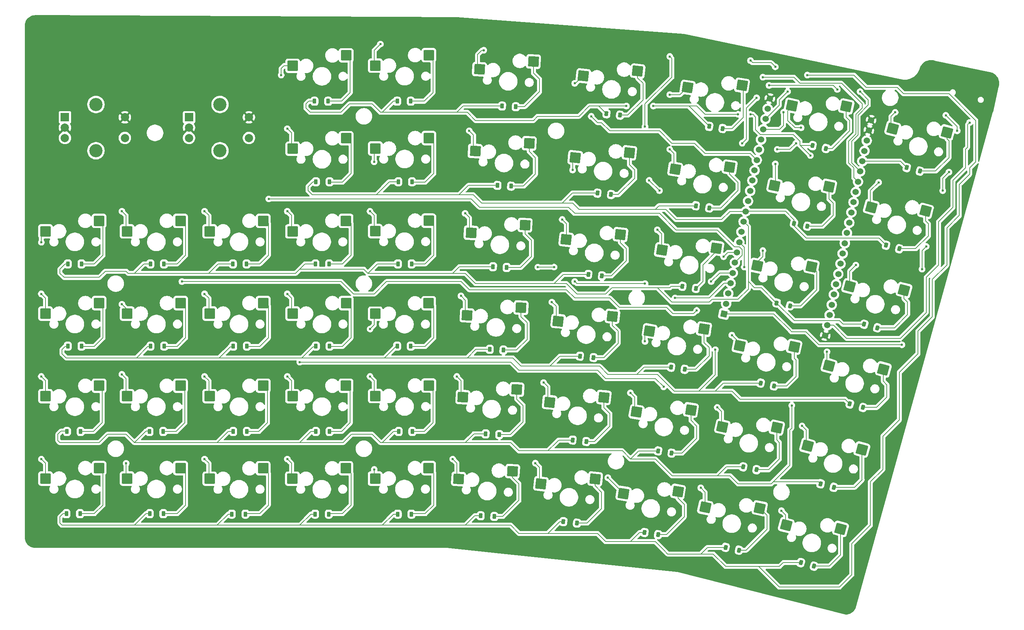
<source format=gbr>
%TF.GenerationSoftware,KiCad,Pcbnew,9.0.2*%
%TF.CreationDate,2025-07-31T22:52:31+02:00*%
%TF.ProjectId,multiboard_LEFT,6d756c74-6962-46f6-9172-645f4c454654,1.0*%
%TF.SameCoordinates,Original*%
%TF.FileFunction,Copper,L2,Bot*%
%TF.FilePolarity,Positive*%
%FSLAX46Y46*%
G04 Gerber Fmt 4.6, Leading zero omitted, Abs format (unit mm)*
G04 Created by KiCad (PCBNEW 9.0.2) date 2025-07-31 22:52:31*
%MOMM*%
%LPD*%
G01*
G04 APERTURE LIST*
G04 Aperture macros list*
%AMRoundRect*
0 Rectangle with rounded corners*
0 $1 Rounding radius*
0 $2 $3 $4 $5 $6 $7 $8 $9 X,Y pos of 4 corners*
0 Add a 4 corners polygon primitive as box body*
4,1,4,$2,$3,$4,$5,$6,$7,$8,$9,$2,$3,0*
0 Add four circle primitives for the rounded corners*
1,1,$1+$1,$2,$3*
1,1,$1+$1,$4,$5*
1,1,$1+$1,$6,$7*
1,1,$1+$1,$8,$9*
0 Add four rect primitives between the rounded corners*
20,1,$1+$1,$2,$3,$4,$5,0*
20,1,$1+$1,$4,$5,$6,$7,0*
20,1,$1+$1,$6,$7,$8,$9,0*
20,1,$1+$1,$8,$9,$2,$3,0*%
%AMRotRect*
0 Rectangle, with rotation*
0 The origin of the aperture is its center*
0 $1 length*
0 $2 width*
0 $3 Rotation angle, in degrees counterclockwise*
0 Add horizontal line*
21,1,$1,$2,0,0,$3*%
G04 Aperture macros list end*
%TA.AperFunction,ComponentPad*%
%ADD10R,2.000000X2.000000*%
%TD*%
%TA.AperFunction,ComponentPad*%
%ADD11C,2.000000*%
%TD*%
%TA.AperFunction,ComponentPad*%
%ADD12C,3.200000*%
%TD*%
%TA.AperFunction,SMDPad,CuDef*%
%ADD13RoundRect,0.225000X-0.225000X-0.375000X0.225000X-0.375000X0.225000X0.375000X-0.225000X0.375000X0*%
%TD*%
%TA.AperFunction,SMDPad,CuDef*%
%ADD14RoundRect,0.200000X1.310130X0.735992X-0.766610X1.292453X-1.310130X-0.735992X0.766610X-1.292453X0*%
%TD*%
%TA.AperFunction,SMDPad,CuDef*%
%ADD15RoundRect,0.200000X1.178866X0.931880X-0.959356X1.156616X-1.178866X-0.931880X0.959356X-1.156616X0*%
%TD*%
%TA.AperFunction,SMDPad,CuDef*%
%ADD16RoundRect,0.225000X-0.280893X-0.335185X0.163567X-0.405581X0.280893X0.335185X-0.163567X0.405581X0*%
%TD*%
%TA.AperFunction,SMDPad,CuDef*%
%ADD17RoundRect,0.200000X1.075000X1.050000X-1.075000X1.050000X-1.075000X-1.050000X1.075000X-1.050000X0*%
%TD*%
%TA.AperFunction,SMDPad,CuDef*%
%ADD18RoundRect,0.225000X-0.314390X-0.303988X0.120276X-0.420456X0.314390X0.303988X-0.120276X0.420456X0*%
%TD*%
%TA.AperFunction,SMDPad,CuDef*%
%ADD19RoundRect,0.225000X-0.262966X-0.349427X0.184569X-0.396465X0.262966X0.349427X-0.184569X0.396465X0*%
%TD*%
%TA.AperFunction,SMDPad,CuDef*%
%ADD20RoundRect,0.200000X1.128480X0.992300X-1.018574X1.104822X-1.128480X-0.992300X1.018574X-1.104822X0*%
%TD*%
%TA.AperFunction,SMDPad,CuDef*%
%ADD21RoundRect,0.200000X1.269816X0.803550X-0.833201X1.250560X-1.269816X-0.803550X0.833201X-1.250560X0*%
%TD*%
%TA.AperFunction,SMDPad,CuDef*%
%ADD22RoundRect,0.225000X-0.298050X-0.320025X0.142116X-0.413585X0.298050X0.320025X-0.142116X0.413585X0*%
%TD*%
%TA.AperFunction,SMDPad,CuDef*%
%ADD23RoundRect,0.225000X-0.244318X-0.362710X0.205066X-0.386262X0.244318X0.362710X-0.205066X0.386262X0*%
%TD*%
%TA.AperFunction,SMDPad,CuDef*%
%ADD24RoundRect,0.200000X1.226021X0.868906X-0.897509X1.205240X-1.226021X-0.868906X0.897509X-1.205240X0*%
%TD*%
%TA.AperFunction,ComponentPad*%
%ADD25RotRect,1.530000X1.530000X348.000000*%
%TD*%
%TA.AperFunction,ComponentPad*%
%ADD26C,1.530000*%
%TD*%
%TA.AperFunction,ViaPad*%
%ADD27C,0.600000*%
%TD*%
%TA.AperFunction,Conductor*%
%ADD28C,0.200000*%
%TD*%
G04 APERTURE END LIST*
D10*
%TO.P,SW1,A,A*%
%TO.N,ROTA1*%
X52208254Y-39227130D03*
D11*
%TO.P,SW1,B,B*%
%TO.N,ROTB1*%
X52208254Y-44227130D03*
%TO.P,SW1,C,C*%
%TO.N,GND*%
X52208254Y-41727130D03*
D12*
%TO.P,SW1,MP*%
%TO.N,N/C*%
X59708254Y-36127130D03*
X59708254Y-47327130D03*
D11*
%TO.P,SW1,S1,S1*%
%TO.N,BTN1*%
X66708254Y-44227130D03*
%TO.P,SW1,S2,S2*%
%TO.N,GND*%
X66708254Y-39227130D03*
%TD*%
D10*
%TO.P,SW2,A,A*%
%TO.N,ROTA2*%
X82208254Y-39227130D03*
D11*
%TO.P,SW2,B,B*%
%TO.N,ROTB2*%
X82208254Y-44227130D03*
%TO.P,SW2,C,C*%
%TO.N,GND*%
X82208254Y-41727130D03*
D12*
%TO.P,SW2,MP*%
%TO.N,N/C*%
X89708254Y-36127130D03*
X89708254Y-47327130D03*
D11*
%TO.P,SW2,S1,S1*%
%TO.N,BTN2*%
X96708254Y-44227130D03*
%TO.P,SW2,S2,S2*%
%TO.N,GND*%
X96708254Y-39227130D03*
%TD*%
D13*
%TO.P,D22,1,K*%
%TO.N,COL3*%
X72908254Y-94643930D03*
%TO.P,D22,2,A*%
%TO.N,Net-(D22-A)*%
X76208254Y-94643930D03*
%TD*%
D14*
%TO.P,SW42,1,1*%
%TO.N,ROW10*%
X242000000Y-80200000D03*
%TO.P,SW42,2,2*%
%TO.N,Net-(D40-A)*%
X255143923Y-81092303D03*
%TD*%
D15*
%TO.P,SW19,1,1*%
%TO.N,ROW7*%
X169411610Y-108235802D03*
%TO.P,SW19,2,2*%
%TO.N,Net-(D17-A)*%
X182533297Y-107060956D03*
%TD*%
D13*
%TO.P,D44,1,K*%
%TO.N,COL5*%
X112908254Y-54833730D03*
%TO.P,D44,2,A*%
%TO.N,Net-(D44-A)*%
X116208254Y-54833730D03*
%TD*%
%TO.P,D54,1,K*%
%TO.N,COL6*%
X112558254Y-35327130D03*
%TO.P,D54,2,A*%
%TO.N,Net-(D54-A)*%
X115858254Y-35327130D03*
%TD*%
D16*
%TO.P,D18,1,K*%
%TO.N,COL2*%
X195668647Y-120028950D03*
%TO.P,D18,2,A*%
%TO.N,Net-(D18-A)*%
X198928019Y-120545184D03*
%TD*%
D13*
%TO.P,D21,1,K*%
%TO.N,COL3*%
X52908254Y-94643930D03*
%TO.P,D21,2,A*%
%TO.N,Net-(D21-A)*%
X56208254Y-94643930D03*
%TD*%
D17*
%TO.P,SW17,1,1*%
%TO.N,ROW5*%
X127263477Y-106717130D03*
%TO.P,SW17,2,2*%
%TO.N,Net-(D15-A)*%
X140190477Y-104177130D03*
%TD*%
D18*
%TO.P,D30,1,K*%
%TO.N,COL3*%
X242027739Y-108646935D03*
%TO.P,D30,2,A*%
%TO.N,Net-(D30-A)*%
X245215295Y-109501035D03*
%TD*%
%TO.P,D20,1,K*%
%TO.N,COL2*%
X234966880Y-127983581D03*
%TO.P,D20,2,A*%
%TO.N,Net-(D20-A)*%
X238154436Y-128837681D03*
%TD*%
D19*
%TO.P,D37,1,K*%
%TO.N,COL4*%
X178798740Y-77286198D03*
%TO.P,D37,2,A*%
%TO.N,Net-(D37-A)*%
X182080662Y-77631142D03*
%TD*%
D13*
%TO.P,D14,1,K*%
%TO.N,COL2*%
X112908254Y-115327130D03*
%TO.P,D14,2,A*%
%TO.N,Net-(D14-A)*%
X116208254Y-115327130D03*
%TD*%
D17*
%TO.P,SW47,1,1*%
%TO.N,ROW5*%
X127285699Y-46797130D03*
%TO.P,SW47,2,2*%
%TO.N,Net-(D45-A)*%
X140212699Y-44257130D03*
%TD*%
D14*
%TO.P,SW12,1,1*%
%TO.N,ROW10*%
X226643683Y-138008818D03*
%TO.P,SW12,2,2*%
%TO.N,Net-(D10-A)*%
X239787606Y-138901121D03*
%TD*%
D20*
%TO.P,SW38,1,1*%
%TO.N,ROW6*%
X150443683Y-67200000D03*
%TO.P,SW38,2,2*%
%TO.N,Net-(D36-A)*%
X163485900Y-65340028D03*
%TD*%
D19*
%TO.P,D47,1,K*%
%TO.N,COL5*%
X181000057Y-57590798D03*
%TO.P,D47,2,A*%
%TO.N,Net-(D47-A)*%
X184281979Y-57935742D03*
%TD*%
D17*
%TO.P,SW35,1,1*%
%TO.N,ROW3*%
X87227921Y-66847130D03*
%TO.P,SW35,2,2*%
%TO.N,Net-(D33-A)*%
X100154921Y-64307130D03*
%TD*%
D14*
%TO.P,SW32,1,1*%
%TO.N,ROW10*%
X237000000Y-99400000D03*
%TO.P,SW32,2,2*%
%TO.N,Net-(D30-A)*%
X250143923Y-100292303D03*
%TD*%
D16*
%TO.P,D28,1,K*%
%TO.N,COL3*%
X198816075Y-99745750D03*
%TO.P,D28,2,A*%
%TO.N,Net-(D28-A)*%
X202075447Y-100261984D03*
%TD*%
D14*
%TO.P,SW62,1,1*%
%TO.N,ROW10*%
X252400000Y-42000000D03*
%TO.P,SW62,2,2*%
%TO.N,Net-(D60-A)*%
X265543923Y-42892303D03*
%TD*%
D21*
%TO.P,SW61,1,1*%
%TO.N,ROW9*%
X228000000Y-36400000D03*
%TO.P,SW61,2,2*%
%TO.N,Net-(D59-A)*%
X241172610Y-36603179D03*
%TD*%
D15*
%TO.P,SW49,1,1*%
%TO.N,ROW7*%
X175600000Y-49000000D03*
%TO.P,SW49,2,2*%
%TO.N,Net-(D47-A)*%
X188721687Y-47825154D03*
%TD*%
D20*
%TO.P,SW48,1,1*%
%TO.N,ROW6*%
X151443683Y-47400000D03*
%TO.P,SW48,2,2*%
%TO.N,Net-(D46-A)*%
X164485900Y-45540028D03*
%TD*%
D13*
%TO.P,D33,1,K*%
%TO.N,COL4*%
X92830476Y-74729130D03*
%TO.P,D33,2,A*%
%TO.N,Net-(D33-A)*%
X96130476Y-74729130D03*
%TD*%
%TO.P,D31,1,K*%
%TO.N,COL4*%
X52908254Y-74729130D03*
%TO.P,D31,2,A*%
%TO.N,Net-(D31-A)*%
X56208254Y-74729130D03*
%TD*%
D15*
%TO.P,SW29,1,1*%
%TO.N,ROW7*%
X171496704Y-88600000D03*
%TO.P,SW29,2,2*%
%TO.N,Net-(D27-A)*%
X184618391Y-87425154D03*
%TD*%
D13*
%TO.P,D4,1,K*%
%TO.N,COL1*%
X112708254Y-135327130D03*
%TO.P,D4,2,A*%
%TO.N,Net-(D4-A)*%
X116008254Y-135327130D03*
%TD*%
D15*
%TO.P,SW59,1,1*%
%TO.N,ROW7*%
X177600000Y-29200000D03*
%TO.P,SW59,2,2*%
%TO.N,Net-(D57-A)*%
X190721687Y-28025154D03*
%TD*%
D22*
%TO.P,D9,1,K*%
%TO.N,COL1*%
X211980098Y-143377319D03*
%TO.P,D9,2,A*%
%TO.N,Net-(D9-A)*%
X215207986Y-144063427D03*
%TD*%
D17*
%TO.P,SW7,1,1*%
%TO.N,ROW5*%
X127227921Y-126717130D03*
%TO.P,SW7,2,2*%
%TO.N,Net-(D5-A)*%
X140154921Y-124177130D03*
%TD*%
D14*
%TO.P,SW22,1,1*%
%TO.N,ROW10*%
X231800000Y-118800000D03*
%TO.P,SW22,2,2*%
%TO.N,Net-(D20-A)*%
X244943923Y-119692303D03*
%TD*%
D17*
%TO.P,SW25,1,1*%
%TO.N,ROW3*%
X87219032Y-86767130D03*
%TO.P,SW25,2,2*%
%TO.N,Net-(D23-A)*%
X100146032Y-84227130D03*
%TD*%
D22*
%TO.P,D19,1,K*%
%TO.N,COL2*%
X216237913Y-123884495D03*
%TO.P,D19,2,A*%
%TO.N,Net-(D19-A)*%
X219465801Y-124570603D03*
%TD*%
D13*
%TO.P,D45,1,K*%
%TO.N,COL5*%
X132849921Y-54833730D03*
%TO.P,D45,2,A*%
%TO.N,Net-(D45-A)*%
X136149921Y-54833730D03*
%TD*%
D23*
%TO.P,D56,1,K*%
%TO.N,COL6*%
X157948205Y-36496165D03*
%TO.P,D56,2,A*%
%TO.N,Net-(D56-A)*%
X161243683Y-36668873D03*
%TD*%
D17*
%TO.P,SW15,1,1*%
%TO.N,ROW3*%
X87227921Y-106767130D03*
%TO.P,SW15,2,2*%
%TO.N,Net-(D13-A)*%
X100154921Y-104227130D03*
%TD*%
%TO.P,SW27,1,1*%
%TO.N,ROW5*%
X127245699Y-86797130D03*
%TO.P,SW27,2,2*%
%TO.N,Net-(D25-A)*%
X140172699Y-84257130D03*
%TD*%
%TO.P,SW5,1,1*%
%TO.N,ROW3*%
X87210143Y-126767130D03*
%TO.P,SW5,2,2*%
%TO.N,Net-(D3-A)*%
X100137143Y-124227130D03*
%TD*%
D24*
%TO.P,SW10,1,1*%
%TO.N,ROW8*%
X187297125Y-130350819D03*
%TO.P,SW10,2,2*%
%TO.N,Net-(D8-A)*%
X200462315Y-129864319D03*
%TD*%
D13*
%TO.P,D15,1,K*%
%TO.N,COL2*%
X132908254Y-115327130D03*
%TO.P,D15,2,A*%
%TO.N,Net-(D15-A)*%
X136208254Y-115327130D03*
%TD*%
D21*
%TO.P,SW21,1,1*%
%TO.N,ROW9*%
X211200000Y-114200000D03*
%TO.P,SW21,2,2*%
%TO.N,Net-(D19-A)*%
X224372610Y-114403179D03*
%TD*%
D13*
%TO.P,D25,1,K*%
%TO.N,COL3*%
X132558254Y-94643930D03*
%TO.P,D25,2,A*%
%TO.N,Net-(D25-A)*%
X135858254Y-94643930D03*
%TD*%
D15*
%TO.P,SW9,1,1*%
%TO.N,ROW7*%
X167320037Y-127986861D03*
%TO.P,SW9,2,2*%
%TO.N,Net-(D7-A)*%
X180441724Y-126812015D03*
%TD*%
D14*
%TO.P,SW52,1,1*%
%TO.N,ROW10*%
X247200000Y-61000000D03*
%TO.P,SW52,2,2*%
%TO.N,Net-(D50-A)*%
X260343923Y-61892303D03*
%TD*%
D13*
%TO.P,D34,1,K*%
%TO.N,COL4*%
X112791587Y-74729130D03*
%TO.P,D34,2,A*%
%TO.N,Net-(D34-A)*%
X116091587Y-74729130D03*
%TD*%
D17*
%TO.P,SW36,1,1*%
%TO.N,ROW4*%
X107254587Y-66847130D03*
%TO.P,SW36,2,2*%
%TO.N,Net-(D34-A)*%
X120181587Y-64307130D03*
%TD*%
%TO.P,SW4,1,1*%
%TO.N,ROW2*%
X67235144Y-126717130D03*
%TO.P,SW4,2,2*%
%TO.N,Net-(D2-A)*%
X80162144Y-124177130D03*
%TD*%
%TO.P,SW57,1,1*%
%TO.N,ROW5*%
X127285699Y-26717130D03*
%TO.P,SW57,2,2*%
%TO.N,Net-(D55-A)*%
X140212699Y-24177130D03*
%TD*%
D13*
%TO.P,D24,1,K*%
%TO.N,COL3*%
X112908254Y-94643930D03*
%TO.P,D24,2,A*%
%TO.N,Net-(D24-A)*%
X116208254Y-94643930D03*
%TD*%
%TO.P,D55,1,K*%
%TO.N,COL6*%
X132558254Y-35327130D03*
%TO.P,D55,2,A*%
%TO.N,Net-(D55-A)*%
X135858254Y-35327130D03*
%TD*%
D24*
%TO.P,SW30,1,1*%
%TO.N,ROW8*%
X193600000Y-91000000D03*
%TO.P,SW30,2,2*%
%TO.N,Net-(D28-A)*%
X206765190Y-90513500D03*
%TD*%
%TO.P,SW40,1,1*%
%TO.N,ROW8*%
X196600000Y-71400000D03*
%TO.P,SW40,2,2*%
%TO.N,Net-(D38-A)*%
X209765190Y-70913500D03*
%TD*%
D19*
%TO.P,D27,1,K*%
%TO.N,COL3*%
X176761761Y-97080998D03*
%TO.P,D27,2,A*%
%TO.N,Net-(D27-A)*%
X180043683Y-97425942D03*
%TD*%
D23*
%TO.P,D26,1,K*%
%TO.N,COL3*%
X154948205Y-95412965D03*
%TO.P,D26,2,A*%
%TO.N,Net-(D26-A)*%
X158243683Y-95585673D03*
%TD*%
D22*
%TO.P,D29,1,K*%
%TO.N,COL3*%
X220473469Y-103601295D03*
%TO.P,D29,2,A*%
%TO.N,Net-(D29-A)*%
X223701357Y-104287403D03*
%TD*%
D18*
%TO.P,D40,1,K*%
%TO.N,COL4*%
X245501184Y-89347186D03*
%TO.P,D40,2,A*%
%TO.N,Net-(D40-A)*%
X248688740Y-90201286D03*
%TD*%
D23*
%TO.P,D36,1,K*%
%TO.N,COL4*%
X155744746Y-75418165D03*
%TO.P,D36,2,A*%
%TO.N,Net-(D36-A)*%
X159040224Y-75590873D03*
%TD*%
D17*
%TO.P,SW16,1,1*%
%TO.N,ROW4*%
X107254587Y-106767130D03*
%TO.P,SW16,2,2*%
%TO.N,Net-(D14-A)*%
X120181587Y-104227130D03*
%TD*%
D13*
%TO.P,D35,1,K*%
%TO.N,COL4*%
X132752698Y-74729130D03*
%TO.P,D35,2,A*%
%TO.N,Net-(D35-A)*%
X136052698Y-74729130D03*
%TD*%
D22*
%TO.P,D39,1,K*%
%TO.N,COL4*%
X224326802Y-84206495D03*
%TO.P,D39,2,A*%
%TO.N,Net-(D39-A)*%
X227554690Y-84892603D03*
%TD*%
D20*
%TO.P,SW18,1,1*%
%TO.N,ROW6*%
X148452698Y-107000000D03*
%TO.P,SW18,2,2*%
%TO.N,Net-(D16-A)*%
X161494915Y-105140028D03*
%TD*%
D17*
%TO.P,SW34,1,1*%
%TO.N,ROW2*%
X67227921Y-66847130D03*
%TO.P,SW34,2,2*%
%TO.N,Net-(D32-A)*%
X80154921Y-64307130D03*
%TD*%
D21*
%TO.P,SW41,1,1*%
%TO.N,ROW9*%
X219600000Y-75200000D03*
%TO.P,SW41,2,2*%
%TO.N,Net-(D39-A)*%
X232772610Y-75403179D03*
%TD*%
D17*
%TO.P,SW14,1,1*%
%TO.N,ROW2*%
X67227921Y-106767130D03*
%TO.P,SW14,2,2*%
%TO.N,Net-(D12-A)*%
X80154921Y-104227130D03*
%TD*%
D21*
%TO.P,SW31,1,1*%
%TO.N,ROW9*%
X215400000Y-94600000D03*
%TO.P,SW31,2,2*%
%TO.N,Net-(D29-A)*%
X228572610Y-94803179D03*
%TD*%
D13*
%TO.P,D11,1,K*%
%TO.N,COL2*%
X52708254Y-115327130D03*
%TO.P,D11,2,A*%
%TO.N,Net-(D11-A)*%
X56008254Y-115327130D03*
%TD*%
%TO.P,D23,1,K*%
%TO.N,COL3*%
X92908254Y-94643930D03*
%TO.P,D23,2,A*%
%TO.N,Net-(D23-A)*%
X96208254Y-94643930D03*
%TD*%
D17*
%TO.P,SW46,1,1*%
%TO.N,ROW4*%
X107281254Y-46847130D03*
%TO.P,SW46,2,2*%
%TO.N,Net-(D44-A)*%
X120208254Y-44307130D03*
%TD*%
%TO.P,SW33,1,1*%
%TO.N,ROW1*%
X47526254Y-66847130D03*
%TO.P,SW33,2,2*%
%TO.N,Net-(D31-A)*%
X60453254Y-64307130D03*
%TD*%
D16*
%TO.P,D38,1,K*%
%TO.N,COL4*%
X201552742Y-80150950D03*
%TO.P,D38,2,A*%
%TO.N,Net-(D38-A)*%
X204812114Y-80667184D03*
%TD*%
D13*
%TO.P,D32,1,K*%
%TO.N,COL4*%
X72869365Y-74729130D03*
%TO.P,D32,2,A*%
%TO.N,Net-(D32-A)*%
X76169365Y-74729130D03*
%TD*%
D23*
%TO.P,D6,1,K*%
%TO.N,COL1*%
X152748205Y-135723295D03*
%TO.P,D6,2,A*%
%TO.N,Net-(D6-A)*%
X156043683Y-135896003D03*
%TD*%
D18*
%TO.P,D50,1,K*%
%TO.N,COL5*%
X250800000Y-70200001D03*
%TO.P,D50,2,A*%
%TO.N,Net-(D50-A)*%
X253987556Y-71054101D03*
%TD*%
D16*
%TO.P,D8,1,K*%
%TO.N,COL1*%
X192384311Y-139779769D03*
%TO.P,D8,2,A*%
%TO.N,Net-(D8-A)*%
X195643683Y-140296003D03*
%TD*%
D19*
%TO.P,D17,1,K*%
%TO.N,COL2*%
X175000000Y-117400000D03*
%TO.P,D17,2,A*%
%TO.N,Net-(D17-A)*%
X178281922Y-117744944D03*
%TD*%
D24*
%TO.P,SW60,1,1*%
%TO.N,ROW8*%
X202800000Y-32000000D03*
%TO.P,SW60,2,2*%
%TO.N,Net-(D58-A)*%
X215965190Y-31513500D03*
%TD*%
D20*
%TO.P,SW58,1,1*%
%TO.N,ROW6*%
X152470476Y-27600000D03*
%TO.P,SW58,2,2*%
%TO.N,Net-(D56-A)*%
X165512693Y-25740028D03*
%TD*%
D13*
%TO.P,D1,1,K*%
%TO.N,COL1*%
X52558254Y-135227130D03*
%TO.P,D1,2,A*%
%TO.N,Net-(D1-A)*%
X55858254Y-135227130D03*
%TD*%
D23*
%TO.P,D46,1,K*%
%TO.N,COL5*%
X156804745Y-55722765D03*
%TO.P,D46,2,A*%
%TO.N,Net-(D46-A)*%
X160100223Y-55895473D03*
%TD*%
D17*
%TO.P,SW13,1,1*%
%TO.N,ROW1*%
X47526254Y-106767130D03*
%TO.P,SW13,2,2*%
%TO.N,Net-(D11-A)*%
X60453254Y-104227130D03*
%TD*%
D24*
%TO.P,SW50,1,1*%
%TO.N,ROW8*%
X199800000Y-51800000D03*
%TO.P,SW50,2,2*%
%TO.N,Net-(D48-A)*%
X212965190Y-51313500D03*
%TD*%
D13*
%TO.P,D3,1,K*%
%TO.N,COL1*%
X92558254Y-135327130D03*
%TO.P,D3,2,A*%
%TO.N,Net-(D3-A)*%
X95858254Y-135327130D03*
%TD*%
%TO.P,D5,1,K*%
%TO.N,COL1*%
X132708254Y-135327130D03*
%TO.P,D5,2,A*%
%TO.N,Net-(D5-A)*%
X136008254Y-135327130D03*
%TD*%
D17*
%TO.P,SW37,1,1*%
%TO.N,ROW5*%
X127263477Y-66797130D03*
%TO.P,SW37,2,2*%
%TO.N,Net-(D35-A)*%
X140190477Y-64257130D03*
%TD*%
D16*
%TO.P,D58,1,K*%
%TO.N,COL6*%
X208016075Y-41428950D03*
%TO.P,D58,2,A*%
%TO.N,Net-(D58-A)*%
X211275447Y-41945184D03*
%TD*%
D20*
%TO.P,SW28,1,1*%
%TO.N,ROW6*%
X149470476Y-87200000D03*
%TO.P,SW28,2,2*%
%TO.N,Net-(D26-A)*%
X162512693Y-85340028D03*
%TD*%
D17*
%TO.P,SW24,1,1*%
%TO.N,ROW2*%
X67263477Y-86767130D03*
%TO.P,SW24,2,2*%
%TO.N,Net-(D22-A)*%
X80190477Y-84227130D03*
%TD*%
%TO.P,SW26,1,1*%
%TO.N,ROW4*%
X107281254Y-86767130D03*
%TO.P,SW26,2,2*%
%TO.N,Net-(D24-A)*%
X120208254Y-84227130D03*
%TD*%
D18*
%TO.P,D60,1,K*%
%TO.N,COL6*%
X255800000Y-51400001D03*
%TO.P,D60,2,A*%
%TO.N,Net-(D60-A)*%
X258987556Y-52254101D03*
%TD*%
D16*
%TO.P,D48,1,K*%
%TO.N,COL5*%
X204782742Y-60655550D03*
%TO.P,D48,2,A*%
%TO.N,Net-(D48-A)*%
X208042114Y-61171784D03*
%TD*%
D21*
%TO.P,SW11,1,1*%
%TO.N,ROW9*%
X207071073Y-133692824D03*
%TO.P,SW11,2,2*%
%TO.N,Net-(D9-A)*%
X220243683Y-133896003D03*
%TD*%
D22*
%TO.P,D59,1,K*%
%TO.N,COL6*%
X233033469Y-46084495D03*
%TO.P,D59,2,A*%
%TO.N,Net-(D59-A)*%
X236261357Y-46770603D03*
%TD*%
D25*
%TO.P,U1,J1_1,3V3*%
%TO.N,+3.3V*%
X211595108Y-86851121D03*
D26*
%TO.P,U1,J1_2,3V3*%
X212123203Y-84366626D03*
%TO.P,U1,J1_3,RST*%
%TO.N,unconnected-(U1-RST-PadJ1_3)*%
X212651299Y-81882131D03*
%TO.P,U1,J1_4,GPIO4*%
%TO.N,ROW1*%
X213179395Y-79397636D03*
%TO.P,U1,J1_5,GPIO5*%
%TO.N,ROW2*%
X213707490Y-76913141D03*
%TO.P,U1,J1_6,GPIO6*%
%TO.N,ROW3*%
X214235586Y-74428646D03*
%TO.P,U1,J1_7,GPIO7*%
%TO.N,ROW4*%
X214763682Y-71944152D03*
%TO.P,U1,J1_8,GPIO15*%
%TO.N,COL2*%
X215291777Y-69459657D03*
%TO.P,U1,J1_9,GPIO16*%
%TO.N,COL3*%
X215819873Y-66975162D03*
%TO.P,U1,J1_10,GPIO17*%
%TO.N,COL4*%
X216347969Y-64490667D03*
%TO.P,U1,J1_11,GPIO18*%
%TO.N,COL5*%
X216876064Y-62006172D03*
%TO.P,U1,J1_12,GPIO8*%
%TO.N,ROW5*%
X217404160Y-59521677D03*
%TO.P,U1,J1_13,GPIO3*%
%TO.N,unconnected-(U1-GPIO3-PadJ1_13)*%
X217932256Y-57037182D03*
%TO.P,U1,J1_14,GPIO46*%
%TO.N,unconnected-(U1-GPIO46-PadJ1_14)*%
X218460352Y-54552687D03*
%TO.P,U1,J1_15,GPIO9*%
%TO.N,ROW6*%
X218988447Y-52068192D03*
%TO.P,U1,J1_16,GPIO10*%
%TO.N,ROW7*%
X219516543Y-49583697D03*
%TO.P,U1,J1_17,GPIO11*%
%TO.N,ROW8*%
X220044639Y-47099201D03*
%TO.P,U1,J1_18,GPIO12*%
%TO.N,ROW9*%
X220572734Y-44614708D03*
%TO.P,U1,J1_19,GPIO13*%
%TO.N,ROW10*%
X221100830Y-42130213D03*
%TO.P,U1,J1_20,GPIO14*%
%TO.N,COL1*%
X221628926Y-39645718D03*
%TO.P,U1,J1_21,5V0*%
%TO.N,unconnected-(U1-5V0-PadJ1_21)*%
X222157021Y-37161223D03*
%TO.P,U1,J1_22,GND*%
%TO.N,GND*%
X222685117Y-34676728D03*
%TO.P,U1,J3_1,GND*%
X236071905Y-92084495D03*
%TO.P,U1,J3_2,U0TXD/GPIO43*%
%TO.N,TX*%
X236600000Y-89600000D03*
%TO.P,U1,J3_3,U0RXD/GPIO44*%
%TO.N,RX*%
X237128096Y-87115505D03*
%TO.P,U1,J3_4,GPIO1*%
%TO.N,unconnected-(U1-GPIO1-PadJ3_4)*%
X237656192Y-84631010D03*
%TO.P,U1,J3_5,GPIO2*%
%TO.N,unconnected-(U1-GPIO2-PadJ3_5)*%
X238184287Y-82146515D03*
%TO.P,U1,J3_6,MTMS/GPIO42*%
%TO.N,unconnected-(U1-MTMS{slash}GPIO42-PadJ3_6)*%
X238712383Y-79662020D03*
%TO.P,U1,J3_7,MTDI/GPIO41*%
%TO.N,unconnected-(U1-MTDI{slash}GPIO41-PadJ3_7)*%
X239240479Y-77177526D03*
%TO.P,U1,J3_8,MTDO/GPIO40*%
%TO.N,unconnected-(U1-MTDO{slash}GPIO40-PadJ3_8)*%
X239768575Y-74693031D03*
%TO.P,U1,J3_9,MTCK/GPIO39*%
%TO.N,unconnected-(U1-MTCK{slash}GPIO39-PadJ3_9)*%
X240296670Y-72208536D03*
%TO.P,U1,J3_10,GPIO38*%
%TO.N,BTN2*%
X240824766Y-69724041D03*
%TO.P,U1,J3_11,GPIO37*%
%TO.N,BTN1*%
X241352862Y-67239546D03*
%TO.P,U1,J3_12,GPIO36*%
%TO.N,ROTB1*%
X241880957Y-64755051D03*
%TO.P,U1,J3_13,GPIO35*%
%TO.N,ROTA1*%
X242409053Y-62270556D03*
%TO.P,U1,J3_14,GPIO0*%
%TO.N,unconnected-(U1-GPIO0-PadJ3_14)*%
X242937149Y-59786061D03*
%TO.P,U1,J3_15,GPIO45*%
%TO.N,unconnected-(U1-GPIO45-PadJ3_15)*%
X243465244Y-57301566D03*
%TO.P,U1,J3_16,GPIO48*%
%TO.N,ROTB2*%
X243993340Y-54817071D03*
%TO.P,U1,J3_17,GPIO47*%
%TO.N,ROTA2*%
X244521436Y-52332577D03*
%TO.P,U1,J3_18,GPIO21*%
%TO.N,COL6*%
X245049531Y-49848082D03*
%TO.P,U1,J3_19,USB_D+/GPIO20*%
%TO.N,unconnected-(U1-USB_D+{slash}GPIO20-PadJ3_19)*%
X245577627Y-47363587D03*
%TO.P,U1,J3_20,USB_D-/GPIO19*%
%TO.N,unconnected-(U1-USB_D-{slash}GPIO19-PadJ3_20)*%
X246105723Y-44879092D03*
%TO.P,U1,J3_21,GND*%
%TO.N,GND*%
X246633819Y-42394597D03*
%TO.P,U1,J3_22,GND*%
X247161914Y-39910102D03*
%TD*%
D13*
%TO.P,D13,1,K*%
%TO.N,COL2*%
X92908254Y-115327130D03*
%TO.P,D13,2,A*%
%TO.N,Net-(D13-A)*%
X96208254Y-115327130D03*
%TD*%
D24*
%TO.P,SW20,1,1*%
%TO.N,ROW8*%
X190443683Y-110600000D03*
%TO.P,SW20,2,2*%
%TO.N,Net-(D18-A)*%
X203608873Y-110113500D03*
%TD*%
D13*
%TO.P,D2,1,K*%
%TO.N,COL1*%
X72708254Y-135227130D03*
%TO.P,D2,2,A*%
%TO.N,Net-(D2-A)*%
X76008254Y-135227130D03*
%TD*%
D17*
%TO.P,SW56,1,1*%
%TO.N,ROW4*%
X107281254Y-26767130D03*
%TO.P,SW56,2,2*%
%TO.N,Net-(D54-A)*%
X120208254Y-24227130D03*
%TD*%
D19*
%TO.P,D7,1,K*%
%TO.N,COL1*%
X172761761Y-137151059D03*
%TO.P,D7,2,A*%
%TO.N,Net-(D7-A)*%
X176043683Y-137496003D03*
%TD*%
D17*
%TO.P,SW6,1,1*%
%TO.N,ROW4*%
X107227921Y-126767130D03*
%TO.P,SW6,2,2*%
%TO.N,Net-(D4-A)*%
X120154921Y-124227130D03*
%TD*%
D19*
%TO.P,D57,1,K*%
%TO.N,COL6*%
X183175057Y-38364198D03*
%TO.P,D57,2,A*%
%TO.N,Net-(D57-A)*%
X186456979Y-38709142D03*
%TD*%
D15*
%TO.P,SW39,1,1*%
%TO.N,ROW7*%
X173443683Y-68800000D03*
%TO.P,SW39,2,2*%
%TO.N,Net-(D37-A)*%
X186565370Y-67625154D03*
%TD*%
D20*
%TO.P,SW8,1,1*%
%TO.N,ROW6*%
X147408254Y-126827130D03*
%TO.P,SW8,2,2*%
%TO.N,Net-(D6-A)*%
X160450471Y-124967158D03*
%TD*%
D13*
%TO.P,D12,1,K*%
%TO.N,COL2*%
X72662921Y-115327130D03*
%TO.P,D12,2,A*%
%TO.N,Net-(D12-A)*%
X75962921Y-115327130D03*
%TD*%
D17*
%TO.P,SW23,1,1*%
%TO.N,ROW1*%
X47526254Y-86767130D03*
%TO.P,SW23,2,2*%
%TO.N,Net-(D21-A)*%
X60453254Y-84227130D03*
%TD*%
D18*
%TO.P,D10,1,K*%
%TO.N,COL1*%
X230186089Y-147068953D03*
%TO.P,D10,2,A*%
%TO.N,Net-(D10-A)*%
X233373645Y-147923053D03*
%TD*%
D22*
%TO.P,D49,1,K*%
%TO.N,COL5*%
X228541802Y-64911095D03*
%TO.P,D49,2,A*%
%TO.N,Net-(D49-A)*%
X231769690Y-65597203D03*
%TD*%
D21*
%TO.P,SW51,1,1*%
%TO.N,ROW9*%
X223800000Y-55800000D03*
%TO.P,SW51,2,2*%
%TO.N,Net-(D49-A)*%
X236972610Y-56003179D03*
%TD*%
D23*
%TO.P,D16,1,K*%
%TO.N,COL2*%
X153948205Y-115896165D03*
%TO.P,D16,2,A*%
%TO.N,Net-(D16-A)*%
X157243683Y-116068873D03*
%TD*%
D17*
%TO.P,SW3,1,1*%
%TO.N,ROW1*%
X47526254Y-126717130D03*
%TO.P,SW3,2,2*%
%TO.N,Net-(D1-A)*%
X60453254Y-124177130D03*
%TD*%
D27*
%TO.N,ROW1*%
X175500000Y-79000000D03*
X46500000Y-69500000D03*
X170500000Y-75500000D03*
X46486873Y-81986873D03*
X166565128Y-75509304D03*
X199750000Y-83000000D03*
X192500000Y-79500000D03*
X46500000Y-122000000D03*
X46486873Y-101986873D03*
%TO.N,COL1*%
X227000000Y-33000000D03*
X231750000Y-29000000D03*
%TO.N,COL2*%
X216500000Y-75500000D03*
X228000000Y-109000000D03*
%TO.N,ROW2*%
X205000000Y-86000000D03*
X65986873Y-61986873D03*
X66000000Y-84500000D03*
X208500000Y-79000000D03*
X67013127Y-123013127D03*
X65986873Y-101486873D03*
X80500000Y-79000000D03*
%TO.N,ROW3*%
X85986873Y-121986873D03*
X101500000Y-59000000D03*
X85986873Y-61986873D03*
X85986873Y-81986873D03*
X85986873Y-101986873D03*
%TO.N,ROW4*%
X105986873Y-61986873D03*
X105986873Y-41986873D03*
X211500000Y-73000000D03*
X105986873Y-121986873D03*
X105986873Y-81986873D03*
X197000000Y-104500000D03*
X104500000Y-29000000D03*
X105986873Y-101986873D03*
X109000000Y-98500000D03*
%TO.N,ROW5*%
X196000000Y-57000000D03*
X192500000Y-41500000D03*
X127013127Y-124500000D03*
X127000000Y-50000000D03*
X198500000Y-24500000D03*
X128500000Y-21500000D03*
X125986873Y-101986873D03*
X125986873Y-61986873D03*
X126000000Y-90500000D03*
X193500000Y-54500000D03*
%TO.N,ROW6*%
X148986873Y-62486873D03*
X149986873Y-42486873D03*
X145986873Y-121986873D03*
X216000000Y-45500000D03*
X153513127Y-22986873D03*
X219500000Y-34500000D03*
X147986873Y-82486873D03*
X146986873Y-101986873D03*
%TO.N,COL3*%
X209500000Y-95500000D03*
%TO.N,COL6*%
X188000000Y-36500000D03*
X232500000Y-48500000D03*
X215000000Y-38500000D03*
X218000000Y-38500000D03*
X194500000Y-36500000D03*
%TO.N,ROW7*%
X169973746Y-83973746D03*
X175000000Y-52000000D03*
X175500000Y-31000000D03*
X172473746Y-63973746D03*
X167973746Y-103473746D03*
X179500000Y-39000000D03*
X165973746Y-122973746D03*
%TO.N,ROW8*%
X198473746Y-46973746D03*
X188973746Y-105973746D03*
X195473746Y-66473746D03*
X198500000Y-33750000D03*
X192500000Y-93500000D03*
X183500000Y-126500000D03*
%TO.N,ROW9*%
X209973746Y-109473746D03*
X229000000Y-45500000D03*
X230250000Y-41750000D03*
X213500000Y-92000000D03*
X205973746Y-128973746D03*
X224000000Y-50500000D03*
X224500000Y-47000000D03*
X221000000Y-71500000D03*
%TO.N,ROW10*%
X225500000Y-134500000D03*
X249000000Y-55000000D03*
X230473746Y-113973746D03*
X226000000Y-38000000D03*
X253000000Y-38000000D03*
X236500000Y-96000000D03*
X243500000Y-75000000D03*
%TO.N,+3.3V*%
X254620000Y-94310000D03*
%TO.N,GND*%
X262750000Y-30250000D03*
%TO.N,ROTA2*%
X222500000Y-31500000D03*
X239000000Y-32500000D03*
X244500000Y-33000000D03*
%TO.N,TX*%
X271000000Y-40500000D03*
%TO.N,RX*%
X264500000Y-57000000D03*
X259500000Y-76000000D03*
X268000000Y-42500000D03*
X266000000Y-52500000D03*
X260500000Y-70500000D03*
X265250000Y-38750000D03*
%TO.N,ROTB2*%
X221000000Y-29500000D03*
%TO.N,ROTA1*%
X224000000Y-27000000D03*
X218000000Y-25500000D03*
%TD*%
D28*
%TO.N,Net-(D1-A)*%
X59308254Y-135227130D02*
X56208254Y-135227130D01*
X60084921Y-124077130D02*
X61408254Y-125400463D01*
X61408254Y-133127130D02*
X59308254Y-135227130D01*
X61408254Y-125400463D02*
X61408254Y-133127130D01*
%TO.N,ROW1*%
X166574432Y-75500000D02*
X166565128Y-75509304D01*
X208000000Y-83000000D02*
X211602364Y-79397636D01*
X192500000Y-79500000D02*
X176000000Y-79500000D01*
X47513127Y-106704003D02*
X47513127Y-103013127D01*
X176000000Y-79500000D02*
X175500000Y-79000000D01*
X170500000Y-75500000D02*
X166574432Y-75500000D01*
X47513127Y-83013127D02*
X46486873Y-81986873D01*
X47513127Y-103013127D02*
X46486873Y-101986873D01*
X47526254Y-123026254D02*
X46500000Y-122000000D01*
X199750000Y-83000000D02*
X208000000Y-83000000D01*
X47513127Y-86704003D02*
X47513127Y-83013127D01*
X46500000Y-67717130D02*
X47513127Y-66704003D01*
X211602364Y-79397636D02*
X213179395Y-79397636D01*
X47526254Y-126717130D02*
X47526254Y-123026254D01*
X46500000Y-69500000D02*
X46500000Y-67717130D01*
%TO.N,Net-(D2-A)*%
X81408254Y-125400463D02*
X81408254Y-133127130D01*
X80084921Y-124077130D02*
X81408254Y-125400463D01*
X79308254Y-135227130D02*
X76208254Y-135227130D01*
X81408254Y-133127130D02*
X79308254Y-135227130D01*
%TO.N,COL1*%
X131672870Y-135327130D02*
X129000000Y-138000000D01*
X247000000Y-138000000D02*
X247000000Y-127500000D01*
X211980098Y-143377319D02*
X207622681Y-143377319D01*
X246000000Y-32000000D02*
X243000000Y-29000000D01*
X89000000Y-138000000D02*
X101000000Y-138000000D01*
X250000000Y-116500000D02*
X254000000Y-112500000D01*
X250000000Y-124500000D02*
X250000000Y-116500000D01*
X191220231Y-139779769D02*
X189000000Y-142000000D01*
X84000000Y-138000000D02*
X89000000Y-138000000D01*
X258500000Y-91000000D02*
X262000000Y-87500000D01*
X265500000Y-75000000D02*
X265500000Y-66000000D01*
X191000000Y-142000000D02*
X195000000Y-142000000D01*
X183000000Y-142000000D02*
X189000000Y-142000000D01*
X272500000Y-40000000D02*
X266000000Y-33500000D01*
X71772870Y-135227130D02*
X69000000Y-138000000D01*
X169000000Y-140000000D02*
X171848941Y-137151059D01*
X52558254Y-135227130D02*
X51772870Y-135227130D01*
X112708254Y-135327130D02*
X111672870Y-135327130D01*
X51772870Y-135227130D02*
X51000000Y-136000000D01*
X242500000Y-142500000D02*
X247000000Y-138000000D01*
X72708254Y-135227130D02*
X71772870Y-135227130D01*
X254000000Y-101000000D02*
X258500000Y-96500000D01*
X160000000Y-138000000D02*
X162000000Y-140000000D01*
X271000000Y-53000000D02*
X271000000Y-51488168D01*
X92558254Y-135327130D02*
X91672870Y-135327130D01*
X91672870Y-135327130D02*
X89000000Y-138000000D01*
X198000000Y-145000000D02*
X206000000Y-145000000D01*
X69000000Y-138000000D02*
X84000000Y-138000000D01*
X197000000Y-144000000D02*
X198000000Y-145000000D01*
X129000000Y-138000000D02*
X138000000Y-138000000D01*
X113000000Y-138000000D02*
X129000000Y-138000000D01*
X239500000Y-153000000D02*
X242500000Y-150000000D01*
X51500000Y-138000000D02*
X69000000Y-138000000D01*
X262000000Y-87500000D02*
X262000000Y-78500000D01*
X255000000Y-33500000D02*
X253500000Y-32000000D01*
X254000000Y-112500000D02*
X254000000Y-101000000D01*
X220000000Y-148000000D02*
X225000000Y-153000000D01*
X271000000Y-51488168D02*
X272500000Y-49988168D01*
X225000000Y-35000000D02*
X225000000Y-36274644D01*
X265500000Y-66000000D02*
X268500000Y-63000000D01*
X111672870Y-135327130D02*
X109000000Y-138000000D01*
X225000000Y-148000000D02*
X219000000Y-148000000D01*
X227000000Y-33000000D02*
X225000000Y-35000000D01*
X258500000Y-96500000D02*
X258500000Y-91000000D01*
X247000000Y-127500000D02*
X250000000Y-124500000D01*
X272500000Y-49988168D02*
X272500000Y-40000000D01*
X230186089Y-147068952D02*
X225931048Y-147068952D01*
X149000000Y-138000000D02*
X160000000Y-138000000D01*
X51000000Y-137500000D02*
X51500000Y-138000000D01*
X212000000Y-148000000D02*
X209000000Y-145000000D01*
X242500000Y-150000000D02*
X242500000Y-142500000D01*
X192384311Y-139779769D02*
X191220231Y-139779769D01*
X109000000Y-138000000D02*
X113000000Y-138000000D01*
X207622681Y-143377319D02*
X206000000Y-145000000D01*
X262000000Y-78500000D02*
X265500000Y-75000000D01*
X253500000Y-32000000D02*
X246000000Y-32000000D01*
X219000000Y-148000000D02*
X220000000Y-148000000D01*
X225000000Y-36274644D02*
X221628926Y-39645718D01*
X243000000Y-29000000D02*
X231750000Y-29000000D01*
X266000000Y-33500000D02*
X255000000Y-33500000D01*
X195000000Y-142000000D02*
X197000000Y-144000000D01*
X189000000Y-142000000D02*
X191000000Y-142000000D01*
X101000000Y-138000000D02*
X109000000Y-138000000D01*
X268500000Y-63000000D02*
X268500000Y-55500000D01*
X51000000Y-136000000D02*
X51000000Y-137500000D01*
X225931048Y-147068952D02*
X225000000Y-148000000D01*
X151276705Y-135723295D02*
X149000000Y-138000000D01*
X138000000Y-138000000D02*
X149000000Y-138000000D01*
X181000000Y-140000000D02*
X183000000Y-142000000D01*
X152748205Y-135723295D02*
X151276705Y-135723295D01*
X225000000Y-153000000D02*
X239500000Y-153000000D01*
X219000000Y-148000000D02*
X212000000Y-148000000D01*
X132708254Y-135327130D02*
X131672870Y-135327130D01*
X162000000Y-140000000D02*
X169000000Y-140000000D01*
X209000000Y-145000000D02*
X206000000Y-145000000D01*
X169000000Y-140000000D02*
X181000000Y-140000000D01*
X171848941Y-137151059D02*
X172761761Y-137151059D01*
X268500000Y-55500000D02*
X271000000Y-53000000D01*
%TO.N,COL2*%
X216237913Y-123884495D02*
X212168277Y-123884495D01*
X213052772Y-126052772D02*
X210000000Y-126052772D01*
X227500000Y-123500000D02*
X223000000Y-128000000D01*
X162000000Y-120000000D02*
X169000000Y-120000000D01*
X210000000Y-126052772D02*
X199052772Y-126052772D01*
X126500000Y-116000000D02*
X128500000Y-118000000D01*
X131672870Y-115327130D02*
X129000000Y-118000000D01*
X60500000Y-118000000D02*
X62500000Y-116000000D01*
X91672870Y-115327130D02*
X89000000Y-118000000D01*
X228000000Y-114500000D02*
X227500000Y-115000000D01*
X169000000Y-120000000D02*
X171000000Y-118000000D01*
X199052772Y-126052772D02*
X195000000Y-122000000D01*
X187000000Y-120000000D02*
X189000000Y-122000000D01*
X101000000Y-118000000D02*
X109000000Y-118000000D01*
X171600000Y-117400000D02*
X171000000Y-118000000D01*
X223000000Y-128000000D02*
X215000000Y-128000000D01*
X128500000Y-118000000D02*
X129000000Y-118000000D01*
X153948205Y-115896165D02*
X151103835Y-115896165D01*
X69000000Y-118000000D02*
X84000000Y-118000000D01*
X190971050Y-120028950D02*
X189000000Y-122000000D01*
X234966880Y-127983580D02*
X234483300Y-127500000D01*
X119500000Y-118000000D02*
X121500000Y-116000000D01*
X109000000Y-118000000D02*
X119500000Y-118000000D01*
X151103835Y-115896165D02*
X149000000Y-118000000D01*
X212168277Y-123884495D02*
X210000000Y-126052772D01*
X84000000Y-118000000D02*
X89000000Y-118000000D01*
X50500000Y-116000000D02*
X50500000Y-117500000D01*
X169000000Y-120000000D02*
X187000000Y-120000000D01*
X129000000Y-118000000D02*
X138000000Y-118000000D01*
X227500000Y-115000000D02*
X227500000Y-123500000D01*
X50500000Y-117500000D02*
X51000000Y-118000000D01*
X234483300Y-127500000D02*
X223500000Y-127500000D01*
X52558254Y-115227130D02*
X51272870Y-115227130D01*
X223500000Y-127500000D02*
X223000000Y-128000000D01*
X62500000Y-116000000D02*
X67000000Y-116000000D01*
X51000000Y-118000000D02*
X60500000Y-118000000D01*
X175000000Y-117400000D02*
X171600000Y-117400000D01*
X216500000Y-70667880D02*
X216500000Y-75500000D01*
X195000000Y-122000000D02*
X189000000Y-122000000D01*
X121500000Y-116000000D02*
X126500000Y-116000000D01*
X89000000Y-118000000D02*
X101000000Y-118000000D01*
X228000000Y-109000000D02*
X228000000Y-114500000D01*
X138000000Y-118000000D02*
X149000000Y-118000000D01*
X160000000Y-118000000D02*
X162000000Y-120000000D01*
X112708254Y-115327130D02*
X111672870Y-115327130D01*
X215000000Y-128000000D02*
X213052772Y-126052772D01*
X195668647Y-120028950D02*
X190971050Y-120028950D01*
X72708254Y-115227130D02*
X71772870Y-115227130D01*
X51272870Y-115227130D02*
X50500000Y-116000000D01*
X132708254Y-115327130D02*
X131672870Y-115327130D01*
X71772870Y-115227130D02*
X69000000Y-118000000D01*
X92558254Y-115327130D02*
X91672870Y-115327130D01*
X67000000Y-116000000D02*
X69000000Y-118000000D01*
X215291777Y-69459657D02*
X216500000Y-70667880D01*
X111672870Y-115327130D02*
X109000000Y-118000000D01*
X149000000Y-118000000D02*
X160000000Y-118000000D01*
%TO.N,Net-(D3-A)*%
X100084921Y-124077130D02*
X101408254Y-125400463D01*
X101408254Y-133127130D02*
X99308254Y-135227130D01*
X99308254Y-135227130D02*
X96208254Y-135227130D01*
X101408254Y-125400463D02*
X101408254Y-133127130D01*
%TO.N,Net-(D4-A)*%
X119308254Y-135227130D02*
X116208254Y-135227130D01*
X121408254Y-125400463D02*
X121408254Y-133127130D01*
X121408254Y-133127130D02*
X119308254Y-135227130D01*
X120084921Y-124077130D02*
X121408254Y-125400463D01*
%TO.N,Net-(D5-A)*%
X139308254Y-135227130D02*
X136208254Y-135227130D01*
X141408254Y-125400463D02*
X141408254Y-133127130D01*
X141408254Y-133127130D02*
X139308254Y-135227130D01*
X140084921Y-124077130D02*
X141408254Y-125400463D01*
%TO.N,Net-(D6-A)*%
X160450471Y-126450471D02*
X162000000Y-128000000D01*
X157896003Y-135896003D02*
X156043683Y-135896003D01*
X162000000Y-132000000D02*
X158103997Y-135896003D01*
X158103997Y-135896003D02*
X157896003Y-135896003D01*
X160450471Y-124967158D02*
X160450471Y-126450471D01*
X162000000Y-128000000D02*
X162000000Y-132000000D01*
%TO.N,Net-(D7-A)*%
X182000000Y-130000000D02*
X182000000Y-134000000D01*
X180441724Y-126812015D02*
X180441724Y-128441724D01*
X178503997Y-137496003D02*
X176043683Y-137496003D01*
X180441724Y-128441724D02*
X182000000Y-130000000D01*
X182000000Y-134000000D02*
X178503997Y-137496003D01*
%TO.N,Net-(D8-A)*%
X202000000Y-133000000D02*
X202000000Y-136000000D01*
X197703997Y-140296003D02*
X195643683Y-140296003D01*
X200462315Y-129864319D02*
X200462315Y-131462315D01*
X202000000Y-136000000D02*
X197703997Y-140296003D01*
X200462315Y-131462315D02*
X202000000Y-133000000D01*
%TO.N,Net-(D9-A)*%
X222000000Y-139000000D02*
X222000000Y-135652320D01*
X216936573Y-144063427D02*
X222000000Y-139000000D01*
X215207986Y-144063427D02*
X216936573Y-144063427D01*
X222000000Y-135652320D02*
X220243683Y-133896003D01*
%TO.N,Net-(D10-A)*%
X233373645Y-147923054D02*
X237076946Y-147923054D01*
X237076946Y-147923054D02*
X239787606Y-145212394D01*
X239787606Y-145212394D02*
X239787606Y-138901121D01*
%TO.N,Net-(D11-A)*%
X61208254Y-105500463D02*
X61208254Y-113227130D01*
X61208254Y-113227130D02*
X59108254Y-115327130D01*
X59884921Y-104177130D02*
X61208254Y-105500463D01*
X59108254Y-115327130D02*
X56008254Y-115327130D01*
%TO.N,ROW2*%
X184000000Y-83000000D02*
X186250000Y-85250000D01*
X67013127Y-66704003D02*
X67013127Y-63013127D01*
X148000000Y-79000000D02*
X150000000Y-81000000D01*
X127000000Y-82000000D02*
X130000000Y-79000000D01*
X173500000Y-81000000D02*
X175500000Y-83000000D01*
X150000000Y-81000000D02*
X173500000Y-81000000D01*
X66000000Y-84500000D02*
X67013127Y-85513127D01*
X119000000Y-79000000D02*
X122000000Y-82000000D01*
X67013127Y-123013127D02*
X67013127Y-126704003D01*
X67013127Y-102513127D02*
X65986873Y-101486873D01*
X80500000Y-79000000D02*
X119000000Y-79000000D01*
X122000000Y-82000000D02*
X127000000Y-82000000D01*
X67013127Y-63013127D02*
X65986873Y-61986873D01*
X130000000Y-79000000D02*
X148000000Y-79000000D01*
X67013127Y-106204003D02*
X67013127Y-102513127D01*
X175500000Y-83000000D02*
X184000000Y-83000000D01*
X67013127Y-85513127D02*
X67013127Y-86704003D01*
X210586859Y-76913141D02*
X208500000Y-79000000D01*
X186250000Y-85250000D02*
X197750000Y-85250000D01*
X197750000Y-85250000D02*
X199250000Y-86750000D01*
X213707490Y-76913141D02*
X210586859Y-76913141D01*
X204250000Y-86750000D02*
X205000000Y-86000000D01*
X199250000Y-86750000D02*
X204250000Y-86750000D01*
%TO.N,Net-(D12-A)*%
X79108254Y-115327130D02*
X76008254Y-115327130D01*
X81208254Y-113227130D02*
X79108254Y-115327130D01*
X81208254Y-105500463D02*
X81208254Y-113227130D01*
X79884921Y-104177130D02*
X81208254Y-105500463D01*
%TO.N,Net-(D13-A)*%
X99884921Y-104177130D02*
X101208254Y-105500463D01*
X101208254Y-105500463D02*
X101208254Y-113227130D01*
X101208254Y-113227130D02*
X99108254Y-115327130D01*
X99108254Y-115327130D02*
X96008254Y-115327130D01*
%TO.N,Net-(D14-A)*%
X121208254Y-105500463D02*
X121208254Y-113227130D01*
X119884921Y-104177130D02*
X121208254Y-105500463D01*
X119108254Y-115327130D02*
X116008254Y-115327130D01*
X121208254Y-113227130D02*
X119108254Y-115327130D01*
%TO.N,Net-(D15-A)*%
X139108254Y-115327130D02*
X136008254Y-115327130D01*
X139884921Y-104177130D02*
X141208254Y-105500463D01*
X141208254Y-105500463D02*
X141208254Y-113227130D01*
X141208254Y-113227130D02*
X139108254Y-115327130D01*
%TO.N,Net-(D16-A)*%
X163000000Y-109000000D02*
X163000000Y-113000000D01*
X161494915Y-105140028D02*
X161494915Y-107494915D01*
X161494915Y-107494915D02*
X163000000Y-109000000D01*
X159931127Y-116068873D02*
X157243683Y-116068873D01*
X163000000Y-113000000D02*
X159931127Y-116068873D01*
%TO.N,Net-(D17-A)*%
X184000000Y-111000000D02*
X184000000Y-114000000D01*
X182533297Y-109533297D02*
X184000000Y-111000000D01*
X180255056Y-117744944D02*
X178281922Y-117744944D01*
X184000000Y-114000000D02*
X180255056Y-117744944D01*
X182533297Y-107060956D02*
X182533297Y-109533297D01*
%TO.N,Net-(D18-A)*%
X203608873Y-112608873D02*
X205000000Y-114000000D01*
X205000000Y-114000000D02*
X205000000Y-117000000D01*
X203608873Y-110113500D02*
X203608873Y-112608873D01*
X201454816Y-120545184D02*
X198928019Y-120545184D01*
X205000000Y-117000000D02*
X201454816Y-120545184D01*
%TO.N,Net-(D19-A)*%
X219465801Y-124570603D02*
X222429397Y-124570603D01*
X224372610Y-117372610D02*
X224372610Y-114403179D01*
X225000000Y-118000000D02*
X224372610Y-117372610D01*
X225000000Y-122000000D02*
X225000000Y-118000000D01*
X222429397Y-124570603D02*
X225000000Y-122000000D01*
%TO.N,Net-(D20-A)*%
X244943923Y-126943923D02*
X244943923Y-119692303D01*
X243162318Y-128837682D02*
X245000000Y-127000000D01*
X245000000Y-127000000D02*
X244943923Y-126943923D01*
X238154436Y-128837682D02*
X243162318Y-128837682D01*
%TO.N,Net-(D21-A)*%
X59308254Y-94727130D02*
X56208254Y-94727130D01*
X61408254Y-92627130D02*
X59308254Y-94727130D01*
X60084921Y-83577130D02*
X61408254Y-84900463D01*
X61408254Y-84900463D02*
X61408254Y-92627130D01*
%TO.N,ROW3*%
X200000000Y-66500000D02*
X210000000Y-66500000D01*
X87013127Y-126704003D02*
X87013127Y-123013127D01*
X152500000Y-61000000D02*
X174000000Y-61000000D01*
X87013127Y-103013127D02*
X85986873Y-101986873D01*
X174000000Y-61000000D02*
X175500000Y-62500000D01*
X87013127Y-83013127D02*
X85986873Y-81986873D01*
X215356770Y-70600000D02*
X216000000Y-71243230D01*
X210000000Y-66500000D02*
X214100000Y-70600000D01*
X87013127Y-66704003D02*
X87013127Y-63013127D01*
X196000000Y-62500000D02*
X200000000Y-66500000D01*
X214100000Y-70600000D02*
X215356770Y-70600000D01*
X101500000Y-59000000D02*
X150500000Y-59000000D01*
X216000000Y-72664232D02*
X214235586Y-74428646D01*
X216000000Y-71243230D02*
X216000000Y-72664232D01*
X150500000Y-59000000D02*
X152500000Y-61000000D01*
X87013127Y-63013127D02*
X85986873Y-61986873D01*
X87013127Y-86704003D02*
X87013127Y-83013127D01*
X87013127Y-106704003D02*
X87013127Y-103013127D01*
X87013127Y-123013127D02*
X85986873Y-121986873D01*
X175500000Y-62500000D02*
X196000000Y-62500000D01*
%TO.N,Net-(D22-A)*%
X81408254Y-92627130D02*
X79308254Y-94727130D01*
X81408254Y-84900463D02*
X81408254Y-92627130D01*
X79308254Y-94727130D02*
X76208254Y-94727130D01*
X80084921Y-83577130D02*
X81408254Y-84900463D01*
%TO.N,Net-(D23-A)*%
X101408254Y-92627130D02*
X99308254Y-94727130D01*
X100084921Y-83577130D02*
X101408254Y-84900463D01*
X101408254Y-84900463D02*
X101408254Y-92627130D01*
X99308254Y-94727130D02*
X96208254Y-94727130D01*
%TO.N,Net-(D24-A)*%
X121408254Y-92627130D02*
X119308254Y-94727130D01*
X121408254Y-84900463D02*
X121408254Y-92627130D01*
X119308254Y-94727130D02*
X116208254Y-94727130D01*
X120084921Y-83577130D02*
X121408254Y-84900463D01*
%TO.N,Net-(D25-A)*%
X141408254Y-84900463D02*
X141408254Y-92627130D01*
X139308254Y-94727130D02*
X136208254Y-94727130D01*
X140084921Y-83577130D02*
X141408254Y-84900463D01*
X141408254Y-92627130D02*
X139308254Y-94727130D01*
%TO.N,Net-(D26-A)*%
X161414327Y-95585673D02*
X158243683Y-95585673D01*
X164000000Y-93000000D02*
X161414327Y-95585673D01*
X162512693Y-85340028D02*
X162512693Y-87512693D01*
X162512693Y-87512693D02*
X164000000Y-89000000D01*
X164000000Y-89000000D02*
X164000000Y-93000000D01*
%TO.N,Net-(D27-A)*%
X186000000Y-94000000D02*
X182574058Y-97425942D01*
X184618391Y-87425154D02*
X184618391Y-89618391D01*
X184618391Y-89618391D02*
X186000000Y-91000000D01*
X182574058Y-97425942D02*
X180043683Y-97425942D01*
X186000000Y-91000000D02*
X186000000Y-94000000D01*
%TO.N,Net-(D28-A)*%
X206765190Y-93765190D02*
X208000000Y-95000000D01*
X208000000Y-95000000D02*
X208000000Y-97000000D01*
X208000000Y-97000000D02*
X204738016Y-100261984D01*
X206765190Y-90513500D02*
X206765190Y-93765190D01*
X204738016Y-100261984D02*
X202075447Y-100261984D01*
%TO.N,Net-(D29-A)*%
X229000000Y-102000000D02*
X229000000Y-98000000D01*
X229000000Y-98000000D02*
X228572610Y-97572610D01*
X226712597Y-104287403D02*
X229000000Y-102000000D01*
X223701357Y-104287403D02*
X226712597Y-104287403D01*
X228572610Y-97572610D02*
X228572610Y-94803179D01*
%TO.N,Net-(D30-A)*%
X245215295Y-109501036D02*
X248498964Y-109501036D01*
X248498964Y-109501036D02*
X251000000Y-107000000D01*
X251000000Y-107000000D02*
X251000000Y-104000000D01*
X251000000Y-104000000D02*
X250143923Y-103143923D01*
X250143923Y-103143923D02*
X250143923Y-100292303D01*
%TO.N,Net-(D31-A)*%
X61408254Y-72627130D02*
X59308254Y-74727130D01*
X61408254Y-64900463D02*
X61408254Y-72627130D01*
X59308254Y-74727130D02*
X56208254Y-74727130D01*
X60084921Y-63577130D02*
X61408254Y-64900463D01*
%TO.N,ROW4*%
X107013127Y-46704003D02*
X107013127Y-43013127D01*
X160000000Y-98500000D02*
X162000000Y-100500000D01*
X162000000Y-100500000D02*
X178500000Y-100500000D01*
X107013127Y-63013127D02*
X105986873Y-61986873D01*
X107013127Y-66704003D02*
X107013127Y-63013127D01*
X211500000Y-73000000D02*
X212555848Y-71944152D01*
X107013127Y-86704003D02*
X107013127Y-83013127D01*
X183000000Y-102500000D02*
X195000000Y-102500000D01*
X178500000Y-100500000D02*
X181000000Y-100500000D01*
X195000000Y-102500000D02*
X197000000Y-104500000D01*
X105204003Y-26704003D02*
X107013127Y-26704003D01*
X107013127Y-83013127D02*
X105986873Y-81986873D01*
X104500000Y-29000000D02*
X104500000Y-27408006D01*
X104500000Y-27408006D02*
X105204003Y-26704003D01*
X157500000Y-98500000D02*
X160000000Y-98500000D01*
X212555848Y-71944152D02*
X214763682Y-71944152D01*
X181000000Y-100500000D02*
X183000000Y-102500000D01*
X107013127Y-123013127D02*
X105986873Y-121986873D01*
X107013127Y-106704003D02*
X107013127Y-103013127D01*
X107013127Y-43013127D02*
X105986873Y-41986873D01*
X109000000Y-98500000D02*
X157500000Y-98500000D01*
X107013127Y-103013127D02*
X105986873Y-101986873D01*
X107013127Y-126704003D02*
X107013127Y-123013127D01*
%TO.N,Net-(D32-A)*%
X80084921Y-63577130D02*
X81408254Y-64900463D01*
X81408254Y-72627130D02*
X79308254Y-74727130D01*
X81408254Y-64900463D02*
X81408254Y-72627130D01*
X79308254Y-74727130D02*
X76208254Y-74727130D01*
%TO.N,Net-(D33-A)*%
X101408254Y-64900463D02*
X101408254Y-72627130D01*
X100084921Y-63577130D02*
X101408254Y-64900463D01*
X99308254Y-74727130D02*
X96208254Y-74727130D01*
X101408254Y-72627130D02*
X99308254Y-74727130D01*
%TO.N,Net-(D34-A)*%
X121408254Y-72627130D02*
X119308254Y-74727130D01*
X120084921Y-63577130D02*
X121408254Y-64900463D01*
X119308254Y-74727130D02*
X116208254Y-74727130D01*
X121408254Y-64900463D02*
X121408254Y-72627130D01*
%TO.N,Net-(D35-A)*%
X139308254Y-74727130D02*
X136208254Y-74727130D01*
X140084921Y-63577130D02*
X141408254Y-64900463D01*
X141408254Y-72627130D02*
X139308254Y-74727130D01*
X141408254Y-64900463D02*
X141408254Y-72627130D01*
%TO.N,Net-(D36-A)*%
X165000000Y-69000000D02*
X165000000Y-73000000D01*
X163485900Y-67485900D02*
X165000000Y-69000000D01*
X162409127Y-75590873D02*
X159040224Y-75590873D01*
X163485900Y-65340028D02*
X163485900Y-67485900D01*
X165000000Y-73000000D02*
X162409127Y-75590873D01*
%TO.N,Net-(D37-A)*%
X184368858Y-77631142D02*
X182080662Y-77631142D01*
X186565370Y-69565370D02*
X188000000Y-71000000D01*
X188000000Y-71000000D02*
X188000000Y-74000000D01*
X186565370Y-67625154D02*
X186565370Y-69565370D01*
X188000000Y-74000000D02*
X184368858Y-77631142D01*
%TO.N,Net-(D38-A)*%
X209765190Y-71734810D02*
X206500000Y-75000000D01*
X209765190Y-70913500D02*
X209765190Y-71734810D01*
X204832816Y-80667184D02*
X204812114Y-80667184D01*
X206500000Y-79000000D02*
X204832816Y-80667184D01*
X206500000Y-75000000D02*
X206500000Y-79000000D01*
%TO.N,Net-(D39-A)*%
X234000000Y-76630569D02*
X232772610Y-75403179D01*
X234000000Y-81000000D02*
X234000000Y-76630569D01*
X230107397Y-84892603D02*
X234000000Y-81000000D01*
X227554690Y-84892603D02*
X230107397Y-84892603D01*
%TO.N,Net-(D40-A)*%
X256000000Y-87000000D02*
X256000000Y-84000000D01*
X256000000Y-84000000D02*
X255143923Y-83143923D01*
X255143923Y-83143923D02*
X255143923Y-81092303D01*
X248688740Y-90201287D02*
X252798713Y-90201287D01*
X252798713Y-90201287D02*
X256000000Y-87000000D01*
%TO.N,Net-(D44-A)*%
X121408254Y-52827130D02*
X119308254Y-54927130D01*
X120084921Y-43777130D02*
X121408254Y-45100463D01*
X121408254Y-45100463D02*
X121408254Y-52827130D01*
X119308254Y-54927130D02*
X116208254Y-54927130D01*
%TO.N,ROW5*%
X127000000Y-46717130D02*
X127013127Y-46704003D01*
X127013127Y-106704003D02*
X127013127Y-103013127D01*
X199000000Y-29500000D02*
X199000000Y-25000000D01*
X127013127Y-23013127D02*
X127013127Y-26704003D01*
X192500000Y-41500000D02*
X192500000Y-36000000D01*
X127013127Y-66704003D02*
X127013127Y-63013127D01*
X127000000Y-50000000D02*
X127000000Y-46717130D01*
X127013127Y-103013127D02*
X125986873Y-101986873D01*
X199000000Y-25000000D02*
X198500000Y-24500000D01*
X127013127Y-124500000D02*
X127013127Y-126704003D01*
X192500000Y-36000000D02*
X199000000Y-29500000D01*
X196000000Y-57000000D02*
X193500000Y-54500000D01*
X126000000Y-90500000D02*
X127013127Y-89486873D01*
X127013127Y-63013127D02*
X125986873Y-61986873D01*
X128500000Y-21526254D02*
X127013127Y-23013127D01*
X128500000Y-21500000D02*
X128500000Y-21526254D01*
X127013127Y-89486873D02*
X127013127Y-86704003D01*
%TO.N,Net-(D45-A)*%
X141408254Y-45100463D02*
X141408254Y-52827130D01*
X139308254Y-54927130D02*
X136208254Y-54927130D01*
X140084921Y-43777130D02*
X141408254Y-45100463D01*
X141408254Y-52827130D02*
X139308254Y-54927130D01*
%TO.N,Net-(D46-A)*%
X166000000Y-53000000D02*
X163104527Y-55895473D01*
X163104527Y-55895473D02*
X160100223Y-55895473D01*
X164485900Y-47485900D02*
X166000000Y-49000000D01*
X166000000Y-49000000D02*
X166000000Y-53000000D01*
X164485900Y-45540028D02*
X164485900Y-47485900D01*
%TO.N,Net-(D47-A)*%
X186064258Y-57935742D02*
X184281979Y-57935742D01*
X188721687Y-50721687D02*
X190000000Y-52000000D01*
X188721687Y-47825154D02*
X188721687Y-50721687D01*
X190000000Y-52000000D02*
X190000000Y-54000000D01*
X190000000Y-54000000D02*
X186064258Y-57935742D01*
%TO.N,Net-(D48-A)*%
X210828216Y-61171784D02*
X208042114Y-61171784D01*
X212965190Y-52965190D02*
X215000000Y-55000000D01*
X215000000Y-55000000D02*
X215000000Y-57000000D01*
X215000000Y-57000000D02*
X210828216Y-61171784D01*
X212965190Y-51313500D02*
X212965190Y-52965190D01*
%TO.N,Net-(D49-A)*%
X238000000Y-60000000D02*
X236972610Y-58972610D01*
X236972610Y-58972610D02*
X236972610Y-56003179D01*
X235402797Y-65597203D02*
X238000000Y-63000000D01*
X238000000Y-63000000D02*
X238000000Y-60000000D01*
X231769690Y-65597203D02*
X235402797Y-65597203D01*
%TO.N,Net-(D50-A)*%
X260343923Y-64343923D02*
X260343923Y-61892303D01*
X261000000Y-68000000D02*
X261000000Y-65000000D01*
X257945898Y-71054102D02*
X261000000Y-68000000D01*
X261000000Y-65000000D02*
X260343923Y-64343923D01*
X253987556Y-71054102D02*
X257945898Y-71054102D01*
%TO.N,Net-(D54-A)*%
X119884921Y-24177130D02*
X121208254Y-25500463D01*
X121208254Y-33227130D02*
X119108254Y-35327130D01*
X119108254Y-35327130D02*
X116008254Y-35327130D01*
X121208254Y-25500463D02*
X121208254Y-33227130D01*
%TO.N,ROW6*%
X150013127Y-63513127D02*
X148986873Y-62486873D01*
X151013127Y-43513127D02*
X149986873Y-42486873D01*
X217000000Y-44500000D02*
X217000000Y-37000000D01*
X148013127Y-106704003D02*
X148013127Y-103013127D01*
X217000000Y-37000000D02*
X219500000Y-34500000D01*
X147013127Y-126704003D02*
X147013127Y-123013127D01*
X216000000Y-45500000D02*
X217000000Y-44500000D01*
X147013127Y-123013127D02*
X145986873Y-121986873D01*
X150013127Y-67204003D02*
X150013127Y-63513127D01*
X151013127Y-47204003D02*
X151013127Y-43513127D01*
X149013127Y-87204003D02*
X149013127Y-83513127D01*
X149013127Y-83513127D02*
X147986873Y-82486873D01*
X148013127Y-103013127D02*
X146986873Y-101986873D01*
X152013127Y-24013127D02*
X152013127Y-27704003D01*
X153039381Y-22986873D02*
X152013127Y-24013127D01*
X153513127Y-22986873D02*
X153039381Y-22986873D01*
%TO.N,Net-(D55-A)*%
X141208254Y-33227130D02*
X139108254Y-35327130D01*
X139108254Y-35327130D02*
X136008254Y-35327130D01*
X141208254Y-25500463D02*
X141208254Y-33227130D01*
X139884921Y-24177130D02*
X141208254Y-25500463D01*
%TO.N,Net-(D56-A)*%
X167000000Y-33000000D02*
X163331127Y-36668873D01*
X167000000Y-30000000D02*
X167000000Y-33000000D01*
X165512693Y-28512693D02*
X167000000Y-30000000D01*
X163331127Y-36668873D02*
X161243683Y-36668873D01*
X165512693Y-25740028D02*
X165512693Y-28512693D01*
%TO.N,Net-(D57-A)*%
X190721687Y-29721687D02*
X192000000Y-31000000D01*
X188290858Y-38709142D02*
X186456979Y-38709142D01*
X190721687Y-28025154D02*
X190721687Y-29721687D01*
X192000000Y-31000000D02*
X192000000Y-35000000D01*
X192000000Y-35000000D02*
X188290858Y-38709142D01*
%TO.N,Net-(D58-A)*%
X215965190Y-31513500D02*
X216250000Y-31798310D01*
X216250000Y-39250000D02*
X213554816Y-41945184D01*
X213554816Y-41945184D02*
X211275447Y-41945184D01*
X216250000Y-31798310D02*
X216250000Y-39250000D01*
%TO.N,Net-(D59-A)*%
X237729397Y-46770603D02*
X242000000Y-42500000D01*
X241172610Y-39172610D02*
X241172610Y-36603179D01*
X242000000Y-40000000D02*
X241172610Y-39172610D01*
X242000000Y-42500000D02*
X242000000Y-40000000D01*
X236261357Y-46770603D02*
X237729397Y-46770603D01*
%TO.N,Net-(D60-A)*%
X265543923Y-44456077D02*
X265543923Y-42892303D01*
X262745898Y-52254102D02*
X266000000Y-49000000D01*
X266000000Y-44912154D02*
X265543923Y-44456077D01*
X266000000Y-49000000D02*
X266000000Y-44912154D01*
X258987556Y-52254102D02*
X262745898Y-52254102D01*
%TO.N,COL3*%
X113500000Y-97500000D02*
X129500000Y-97500000D01*
X213552772Y-105552772D02*
X215500000Y-107500000D01*
X138500000Y-97500000D02*
X149500000Y-97500000D01*
X171919002Y-97080998D02*
X169500000Y-99500000D01*
X192254250Y-99745750D02*
X190500000Y-101500000D01*
X154448205Y-95396165D02*
X151603835Y-95396165D01*
X169500000Y-99500000D02*
X181500000Y-99500000D01*
X89500000Y-97500000D02*
X101500000Y-97500000D01*
X181500000Y-99500000D02*
X183500000Y-101500000D01*
X52500000Y-97500000D02*
X69500000Y-97500000D01*
X190500000Y-101500000D02*
X189500000Y-101500000D01*
X84500000Y-97500000D02*
X89500000Y-97500000D01*
X205500000Y-105552772D02*
X209500000Y-101552772D01*
X225516420Y-107483580D02*
X240864385Y-107483580D01*
X93058254Y-94827130D02*
X92172870Y-94827130D01*
X215500000Y-107500000D02*
X225500000Y-107500000D01*
X199552772Y-105552772D02*
X195500000Y-101500000D01*
X198816075Y-99745750D02*
X192254250Y-99745750D01*
X225500000Y-107500000D02*
X225516420Y-107483580D01*
X211451477Y-103601295D02*
X209500000Y-105552772D01*
X109500000Y-97500000D02*
X113500000Y-97500000D01*
X149500000Y-97500000D02*
X160500000Y-97500000D01*
X151603835Y-95396165D02*
X149500000Y-97500000D01*
X160500000Y-97500000D02*
X162500000Y-99500000D01*
X220473469Y-103601295D02*
X211451477Y-103601295D01*
X101500000Y-97500000D02*
X109500000Y-97500000D01*
X132356070Y-94643930D02*
X129500000Y-97500000D01*
X72272870Y-94727130D02*
X69500000Y-97500000D01*
X132558254Y-94643930D02*
X132356070Y-94643930D01*
X113208254Y-94827130D02*
X112172870Y-94827130D01*
X53058254Y-94727130D02*
X52272870Y-94727130D01*
X51500000Y-95500000D02*
X51500000Y-96500000D01*
X73208254Y-94727130D02*
X72272870Y-94727130D01*
X240864385Y-107483580D02*
X242027739Y-108646934D01*
X209500000Y-105552772D02*
X213552772Y-105552772D01*
X209500000Y-101552772D02*
X209500000Y-95500000D01*
X51500000Y-96500000D02*
X52500000Y-97500000D01*
X195500000Y-101500000D02*
X190500000Y-101500000D01*
X69500000Y-97500000D02*
X84500000Y-97500000D01*
X183500000Y-101500000D02*
X189500000Y-101500000D01*
X112172870Y-94827130D02*
X109500000Y-97500000D01*
X205500000Y-105552772D02*
X199552772Y-105552772D01*
X129500000Y-97500000D02*
X138500000Y-97500000D01*
X162500000Y-99500000D02*
X169500000Y-99500000D01*
X209500000Y-105552772D02*
X205500000Y-105552772D01*
X176761761Y-97080998D02*
X171919002Y-97080998D01*
X52272870Y-94727130D02*
X51500000Y-95500000D01*
X92172870Y-94827130D02*
X89500000Y-97500000D01*
%TO.N,COL4*%
X72869365Y-74729130D02*
X71270870Y-74729130D01*
X245501184Y-89347185D02*
X240347185Y-89347185D01*
X52908254Y-74729130D02*
X52270870Y-74729130D01*
X151500000Y-79500000D02*
X170500000Y-79500000D01*
X173500000Y-79500000D02*
X170500000Y-79500000D01*
X147581835Y-75418165D02*
X146000000Y-77000000D01*
X217500000Y-79000000D02*
X217500000Y-78000000D01*
X125500000Y-77000000D02*
X144000000Y-77000000D01*
X201552742Y-80150950D02*
X198849050Y-80150950D01*
X67500000Y-77000000D02*
X69000000Y-77000000D01*
X108000000Y-77000000D02*
X109000000Y-76000000D01*
X172713802Y-77286198D02*
X170500000Y-79500000D01*
X195500000Y-80500000D02*
X199000000Y-84000000D01*
X69000000Y-77000000D02*
X87000000Y-77000000D01*
X127770870Y-74729130D02*
X125500000Y-77000000D01*
X183000000Y-82000000D02*
X176000000Y-82000000D01*
X224326802Y-84206495D02*
X220620307Y-80500000D01*
X52270870Y-74729130D02*
X51000000Y-76000000D01*
X199000000Y-84000000D02*
X208000000Y-84000000D01*
X176000000Y-82000000D02*
X173500000Y-79500000D01*
X184500000Y-80500000D02*
X183000000Y-82000000D01*
X239500000Y-88500000D02*
X228620307Y-88500000D01*
X215000000Y-83300626D02*
X217500000Y-80800626D01*
X112791587Y-74729130D02*
X110270870Y-74729130D01*
X71270870Y-74729130D02*
X69000000Y-77000000D01*
X149000000Y-77000000D02*
X151500000Y-79500000D01*
X92830476Y-74729130D02*
X89270870Y-74729130D01*
X144000000Y-77000000D02*
X149000000Y-77000000D01*
X195500000Y-80500000D02*
X184500000Y-80500000D01*
X228620307Y-88500000D02*
X224326802Y-84206495D01*
X220620307Y-80500000D02*
X219000000Y-80500000D01*
X208699374Y-83300626D02*
X215000000Y-83300626D01*
X60500000Y-78000000D02*
X62000000Y-76500000D01*
X146000000Y-77000000D02*
X144000000Y-77000000D01*
X155744746Y-75418165D02*
X147581835Y-75418165D01*
X178798740Y-77286198D02*
X172713802Y-77286198D01*
X124500000Y-76000000D02*
X125500000Y-77000000D01*
X240347185Y-89347185D02*
X239500000Y-88500000D01*
X110270870Y-74729130D02*
X108000000Y-77000000D01*
X208000000Y-84000000D02*
X208699374Y-83300626D01*
X132752698Y-74729130D02*
X127770870Y-74729130D01*
X217500000Y-78000000D02*
X217500000Y-65642698D01*
X109000000Y-76000000D02*
X124500000Y-76000000D01*
X217500000Y-80800626D02*
X217500000Y-79000000D01*
X62000000Y-76500000D02*
X67000000Y-76500000D01*
X51000000Y-76000000D02*
X51000000Y-77000000D01*
X51000000Y-77000000D02*
X52000000Y-78000000D01*
X89270870Y-74729130D02*
X87000000Y-77000000D01*
X219000000Y-80500000D02*
X217500000Y-79000000D01*
X198500000Y-80500000D02*
X195500000Y-80500000D01*
X87000000Y-77000000D02*
X108000000Y-77000000D01*
X198849050Y-80150950D02*
X198500000Y-80500000D01*
X67000000Y-76500000D02*
X67500000Y-77000000D01*
X52000000Y-78000000D02*
X60500000Y-78000000D01*
X217500000Y-65642698D02*
X216347969Y-64490667D01*
%TO.N,COL5*%
X175000000Y-60000000D02*
X176500000Y-61500000D01*
X197500000Y-61500000D02*
X200000000Y-64000000D01*
X147500000Y-58000000D02*
X151000000Y-58000000D01*
X137000000Y-58000000D02*
X135500000Y-58000000D01*
X174909202Y-57590798D02*
X172500000Y-60000000D01*
X127500000Y-58000000D02*
X137000000Y-58000000D01*
X216882236Y-62000000D02*
X216876064Y-62006172D01*
X149777235Y-55722765D02*
X147500000Y-58000000D01*
X231500000Y-68500000D02*
X228541802Y-65541802D01*
X212993828Y-62006172D02*
X216876064Y-62006172D01*
X200000000Y-64000000D02*
X211000000Y-64000000D01*
X172500000Y-60000000D02*
X175000000Y-60000000D01*
X135500000Y-58000000D02*
X147500000Y-58000000D01*
X249100000Y-68500000D02*
X231500000Y-68500000D01*
X152000000Y-59000000D02*
X153000000Y-60000000D01*
X111000000Y-56000000D02*
X111000000Y-57000000D01*
X226500000Y-62000000D02*
X216882236Y-62000000D01*
X181000057Y-57590798D02*
X174909202Y-57590798D01*
X176500000Y-61500000D02*
X195000000Y-61500000D01*
X112908254Y-54833730D02*
X112166270Y-54833730D01*
X195000000Y-61500000D02*
X197500000Y-61500000D01*
X228541802Y-64911095D02*
X228541802Y-64041802D01*
X169500000Y-60000000D02*
X172500000Y-60000000D01*
X112166270Y-54833730D02*
X111000000Y-56000000D01*
X112000000Y-58000000D02*
X127500000Y-58000000D01*
X228541802Y-64041802D02*
X226500000Y-62000000D01*
X130666270Y-54833730D02*
X127500000Y-58000000D01*
X211000000Y-64000000D02*
X212993828Y-62006172D01*
X228541802Y-65541802D02*
X228541802Y-64911095D01*
X153000000Y-60000000D02*
X169500000Y-60000000D01*
X111000000Y-57000000D02*
X112000000Y-58000000D01*
X151000000Y-58000000D02*
X152000000Y-59000000D01*
X204782742Y-60655550D02*
X195844450Y-60655550D01*
X156804745Y-55722765D02*
X149777235Y-55722765D01*
X195844450Y-60655550D02*
X195000000Y-61500000D01*
X132849921Y-54833730D02*
X130666270Y-54833730D01*
X250800000Y-70200000D02*
X249100000Y-68500000D01*
%TO.N,COL6*%
X220400000Y-43400000D02*
X228400000Y-43400000D01*
X230000000Y-45000000D02*
X230000000Y-46000000D01*
X148503835Y-36496165D02*
X147000000Y-38000000D01*
X205000000Y-36500000D02*
X203087125Y-36500000D01*
X208016075Y-41428950D02*
X203087125Y-36500000D01*
X112558254Y-35327130D02*
X111172870Y-35327130D01*
X230000000Y-46000000D02*
X232500000Y-48500000D01*
X230084495Y-46084495D02*
X233033469Y-46084495D01*
X111500000Y-38000000D02*
X119000000Y-38000000D01*
X151500000Y-40000000D02*
X165500000Y-40000000D01*
X219250000Y-39150000D02*
X219250000Y-42250000D01*
X110500000Y-36000000D02*
X110500000Y-37000000D01*
X254248082Y-49848082D02*
X245049531Y-49848082D01*
X203087125Y-36500000D02*
X194500000Y-36500000D01*
X110500000Y-37000000D02*
X111500000Y-38000000D01*
X128500000Y-38000000D02*
X129000000Y-38000000D01*
X218600000Y-38500000D02*
X219250000Y-39150000D01*
X176500000Y-39000000D02*
X179000000Y-36500000D01*
X255800000Y-51400000D02*
X254248082Y-49848082D01*
X131672870Y-35327130D02*
X129000000Y-38000000D01*
X207000000Y-38500000D02*
X205000000Y-36500000D01*
X228400000Y-43400000D02*
X230000000Y-45000000D01*
X179000000Y-36500000D02*
X181000000Y-36500000D01*
X129000000Y-38000000D02*
X147000000Y-38000000D01*
X157948205Y-36496165D02*
X148503835Y-36496165D01*
X218000000Y-38500000D02*
X218600000Y-38500000D01*
X119000000Y-38000000D02*
X121000000Y-36000000D01*
X111172870Y-35327130D02*
X110500000Y-36000000D01*
X165500000Y-40000000D02*
X166500000Y-39000000D01*
X132558254Y-35327130D02*
X131672870Y-35327130D01*
X121000000Y-36000000D02*
X126500000Y-36000000D01*
X181310859Y-36500000D02*
X181000000Y-36500000D01*
X166500000Y-39000000D02*
X176500000Y-39000000D01*
X219250000Y-42250000D02*
X220400000Y-43400000D01*
X181000000Y-36500000D02*
X188000000Y-36500000D01*
X230000000Y-46000000D02*
X230084495Y-46084495D01*
X215000000Y-38500000D02*
X207000000Y-38500000D01*
X126500000Y-36000000D02*
X128500000Y-38000000D01*
X183175057Y-38364198D02*
X181310859Y-36500000D01*
X149500000Y-38000000D02*
X151500000Y-40000000D01*
X147000000Y-38000000D02*
X149500000Y-38000000D01*
%TO.N,ROW7*%
X175000000Y-52000000D02*
X175000000Y-48690876D01*
X199000000Y-45500000D02*
X204500000Y-45500000D01*
X173500000Y-68690876D02*
X173500000Y-65000000D01*
X184000000Y-42500000D02*
X196000000Y-42500000D01*
X175690876Y-31000000D02*
X177500000Y-29190876D01*
X217932846Y-48000000D02*
X219516543Y-49583697D01*
X169000000Y-108190876D02*
X169000000Y-104500000D01*
X167000000Y-124000000D02*
X165973746Y-122973746D01*
X171000000Y-85000000D02*
X169973746Y-83973746D01*
X204500000Y-45500000D02*
X207000000Y-48000000D01*
X196000000Y-42500000D02*
X199000000Y-45500000D01*
X181000000Y-40500000D02*
X182000000Y-40500000D01*
X182000000Y-40500000D02*
X184000000Y-42500000D01*
X173500000Y-65000000D02*
X172473746Y-63973746D01*
X171000000Y-88690876D02*
X171000000Y-85000000D01*
X175500000Y-31000000D02*
X175690876Y-31000000D01*
X167000000Y-127690876D02*
X167000000Y-124000000D01*
X169000000Y-104500000D02*
X167973746Y-103473746D01*
X179500000Y-39000000D02*
X181000000Y-40500000D01*
X207000000Y-48000000D02*
X217932846Y-48000000D01*
%TO.N,ROW8*%
X192500000Y-93500000D02*
X192500000Y-91690876D01*
X192500000Y-91690876D02*
X193500000Y-90690876D01*
X190000000Y-110690876D02*
X190000000Y-107000000D01*
X198500000Y-33750000D02*
X200940876Y-33750000D01*
X183500000Y-126500000D02*
X187000000Y-130000000D01*
X196500000Y-71190876D02*
X196500000Y-67500000D01*
X190000000Y-107000000D02*
X188973746Y-105973746D01*
X200940876Y-33750000D02*
X202500000Y-32190876D01*
X199500000Y-48000000D02*
X198473746Y-46973746D01*
X196500000Y-67500000D02*
X195473746Y-66473746D01*
X199500000Y-51690876D02*
X199500000Y-48000000D01*
X187000000Y-130000000D02*
X187000000Y-130190876D01*
%TO.N,ROW9*%
X224000000Y-50500000D02*
X224000000Y-55690876D01*
X228750000Y-41750000D02*
X227000000Y-40000000D01*
X215000000Y-93500000D02*
X215000000Y-94690876D01*
X219000000Y-75000000D02*
X219000000Y-75190876D01*
X229000000Y-45500000D02*
X227500000Y-47000000D01*
X227500000Y-47000000D02*
X224500000Y-47000000D01*
X227000000Y-40000000D02*
X227000000Y-37690876D01*
X207000000Y-130000000D02*
X205973746Y-128973746D01*
X230250000Y-41750000D02*
X228750000Y-41750000D01*
X221000000Y-71500000D02*
X221000000Y-73000000D01*
X211000000Y-110500000D02*
X209973746Y-109473746D01*
X221000000Y-73000000D02*
X219000000Y-75000000D01*
X207000000Y-133690876D02*
X207000000Y-130000000D01*
X227000000Y-37690876D02*
X228000000Y-36690876D01*
X213500000Y-92000000D02*
X215000000Y-93500000D01*
X211000000Y-114190876D02*
X211000000Y-110500000D01*
%TO.N,ROW10*%
X226000000Y-41200000D02*
X225069787Y-42130213D01*
X225500000Y-134500000D02*
X226500000Y-135500000D01*
X226500000Y-135500000D02*
X226500000Y-137690876D01*
X249000000Y-55000000D02*
X247000000Y-57000000D01*
X252000000Y-39000000D02*
X252000000Y-41690876D01*
X247000000Y-57000000D02*
X247000000Y-60690876D01*
X231500000Y-115000000D02*
X230473746Y-113973746D01*
X225069787Y-42130213D02*
X221100830Y-42130213D01*
X231500000Y-118690876D02*
X231500000Y-115000000D01*
X236500000Y-96000000D02*
X236500000Y-99690876D01*
X243500000Y-75000000D02*
X242000000Y-76500000D01*
X242000000Y-76500000D02*
X242000000Y-80190876D01*
X226000000Y-38000000D02*
X226000000Y-41200000D01*
X253000000Y-38000000D02*
X252000000Y-39000000D01*
%TO.N,+3.3V*%
X227560000Y-90770000D02*
X227970000Y-91180000D01*
X240620000Y-94310000D02*
X254620000Y-94310000D01*
X211595108Y-86851121D02*
X223641121Y-86851121D01*
X231430000Y-91180000D02*
X234560000Y-94310000D01*
X223641121Y-86851121D02*
X227560000Y-90770000D01*
X234560000Y-94310000D02*
X240620000Y-94310000D01*
X227970000Y-91180000D02*
X231430000Y-91180000D01*
%TO.N,ROTA2*%
X244000000Y-43500000D02*
X242500000Y-45000000D01*
X244500000Y-33000000D02*
X246500000Y-35000000D01*
X246500000Y-35000000D02*
X246500000Y-36250000D01*
X222500000Y-31500000D02*
X238000000Y-31500000D01*
X238000000Y-31500000D02*
X239000000Y-32500000D01*
X242500000Y-50311141D02*
X244521436Y-52332577D01*
X244000000Y-38750000D02*
X244000000Y-43500000D01*
X242500000Y-45000000D02*
X242500000Y-50311141D01*
X246500000Y-36250000D02*
X244000000Y-38750000D01*
%TO.N,TX*%
X260500000Y-86500000D02*
X260500000Y-78000000D01*
X263500000Y-64500000D02*
X267000000Y-61000000D01*
X241220000Y-92750000D02*
X254250000Y-92750000D01*
X270500000Y-46500000D02*
X270500000Y-41000000D01*
X270500000Y-41000000D02*
X271000000Y-40500000D01*
X270000000Y-47000000D02*
X270500000Y-46500000D01*
X267000000Y-54500000D02*
X270000000Y-51500000D01*
X254250000Y-92750000D02*
X260500000Y-86500000D01*
X267000000Y-61000000D02*
X267000000Y-54500000D01*
X238070000Y-89600000D02*
X241220000Y-92750000D01*
X236600000Y-89600000D02*
X238070000Y-89600000D01*
X260500000Y-78000000D02*
X263500000Y-75000000D01*
X270000000Y-51500000D02*
X270000000Y-47000000D01*
X263500000Y-75000000D02*
X263500000Y-64500000D01*
%TO.N,RX*%
X264500000Y-54000000D02*
X266000000Y-52500000D01*
X265250000Y-38750000D02*
X268000000Y-41500000D01*
X268000000Y-41500000D02*
X268000000Y-42500000D01*
X259500000Y-76000000D02*
X259500000Y-71500000D01*
X264500000Y-57000000D02*
X264500000Y-54000000D01*
X259500000Y-71500000D02*
X260500000Y-70500000D01*
%TO.N,ROTB2*%
X243000000Y-51500000D02*
X243000000Y-53823731D01*
X241750000Y-50250000D02*
X243000000Y-51500000D01*
X228500000Y-29500000D02*
X230000000Y-31000000D01*
X230000000Y-31000000D02*
X240000000Y-31000000D01*
X243500000Y-38500000D02*
X243500000Y-43250000D01*
X243000000Y-53823731D02*
X243993340Y-54817071D01*
X240000000Y-31000000D02*
X245000000Y-36000000D01*
X245000000Y-36000000D02*
X245000000Y-37000000D01*
X245000000Y-37000000D02*
X243500000Y-38500000D01*
X241750000Y-45000000D02*
X241750000Y-50250000D01*
X221000000Y-29500000D02*
X228500000Y-29500000D01*
X243500000Y-43250000D02*
X241750000Y-45000000D01*
%TO.N,ROTA1*%
X218500000Y-26000000D02*
X218000000Y-25500000D01*
X224000000Y-27000000D02*
X223000000Y-26000000D01*
X223000000Y-26000000D02*
X218500000Y-26000000D01*
%TD*%
%TA.AperFunction,Conductor*%
%TO.N,GND*%
G36*
X146976427Y-15000389D02*
G01*
X146984785Y-15000714D01*
X201921781Y-18996132D01*
X201938258Y-18998451D01*
X248404927Y-28756451D01*
X248405701Y-28756840D01*
X248469435Y-28769998D01*
X248533053Y-28783358D01*
X248533053Y-28783357D01*
X248538820Y-28784569D01*
X248542558Y-28785094D01*
X254083925Y-29929138D01*
X254098010Y-29932923D01*
X254242001Y-29980870D01*
X254242003Y-29980870D01*
X254242004Y-29980871D01*
X254450576Y-30028154D01*
X254610157Y-30064331D01*
X254984750Y-30111065D01*
X255116831Y-30114407D01*
X255362114Y-30120614D01*
X255362117Y-30120613D01*
X255362127Y-30120614D01*
X255738605Y-30092887D01*
X256110511Y-30028153D01*
X256302991Y-29974644D01*
X256474207Y-29927047D01*
X256474212Y-29927045D01*
X256474210Y-29927045D01*
X256474216Y-29927044D01*
X256826171Y-29790546D01*
X257162944Y-29619992D01*
X257481247Y-29417045D01*
X257777975Y-29183686D01*
X258050234Y-28922191D01*
X258295366Y-28635111D01*
X258510980Y-28325248D01*
X258694972Y-27995626D01*
X258845548Y-27649459D01*
X258901346Y-27476334D01*
X258902165Y-27473884D01*
X258905871Y-27463168D01*
X258927820Y-27399708D01*
X258933578Y-27387874D01*
X258932816Y-27387518D01*
X258936255Y-27380158D01*
X258936255Y-27380156D01*
X258936257Y-27380154D01*
X258953598Y-27325308D01*
X258954639Y-27322165D01*
X258957635Y-27313504D01*
X258958899Y-27310020D01*
X259066847Y-27025753D01*
X259072556Y-27012954D01*
X259212325Y-26741993D01*
X259219435Y-26729937D01*
X259388946Y-26476511D01*
X259397383Y-26465325D01*
X259594447Y-26232705D01*
X259604102Y-26222537D01*
X259826200Y-26013693D01*
X259836937Y-26004686D01*
X260081229Y-25822288D01*
X260092921Y-25814549D01*
X260356270Y-25660941D01*
X260368747Y-25654581D01*
X260647787Y-25531727D01*
X260660915Y-25526815D01*
X260952036Y-25436305D01*
X260965637Y-25432907D01*
X261265123Y-25375892D01*
X261279027Y-25374054D01*
X261583043Y-25351265D01*
X261597062Y-25351011D01*
X261901699Y-25362740D01*
X261915665Y-25364073D01*
X262217029Y-25410173D01*
X262230735Y-25413072D01*
X262495498Y-25484951D01*
X262498909Y-25485930D01*
X262509126Y-25489022D01*
X262525305Y-25497154D01*
X262559015Y-25504124D01*
X262564355Y-25505741D01*
X262564772Y-25506014D01*
X262567632Y-25506783D01*
X262594239Y-25515653D01*
X262614233Y-25516852D01*
X262631906Y-25519197D01*
X276199970Y-28324950D01*
X276218881Y-28330458D01*
X276485742Y-28431799D01*
X276498566Y-28437520D01*
X276769486Y-28577270D01*
X276781581Y-28584404D01*
X277034956Y-28753884D01*
X277046168Y-28762340D01*
X277278776Y-28959399D01*
X277288959Y-28969068D01*
X277497776Y-29191142D01*
X277506801Y-29201900D01*
X277689184Y-29446177D01*
X277696934Y-29457887D01*
X277850521Y-29721206D01*
X277856898Y-29733717D01*
X277979728Y-30012712D01*
X277984650Y-30025863D01*
X278075153Y-30316970D01*
X278078556Y-30330595D01*
X278135563Y-30630064D01*
X278137403Y-30643984D01*
X278160186Y-30947967D01*
X278160441Y-30962008D01*
X278148707Y-31266625D01*
X278147373Y-31280604D01*
X278101274Y-31581939D01*
X278098368Y-31595678D01*
X278027977Y-31854938D01*
X278027208Y-31857648D01*
X278023769Y-31869260D01*
X278017585Y-31881069D01*
X278009158Y-31918614D01*
X278007978Y-31922602D01*
X278007719Y-31923001D01*
X278006716Y-31926611D01*
X277995858Y-31959183D01*
X277994924Y-31974742D01*
X277992138Y-31994456D01*
X276661412Y-37924329D01*
X276659942Y-37930204D01*
X273344021Y-49929950D01*
X273307191Y-49989325D01*
X273244108Y-50019363D01*
X273174799Y-50010527D01*
X273121270Y-49965622D01*
X273100516Y-49898906D01*
X273100500Y-49896923D01*
X273100500Y-39920945D01*
X273100500Y-39920943D01*
X273076796Y-39832477D01*
X273059577Y-39768215D01*
X273034135Y-39724149D01*
X273025616Y-39709393D01*
X273025615Y-39709392D01*
X272993133Y-39653131D01*
X272980520Y-39631284D01*
X272868716Y-39519480D01*
X272868715Y-39519479D01*
X272864385Y-39515149D01*
X272864374Y-39515139D01*
X268423155Y-35073920D01*
X272936142Y-35073920D01*
X272964983Y-35218907D01*
X272964986Y-35218917D01*
X273021555Y-35355488D01*
X273021562Y-35355501D01*
X273103691Y-35478415D01*
X273103694Y-35478419D01*
X273208223Y-35582948D01*
X273208227Y-35582951D01*
X273331141Y-35665080D01*
X273331154Y-35665087D01*
X273467725Y-35721656D01*
X273467730Y-35721658D01*
X273467734Y-35721658D01*
X273467735Y-35721659D01*
X273612722Y-35750500D01*
X273612725Y-35750500D01*
X273760563Y-35750500D01*
X273870365Y-35728658D01*
X273905556Y-35721658D01*
X274042138Y-35665084D01*
X274165059Y-35582951D01*
X274269594Y-35478416D01*
X274351727Y-35355495D01*
X274408301Y-35218913D01*
X274423283Y-35143595D01*
X274437143Y-35073920D01*
X274437143Y-34926079D01*
X274408301Y-34781087D01*
X274408299Y-34781082D01*
X274351730Y-34644511D01*
X274351723Y-34644498D01*
X274269594Y-34521584D01*
X274269591Y-34521580D01*
X274165062Y-34417051D01*
X274165058Y-34417048D01*
X274042144Y-34334919D01*
X274042131Y-34334912D01*
X273905560Y-34278343D01*
X273905550Y-34278340D01*
X273760563Y-34249500D01*
X273760561Y-34249500D01*
X273612725Y-34249500D01*
X273612723Y-34249500D01*
X273467735Y-34278340D01*
X273467725Y-34278343D01*
X273331154Y-34334912D01*
X273331141Y-34334919D01*
X273208227Y-34417048D01*
X273208223Y-34417051D01*
X273103694Y-34521580D01*
X273103691Y-34521584D01*
X273021562Y-34644498D01*
X273021555Y-34644511D01*
X272964986Y-34781082D01*
X272964985Y-34781087D01*
X272936143Y-34926079D01*
X272936143Y-34926082D01*
X272936143Y-35073918D01*
X272936143Y-35073920D01*
X272936142Y-35073920D01*
X268423155Y-35073920D01*
X267340699Y-33991464D01*
X267307214Y-33930141D01*
X267312198Y-33860449D01*
X267354070Y-33804516D01*
X267359490Y-33800680D01*
X267359553Y-33800638D01*
X267403579Y-33771221D01*
X267508114Y-33666686D01*
X267590247Y-33543765D01*
X267646821Y-33407183D01*
X267668042Y-33300500D01*
X267675663Y-33262190D01*
X267675663Y-33114349D01*
X267646822Y-32969362D01*
X267646821Y-32969361D01*
X267646821Y-32969357D01*
X267627143Y-32921849D01*
X267590250Y-32832781D01*
X267590243Y-32832768D01*
X267508114Y-32709854D01*
X267508111Y-32709850D01*
X267403582Y-32605321D01*
X267403578Y-32605318D01*
X267280664Y-32523189D01*
X267280651Y-32523182D01*
X267144080Y-32466613D01*
X267144070Y-32466610D01*
X266999083Y-32437770D01*
X266999081Y-32437770D01*
X266851245Y-32437770D01*
X266851243Y-32437770D01*
X266706255Y-32466610D01*
X266706245Y-32466613D01*
X266569674Y-32523182D01*
X266569661Y-32523189D01*
X266446747Y-32605318D01*
X266446743Y-32605321D01*
X266342214Y-32709850D01*
X266342211Y-32709854D01*
X266260082Y-32832768D01*
X266260073Y-32832785D01*
X266258729Y-32836031D01*
X266257570Y-32837468D01*
X266257209Y-32838145D01*
X266257080Y-32838076D01*
X266214885Y-32890432D01*
X266148590Y-32912493D01*
X266137160Y-32912374D01*
X266124413Y-32911652D01*
X266079057Y-32899499D01*
X265920943Y-32899499D01*
X265920939Y-32899500D01*
X255300097Y-32899500D01*
X255233058Y-32879815D01*
X255212416Y-32863181D01*
X253987590Y-31638355D01*
X253987588Y-31638352D01*
X253868717Y-31519481D01*
X253868709Y-31519475D01*
X253771112Y-31463128D01*
X253771110Y-31463127D01*
X253731790Y-31440425D01*
X253731789Y-31440424D01*
X253718925Y-31436977D01*
X253579057Y-31399499D01*
X253420943Y-31399499D01*
X253413347Y-31399499D01*
X253413331Y-31399500D01*
X246300098Y-31399500D01*
X246233059Y-31379815D01*
X246212417Y-31363181D01*
X243487590Y-28638355D01*
X243487588Y-28638352D01*
X243368717Y-28519481D01*
X243368709Y-28519475D01*
X243266747Y-28460608D01*
X243266746Y-28460607D01*
X243266746Y-28460608D01*
X243231785Y-28440423D01*
X243079057Y-28399499D01*
X242920943Y-28399499D01*
X242913347Y-28399499D01*
X242913331Y-28399500D01*
X232329766Y-28399500D01*
X232262727Y-28379815D01*
X232260875Y-28378602D01*
X232129185Y-28290609D01*
X232129172Y-28290602D01*
X231983501Y-28230264D01*
X231983489Y-28230261D01*
X231828845Y-28199500D01*
X231828842Y-28199500D01*
X231671158Y-28199500D01*
X231671155Y-28199500D01*
X231516510Y-28230261D01*
X231516498Y-28230264D01*
X231370827Y-28290602D01*
X231370814Y-28290609D01*
X231239711Y-28378210D01*
X231239707Y-28378213D01*
X231128213Y-28489707D01*
X231128210Y-28489711D01*
X231040609Y-28620814D01*
X231040602Y-28620827D01*
X230980264Y-28766498D01*
X230980261Y-28766510D01*
X230949500Y-28921153D01*
X230949500Y-29078846D01*
X230980261Y-29233489D01*
X230980264Y-29233501D01*
X231040602Y-29379172D01*
X231040609Y-29379185D01*
X231128210Y-29510288D01*
X231128213Y-29510292D01*
X231239707Y-29621786D01*
X231239711Y-29621789D01*
X231370814Y-29709390D01*
X231370827Y-29709397D01*
X231512814Y-29768209D01*
X231516503Y-29769737D01*
X231661088Y-29798497D01*
X231671153Y-29800499D01*
X231671156Y-29800500D01*
X231671158Y-29800500D01*
X231828844Y-29800500D01*
X231828845Y-29800499D01*
X231983497Y-29769737D01*
X232129179Y-29709394D01*
X232149335Y-29695926D01*
X232260875Y-29621398D01*
X232327553Y-29600520D01*
X232329766Y-29600500D01*
X242699903Y-29600500D01*
X242766942Y-29620185D01*
X242787583Y-29636818D01*
X245631284Y-32480520D01*
X245631286Y-32480521D01*
X245631290Y-32480524D01*
X245749437Y-32548735D01*
X245768216Y-32559577D01*
X245920943Y-32600501D01*
X245920945Y-32600501D01*
X246086654Y-32600501D01*
X246086670Y-32600500D01*
X250626256Y-32600500D01*
X250693295Y-32620185D01*
X250739050Y-32672989D01*
X250748994Y-32742147D01*
X250719969Y-32805703D01*
X250689565Y-32830805D01*
X250689574Y-32830819D01*
X250689441Y-32830907D01*
X250688254Y-32831888D01*
X250686197Y-32833075D01*
X250478148Y-32992718D01*
X250292718Y-33178148D01*
X250133075Y-33386196D01*
X250001958Y-33613299D01*
X250001953Y-33613309D01*
X249901605Y-33855571D01*
X249901602Y-33855581D01*
X249833730Y-34108884D01*
X249832158Y-34120827D01*
X249799500Y-34368872D01*
X249799500Y-34631127D01*
X249819243Y-34781082D01*
X249833730Y-34891116D01*
X249901381Y-35143595D01*
X249901602Y-35144418D01*
X249901605Y-35144428D01*
X250001953Y-35386690D01*
X250001958Y-35386700D01*
X250133075Y-35613803D01*
X250292718Y-35821851D01*
X250292726Y-35821860D01*
X250478140Y-36007274D01*
X250478148Y-36007281D01*
X250478149Y-36007282D01*
X250494046Y-36019480D01*
X250686196Y-36166924D01*
X250913299Y-36298041D01*
X250913309Y-36298046D01*
X251155571Y-36398394D01*
X251155581Y-36398398D01*
X251408884Y-36466270D01*
X251668880Y-36500500D01*
X251668887Y-36500500D01*
X251931113Y-36500500D01*
X251931120Y-36500500D01*
X252191116Y-36466270D01*
X252444419Y-36398398D01*
X252669817Y-36305035D01*
X252686690Y-36298046D01*
X252686691Y-36298045D01*
X252686697Y-36298043D01*
X252913803Y-36166924D01*
X253121851Y-36007282D01*
X253121855Y-36007277D01*
X253121860Y-36007274D01*
X253307274Y-35821860D01*
X253307277Y-35821855D01*
X253307282Y-35821851D01*
X253466924Y-35613803D01*
X253598043Y-35386697D01*
X253698398Y-35144419D01*
X253766270Y-34891116D01*
X253800500Y-34631120D01*
X253800500Y-34368880D01*
X253766270Y-34108884D01*
X253698398Y-33855581D01*
X253689054Y-33833023D01*
X253598046Y-33613309D01*
X253598041Y-33613299D01*
X253466924Y-33386196D01*
X253307281Y-33178148D01*
X253307274Y-33178140D01*
X253121860Y-32992726D01*
X253121851Y-32992718D01*
X252913802Y-32833075D01*
X252911746Y-32831888D01*
X252911254Y-32831372D01*
X252910426Y-32830819D01*
X252910549Y-32830633D01*
X252863530Y-32781322D01*
X252850305Y-32712716D01*
X252876272Y-32647850D01*
X252933185Y-32607321D01*
X252973744Y-32600500D01*
X253199903Y-32600500D01*
X253266942Y-32620185D01*
X253287584Y-32636819D01*
X254515139Y-33864374D01*
X254515149Y-33864385D01*
X254519479Y-33868715D01*
X254519480Y-33868716D01*
X254631284Y-33980520D01*
X254631286Y-33980521D01*
X254631290Y-33980524D01*
X254734988Y-34040393D01*
X254768216Y-34059577D01*
X254880019Y-34089534D01*
X254920942Y-34100500D01*
X254920943Y-34100500D01*
X265699903Y-34100500D01*
X265766942Y-34120185D01*
X265787584Y-34136819D01*
X271138584Y-39487819D01*
X271172069Y-39549142D01*
X271167085Y-39618834D01*
X271125213Y-39674767D01*
X271059749Y-39699184D01*
X271050903Y-39699500D01*
X270921155Y-39699500D01*
X270766510Y-39730261D01*
X270766498Y-39730264D01*
X270620827Y-39790602D01*
X270620814Y-39790609D01*
X270489711Y-39878210D01*
X270489707Y-39878213D01*
X270378213Y-39989707D01*
X270378210Y-39989711D01*
X270290609Y-40120814D01*
X270290602Y-40120827D01*
X270230264Y-40266498D01*
X270230261Y-40266508D01*
X270199362Y-40421847D01*
X270190597Y-40438602D01*
X270186578Y-40457081D01*
X270167834Y-40482118D01*
X270166977Y-40483758D01*
X270165427Y-40485335D01*
X270124224Y-40526538D01*
X270124212Y-40526552D01*
X270019478Y-40631286D01*
X270016582Y-40636303D01*
X269981986Y-40696226D01*
X269940423Y-40768215D01*
X269899499Y-40920943D01*
X269899499Y-40920945D01*
X269899499Y-41089046D01*
X269899500Y-41089059D01*
X269899500Y-46199901D01*
X269879815Y-46266940D01*
X269863181Y-46287582D01*
X269624214Y-46526548D01*
X269624215Y-46526549D01*
X269519478Y-46631285D01*
X269502910Y-46659984D01*
X269481996Y-46696209D01*
X269461457Y-46731784D01*
X269441898Y-46765661D01*
X269440423Y-46768215D01*
X269399499Y-46920943D01*
X269399499Y-46920945D01*
X269399499Y-47089046D01*
X269399500Y-47089059D01*
X269399500Y-51199902D01*
X269379815Y-51266941D01*
X269363181Y-51287583D01*
X266519481Y-54131282D01*
X266519475Y-54131290D01*
X266473194Y-54211453D01*
X266473194Y-54211454D01*
X266440423Y-54268214D01*
X266440423Y-54268215D01*
X266399499Y-54420943D01*
X266399499Y-54420945D01*
X266399499Y-54589046D01*
X266399500Y-54589059D01*
X266399500Y-60699902D01*
X266379815Y-60766941D01*
X266363181Y-60787583D01*
X263019481Y-64131282D01*
X263019479Y-64131285D01*
X262994420Y-64174689D01*
X262975626Y-64207243D01*
X262969361Y-64218094D01*
X262969359Y-64218096D01*
X262940425Y-64268209D01*
X262940424Y-64268210D01*
X262933947Y-64292382D01*
X262899499Y-64420943D01*
X262899499Y-64420945D01*
X262899499Y-64589046D01*
X262899500Y-64589059D01*
X262899500Y-74699902D01*
X262879815Y-74766941D01*
X262863181Y-74787583D01*
X260019481Y-77631282D01*
X260019477Y-77631287D01*
X259980935Y-77698046D01*
X259980935Y-77698047D01*
X259940423Y-77768214D01*
X259930142Y-77806582D01*
X259899499Y-77920943D01*
X259899499Y-77920945D01*
X259899499Y-78089046D01*
X259899500Y-78089059D01*
X259899500Y-86199902D01*
X259879815Y-86266941D01*
X259863181Y-86287583D01*
X254037584Y-92113181D01*
X253976261Y-92146666D01*
X253949903Y-92149500D01*
X241520098Y-92149500D01*
X241453059Y-92129815D01*
X241432417Y-92113181D01*
X240051020Y-90731784D01*
X238631415Y-89312180D01*
X238597931Y-89250858D01*
X238602915Y-89181166D01*
X238644787Y-89125233D01*
X238710251Y-89100816D01*
X238719097Y-89100500D01*
X239199903Y-89100500D01*
X239266942Y-89120185D01*
X239287583Y-89136818D01*
X239978469Y-89827705D01*
X239978471Y-89827706D01*
X239978475Y-89827709D01*
X240111164Y-89904316D01*
X240115401Y-89906762D01*
X240268128Y-89947686D01*
X240268130Y-89947686D01*
X240433839Y-89947686D01*
X240433855Y-89947685D01*
X244448658Y-89947685D01*
X244515697Y-89967370D01*
X244556045Y-90009685D01*
X244600889Y-90087358D01*
X244600890Y-90087359D01*
X244600892Y-90087362D01*
X244717276Y-90210723D01*
X244858973Y-90303918D01*
X244952323Y-90339440D01*
X245480384Y-90480933D01*
X245578989Y-90496846D01*
X245748300Y-90486985D01*
X245829072Y-90462803D01*
X247645145Y-90462803D01*
X247655006Y-90632108D01*
X247655007Y-90632112D01*
X247655007Y-90632113D01*
X247702318Y-90790141D01*
X247703650Y-90794588D01*
X247788445Y-90941458D01*
X247788446Y-90941459D01*
X247788448Y-90941462D01*
X247904832Y-91064823D01*
X248046529Y-91158018D01*
X248139879Y-91193540D01*
X248667940Y-91335033D01*
X248766545Y-91350946D01*
X248935856Y-91341085D01*
X249098328Y-91292443D01*
X249245204Y-91207644D01*
X249368565Y-91091260D01*
X249461761Y-90949563D01*
X249487590Y-90881686D01*
X249529831Y-90826031D01*
X249595455Y-90802047D01*
X249603483Y-90801787D01*
X252712044Y-90801787D01*
X252712060Y-90801788D01*
X252719656Y-90801788D01*
X252877767Y-90801788D01*
X252877770Y-90801788D01*
X253030498Y-90760864D01*
X253080864Y-90731785D01*
X253167429Y-90681807D01*
X253279233Y-90570003D01*
X253279233Y-90570001D01*
X253289437Y-90559798D01*
X253289441Y-90559793D01*
X256358506Y-87490728D01*
X256358511Y-87490724D01*
X256368714Y-87480520D01*
X256368716Y-87480520D01*
X256480520Y-87368716D01*
X256559577Y-87231784D01*
X256594585Y-87101132D01*
X256600500Y-87079058D01*
X256600500Y-86920943D01*
X256600500Y-84089060D01*
X256600501Y-84089047D01*
X256600501Y-83920944D01*
X256600501Y-83920943D01*
X256559577Y-83768216D01*
X256548246Y-83748590D01*
X256480524Y-83631290D01*
X256480518Y-83631282D01*
X256099834Y-83250598D01*
X256066349Y-83189275D01*
X256071333Y-83119583D01*
X256113205Y-83063650D01*
X256153010Y-83043815D01*
X256187123Y-83033935D01*
X256334444Y-82948879D01*
X256457130Y-82831038D01*
X256548048Y-82687260D01*
X256572511Y-82620745D01*
X257145338Y-80482927D01*
X257157410Y-80413092D01*
X257157170Y-80407146D01*
X257151715Y-80271756D01*
X257150561Y-80243118D01*
X257103232Y-80079722D01*
X257033165Y-79958363D01*
X257018178Y-79932404D01*
X257018177Y-79932403D01*
X257018176Y-79932401D01*
X256900336Y-79809715D01*
X256870663Y-79790951D01*
X256756559Y-79718797D01*
X256690051Y-79694336D01*
X256690045Y-79694334D01*
X254503929Y-79108566D01*
X254503925Y-79108565D01*
X254461850Y-79101292D01*
X254434094Y-79096494D01*
X254434093Y-79096494D01*
X254434087Y-79096493D01*
X254264123Y-79103342D01*
X254264114Y-79103344D01*
X254100726Y-79150670D01*
X254100720Y-79150672D01*
X253953405Y-79235724D01*
X253953402Y-79235726D01*
X253830716Y-79353568D01*
X253748424Y-79483703D01*
X253695956Y-79529843D01*
X253626872Y-79540293D01*
X253563106Y-79511734D01*
X253529057Y-79464876D01*
X253527784Y-79461803D01*
X253527778Y-79461791D01*
X253525549Y-79457930D01*
X253413047Y-79263070D01*
X253413044Y-79263067D01*
X253413043Y-79263064D01*
X253290483Y-79103343D01*
X253273355Y-79081021D01*
X253273354Y-79081020D01*
X253273347Y-79081012D01*
X253111106Y-78918771D01*
X253111097Y-78918763D01*
X252929053Y-78779074D01*
X252907291Y-78766510D01*
X252791227Y-78699500D01*
X252730326Y-78664339D01*
X252730312Y-78664332D01*
X252518323Y-78576524D01*
X252505977Y-78573216D01*
X252296674Y-78517134D01*
X252258651Y-78512128D01*
X252069177Y-78487182D01*
X252069170Y-78487182D01*
X251839702Y-78487182D01*
X251839694Y-78487182D01*
X251623151Y-78515691D01*
X251612198Y-78517134D01*
X251518512Y-78542236D01*
X251390548Y-78576524D01*
X251178559Y-78664332D01*
X251178545Y-78664339D01*
X250979818Y-78779074D01*
X250797774Y-78918763D01*
X250635517Y-79081020D01*
X250495828Y-79263064D01*
X250381093Y-79461791D01*
X250381086Y-79461805D01*
X250293278Y-79673794D01*
X250277283Y-79733489D01*
X250241051Y-79868713D01*
X250233889Y-79895441D01*
X250233887Y-79895452D01*
X250203936Y-80122940D01*
X250203936Y-80352423D01*
X250223436Y-80500529D01*
X250233888Y-80579920D01*
X250271841Y-80721565D01*
X250293278Y-80801569D01*
X250381086Y-81013558D01*
X250381093Y-81013572D01*
X250431281Y-81100500D01*
X250485434Y-81194297D01*
X250495828Y-81212299D01*
X250635517Y-81394343D01*
X250635525Y-81394352D01*
X250797766Y-81556593D01*
X250797774Y-81556600D01*
X250797775Y-81556601D01*
X250819805Y-81573505D01*
X250979818Y-81696289D01*
X250979821Y-81696290D01*
X250979824Y-81696293D01*
X251178548Y-81811026D01*
X251178553Y-81811028D01*
X251178559Y-81811031D01*
X251208713Y-81823521D01*
X251390549Y-81898840D01*
X251612198Y-81958230D01*
X251839702Y-81988182D01*
X251839709Y-81988182D01*
X252069163Y-81988182D01*
X252069170Y-81988182D01*
X252296674Y-81958230D01*
X252518323Y-81898840D01*
X252730324Y-81811026D01*
X252929048Y-81696293D01*
X252931697Y-81694259D01*
X252996865Y-81669064D01*
X253065311Y-81683101D01*
X253115302Y-81731913D01*
X253131085Y-81787641D01*
X253137284Y-81941485D01*
X253137285Y-81941490D01*
X253150810Y-81988181D01*
X253184614Y-82104884D01*
X253223342Y-82171963D01*
X253269667Y-82252201D01*
X253269668Y-82252202D01*
X253269670Y-82252205D01*
X253387510Y-82374891D01*
X253471101Y-82427750D01*
X253513990Y-82454871D01*
X253531288Y-82465809D01*
X253542477Y-82469924D01*
X253597794Y-82490269D01*
X253597805Y-82490273D01*
X253871661Y-82563652D01*
X254451517Y-82719024D01*
X254475293Y-82733516D01*
X254500626Y-82745085D01*
X254504716Y-82751450D01*
X254511177Y-82755388D01*
X254523344Y-82780435D01*
X254538400Y-82803863D01*
X254539945Y-82814610D01*
X254541706Y-82818235D01*
X254543423Y-82838798D01*
X254543423Y-83057253D01*
X254543422Y-83057271D01*
X254543422Y-83222977D01*
X254543421Y-83222977D01*
X254584347Y-83375712D01*
X254584348Y-83375713D01*
X254608020Y-83416713D01*
X254608021Y-83416715D01*
X254663398Y-83512632D01*
X254663404Y-83512640D01*
X254782272Y-83631508D01*
X254782278Y-83631513D01*
X255363181Y-84212416D01*
X255396666Y-84273739D01*
X255399500Y-84300097D01*
X255399500Y-86699903D01*
X255379815Y-86766942D01*
X255363181Y-86787584D01*
X252586297Y-89564468D01*
X252524974Y-89597953D01*
X252498616Y-89600787D01*
X249741266Y-89600787D01*
X249674227Y-89581102D01*
X249633879Y-89538787D01*
X249629799Y-89531721D01*
X249600963Y-89481775D01*
X249589034Y-89461113D01*
X249589033Y-89461112D01*
X249589032Y-89461110D01*
X249472648Y-89337749D01*
X249372356Y-89271786D01*
X249330953Y-89244555D01*
X249330951Y-89244554D01*
X249246494Y-89212416D01*
X249237599Y-89209031D01*
X248709550Y-89067541D01*
X248709537Y-89067538D01*
X248610933Y-89051625D01*
X248441628Y-89061486D01*
X248441615Y-89061489D01*
X248279154Y-89110127D01*
X248279151Y-89110129D01*
X248132276Y-89194927D01*
X248008918Y-89311308D01*
X248008912Y-89311315D01*
X247915721Y-89453004D01*
X247880196Y-89546360D01*
X247661061Y-90364187D01*
X247661058Y-90364200D01*
X247645145Y-90462803D01*
X245829072Y-90462803D01*
X245896062Y-90442747D01*
X245910769Y-90438344D01*
X245910769Y-90438343D01*
X245910772Y-90438343D01*
X246019234Y-90375722D01*
X246053625Y-90355867D01*
X246055050Y-90355043D01*
X246057648Y-90353544D01*
X246181009Y-90237160D01*
X246274205Y-90095463D01*
X246309727Y-90002113D01*
X246528865Y-89184274D01*
X246544778Y-89085669D01*
X246534917Y-88916359D01*
X246486275Y-88753886D01*
X246429444Y-88655452D01*
X246401478Y-88607013D01*
X246401477Y-88607012D01*
X246401476Y-88607010D01*
X246285092Y-88483649D01*
X246193807Y-88423610D01*
X246143397Y-88390455D01*
X246143395Y-88390454D01*
X246076840Y-88365128D01*
X246050043Y-88354931D01*
X245521994Y-88213441D01*
X245521981Y-88213438D01*
X245423377Y-88197525D01*
X245254072Y-88207386D01*
X245254059Y-88207389D01*
X245091598Y-88256027D01*
X245091595Y-88256029D01*
X244944720Y-88340827D01*
X244821362Y-88457208D01*
X244821356Y-88457215D01*
X244728165Y-88598904D01*
X244728163Y-88598908D01*
X244728163Y-88598909D01*
X244720092Y-88620119D01*
X244702334Y-88666786D01*
X244660093Y-88722441D01*
X244594469Y-88746425D01*
X244586441Y-88746685D01*
X240647283Y-88746685D01*
X240580244Y-88727000D01*
X240559602Y-88710366D01*
X239987590Y-88138355D01*
X239987588Y-88138352D01*
X239868717Y-88019481D01*
X239868716Y-88019480D01*
X239781904Y-87969360D01*
X239781904Y-87969359D01*
X239781900Y-87969358D01*
X239731785Y-87940423D01*
X239579057Y-87899499D01*
X239420943Y-87899499D01*
X239413347Y-87899499D01*
X239413331Y-87899500D01*
X238351284Y-87899500D01*
X238284245Y-87879815D01*
X238238490Y-87827011D01*
X238228546Y-87757853D01*
X238240799Y-87719205D01*
X238242561Y-87715748D01*
X238300881Y-87601288D01*
X238300881Y-87601287D01*
X238300884Y-87601282D01*
X238300885Y-87601279D01*
X238362434Y-87411848D01*
X238362434Y-87411847D01*
X238362435Y-87411844D01*
X238393596Y-87215102D01*
X238393596Y-87015908D01*
X238362435Y-86819166D01*
X238362434Y-86819162D01*
X238362434Y-86819161D01*
X238300882Y-86629724D01*
X238294415Y-86617032D01*
X238210449Y-86452239D01*
X238093365Y-86291087D01*
X237952514Y-86150236D01*
X237872771Y-86092299D01*
X237830107Y-86036969D01*
X237824128Y-85967356D01*
X237856734Y-85905561D01*
X237917573Y-85871204D01*
X237926228Y-85869514D01*
X237952531Y-85865349D01*
X238141975Y-85803795D01*
X238319458Y-85713363D01*
X238480610Y-85596279D01*
X238621461Y-85455428D01*
X238738545Y-85294276D01*
X238828977Y-85116793D01*
X238851790Y-85046581D01*
X238890530Y-84927353D01*
X238890530Y-84927352D01*
X238890531Y-84927349D01*
X238921692Y-84730607D01*
X238921692Y-84531413D01*
X238891388Y-84340085D01*
X245941784Y-84340085D01*
X245941784Y-84634284D01*
X245941785Y-84634301D01*
X245978514Y-84913290D01*
X245980186Y-84925985D01*
X246053474Y-85199500D01*
X246056336Y-85210179D01*
X246168918Y-85481979D01*
X246168926Y-85481995D01*
X246316024Y-85736774D01*
X246316035Y-85736790D01*
X246495132Y-85970194D01*
X246495138Y-85970201D01*
X246703167Y-86178230D01*
X246703174Y-86178236D01*
X246771854Y-86230936D01*
X246936587Y-86357340D01*
X246936594Y-86357344D01*
X247191373Y-86504442D01*
X247191389Y-86504450D01*
X247463189Y-86617032D01*
X247463191Y-86617032D01*
X247463197Y-86617035D01*
X247747384Y-86693183D01*
X248039078Y-86731585D01*
X248039085Y-86731585D01*
X248333283Y-86731585D01*
X248333290Y-86731585D01*
X248624984Y-86693183D01*
X248909171Y-86617035D01*
X249000864Y-86579055D01*
X249180978Y-86504450D01*
X249180981Y-86504448D01*
X249180987Y-86504446D01*
X249435781Y-86357340D01*
X249669195Y-86178235D01*
X249877234Y-85970196D01*
X250056339Y-85736782D01*
X250068743Y-85715298D01*
X251991687Y-85715298D01*
X251991687Y-85888673D01*
X252018807Y-86059899D01*
X252072377Y-86224774D01*
X252072378Y-86224777D01*
X252133536Y-86344804D01*
X252151085Y-86379246D01*
X252252986Y-86519500D01*
X252375573Y-86642087D01*
X252515827Y-86743988D01*
X252591589Y-86782590D01*
X252670295Y-86822694D01*
X252670298Y-86822695D01*
X252740388Y-86845468D01*
X252835175Y-86876266D01*
X252914478Y-86888826D01*
X253006400Y-86903386D01*
X253006405Y-86903386D01*
X253179774Y-86903386D01*
X253262782Y-86890238D01*
X253350999Y-86876266D01*
X253515878Y-86822694D01*
X253670347Y-86743988D01*
X253810601Y-86642087D01*
X253933188Y-86519500D01*
X254035089Y-86379246D01*
X254113795Y-86224777D01*
X254167367Y-86059898D01*
X254185141Y-85947676D01*
X254194487Y-85888673D01*
X254194487Y-85715298D01*
X254176718Y-85603117D01*
X254167367Y-85544074D01*
X254136222Y-85448219D01*
X254113796Y-85379197D01*
X254113795Y-85379194D01*
X254068657Y-85290606D01*
X254035089Y-85224726D01*
X253933188Y-85084472D01*
X253810601Y-84961885D01*
X253670347Y-84859984D01*
X253655480Y-84852409D01*
X253515878Y-84781277D01*
X253515875Y-84781276D01*
X253351000Y-84727706D01*
X253179774Y-84700586D01*
X253179769Y-84700586D01*
X253006405Y-84700586D01*
X253006400Y-84700586D01*
X252835173Y-84727706D01*
X252670298Y-84781276D01*
X252670295Y-84781277D01*
X252515826Y-84859984D01*
X252442458Y-84913290D01*
X252375573Y-84961885D01*
X252375571Y-84961887D01*
X252375570Y-84961887D01*
X252252988Y-85084469D01*
X252252988Y-85084470D01*
X252252986Y-85084472D01*
X252215569Y-85135972D01*
X252151085Y-85224725D01*
X252072378Y-85379194D01*
X252072377Y-85379197D01*
X252018807Y-85544072D01*
X251991687Y-85715298D01*
X250068743Y-85715298D01*
X250203445Y-85481988D01*
X250205010Y-85478211D01*
X250299075Y-85251114D01*
X250316034Y-85210172D01*
X250392182Y-84925985D01*
X250430584Y-84634291D01*
X250430584Y-84340079D01*
X250392182Y-84048385D01*
X250316034Y-83764198D01*
X250316031Y-83764190D01*
X250203449Y-83492390D01*
X250203441Y-83492374D01*
X250056343Y-83237595D01*
X250056339Y-83237588D01*
X249951123Y-83100468D01*
X249877235Y-83004175D01*
X249877229Y-83004168D01*
X249669200Y-82796139D01*
X249669193Y-82796133D01*
X249435789Y-82617036D01*
X249435787Y-82617034D01*
X249435781Y-82617030D01*
X249435776Y-82617027D01*
X249435773Y-82617025D01*
X249180994Y-82469927D01*
X249180978Y-82469919D01*
X248909178Y-82357337D01*
X248902587Y-82355571D01*
X248624984Y-82281187D01*
X248624983Y-82281186D01*
X248624980Y-82281186D01*
X248333300Y-82242786D01*
X248333295Y-82242785D01*
X248333290Y-82242785D01*
X248039078Y-82242785D01*
X248039072Y-82242785D01*
X248039067Y-82242786D01*
X247747387Y-82281186D01*
X247463189Y-82357337D01*
X247191389Y-82469919D01*
X247191373Y-82469927D01*
X246936594Y-82617025D01*
X246936578Y-82617036D01*
X246703174Y-82796133D01*
X246703167Y-82796139D01*
X246495138Y-83004168D01*
X246495132Y-83004175D01*
X246316035Y-83237579D01*
X246316024Y-83237595D01*
X246168926Y-83492374D01*
X246168918Y-83492390D01*
X246056336Y-83764190D01*
X245980185Y-84048388D01*
X245941785Y-84340068D01*
X245941784Y-84340085D01*
X238891388Y-84340085D01*
X238890531Y-84334671D01*
X238890530Y-84334667D01*
X238890530Y-84334666D01*
X238828978Y-84145229D01*
X238816543Y-84120824D01*
X238738545Y-83967744D01*
X238621461Y-83806592D01*
X238480610Y-83665741D01*
X238400867Y-83607804D01*
X238358203Y-83552474D01*
X238352224Y-83482861D01*
X238384830Y-83421066D01*
X238445669Y-83386709D01*
X238454328Y-83385019D01*
X238480626Y-83380854D01*
X238670070Y-83319300D01*
X238847553Y-83228868D01*
X239008705Y-83111784D01*
X239149556Y-82970933D01*
X239266640Y-82809781D01*
X239357072Y-82632298D01*
X239358586Y-82627637D01*
X239418625Y-82442858D01*
X239418625Y-82442857D01*
X239418626Y-82442854D01*
X239449787Y-82246112D01*
X239449787Y-82046918D01*
X239418626Y-81850176D01*
X239418625Y-81850172D01*
X239418625Y-81850171D01*
X239357073Y-81660734D01*
X239331152Y-81609861D01*
X239266640Y-81483249D01*
X239149556Y-81322097D01*
X239008705Y-81181246D01*
X238928962Y-81123309D01*
X238886298Y-81067979D01*
X238880319Y-80998366D01*
X238912925Y-80936571D01*
X238973764Y-80902214D01*
X238982419Y-80900524D01*
X239008722Y-80896359D01*
X239061483Y-80879216D01*
X239986512Y-80879216D01*
X239986512Y-80879218D01*
X239993361Y-81049182D01*
X239993362Y-81049187D01*
X240013928Y-81120185D01*
X240040691Y-81212581D01*
X240066829Y-81257853D01*
X240125744Y-81359898D01*
X240125745Y-81359899D01*
X240125747Y-81359902D01*
X240243587Y-81482588D01*
X240271912Y-81500499D01*
X240365337Y-81559577D01*
X240387365Y-81573506D01*
X240417977Y-81584764D01*
X240453871Y-81597966D01*
X240453877Y-81597968D01*
X240453880Y-81597969D01*
X242487998Y-82143009D01*
X242547657Y-82179374D01*
X242578186Y-82242221D01*
X242569891Y-82311597D01*
X242543585Y-82350465D01*
X242439179Y-82454871D01*
X242337279Y-82595123D01*
X242258572Y-82749592D01*
X242258571Y-82749595D01*
X242205001Y-82914470D01*
X242177881Y-83085696D01*
X242177881Y-83259071D01*
X242205001Y-83430297D01*
X242258571Y-83595172D01*
X242258572Y-83595175D01*
X242323275Y-83722160D01*
X242337279Y-83749644D01*
X242439180Y-83889898D01*
X242561767Y-84012485D01*
X242702021Y-84114386D01*
X242756228Y-84142006D01*
X242856489Y-84193092D01*
X242856492Y-84193093D01*
X242933423Y-84218089D01*
X243021369Y-84246664D01*
X243086837Y-84257033D01*
X243192594Y-84273784D01*
X243192599Y-84273784D01*
X243365968Y-84273784D01*
X243448976Y-84260636D01*
X243537193Y-84246664D01*
X243588562Y-84229973D01*
X243625140Y-84218089D01*
X243702069Y-84193093D01*
X243702072Y-84193092D01*
X243703045Y-84192596D01*
X243856541Y-84114386D01*
X243996795Y-84012485D01*
X244119382Y-83889898D01*
X244221283Y-83749644D01*
X244299989Y-83595175D01*
X244353561Y-83430296D01*
X244371141Y-83319300D01*
X244380681Y-83259071D01*
X244380681Y-83085696D01*
X244362503Y-82970933D01*
X244353561Y-82914472D01*
X244321206Y-82814892D01*
X244319211Y-82745051D01*
X244355291Y-82685218D01*
X244417992Y-82654390D01*
X244486587Y-82662012D01*
X244599520Y-82708791D01*
X244821169Y-82768181D01*
X245048673Y-82798133D01*
X245048680Y-82798133D01*
X245278134Y-82798133D01*
X245278141Y-82798133D01*
X245505645Y-82768181D01*
X245727294Y-82708791D01*
X245939295Y-82620977D01*
X246138019Y-82506244D01*
X246320068Y-82366552D01*
X246320072Y-82366547D01*
X246320077Y-82366544D01*
X246482318Y-82204303D01*
X246482321Y-82204298D01*
X246482326Y-82204294D01*
X246622018Y-82022245D01*
X246736751Y-81823521D01*
X246824565Y-81611520D01*
X246883955Y-81389871D01*
X246913907Y-81162367D01*
X246913907Y-80932899D01*
X246883955Y-80705395D01*
X246824565Y-80483746D01*
X246770166Y-80352416D01*
X246736756Y-80271756D01*
X246736753Y-80271750D01*
X246736751Y-80271745D01*
X246622018Y-80073021D01*
X246622015Y-80073018D01*
X246622014Y-80073015D01*
X246486695Y-79896666D01*
X246482326Y-79890972D01*
X246482325Y-79890971D01*
X246482318Y-79890963D01*
X246320077Y-79728722D01*
X246320068Y-79728714D01*
X246138024Y-79589025D01*
X246120393Y-79578846D01*
X245967775Y-79490732D01*
X245939297Y-79474290D01*
X245939283Y-79474283D01*
X245727294Y-79386475D01*
X245700087Y-79379185D01*
X245505645Y-79327085D01*
X245457299Y-79320720D01*
X245278148Y-79297133D01*
X245278141Y-79297133D01*
X245048673Y-79297133D01*
X245048665Y-79297133D01*
X244832122Y-79325642D01*
X244821169Y-79327085D01*
X244732618Y-79350812D01*
X244599519Y-79386475D01*
X244387530Y-79474283D01*
X244387515Y-79474290D01*
X244197800Y-79583823D01*
X244129900Y-79600296D01*
X244063873Y-79577443D01*
X244020682Y-79522522D01*
X244011901Y-79481428D01*
X244006638Y-79350817D01*
X244006637Y-79350812D01*
X244002609Y-79336906D01*
X243959309Y-79187419D01*
X243879240Y-79048735D01*
X243874255Y-79040101D01*
X243874254Y-79040100D01*
X243874253Y-79040098D01*
X243756413Y-78917412D01*
X243728087Y-78899500D01*
X243612636Y-78826494D01*
X243546128Y-78802033D01*
X243546122Y-78802031D01*
X242692406Y-78573278D01*
X242632746Y-78536913D01*
X242602217Y-78474066D01*
X242600500Y-78453503D01*
X242600500Y-76800097D01*
X242620185Y-76733058D01*
X242636819Y-76712416D01*
X243070196Y-76279039D01*
X243514662Y-75834572D01*
X243575983Y-75801089D01*
X243578150Y-75800638D01*
X243636085Y-75789113D01*
X243733497Y-75769737D01*
X243879179Y-75709394D01*
X244010289Y-75621789D01*
X244121789Y-75510289D01*
X244209394Y-75379179D01*
X244213728Y-75368717D01*
X244230746Y-75327630D01*
X244269737Y-75233497D01*
X244300500Y-75078842D01*
X244300500Y-74921158D01*
X244300500Y-74921155D01*
X244300499Y-74921153D01*
X244300316Y-74920234D01*
X244269737Y-74766503D01*
X244261848Y-74747457D01*
X244209397Y-74620827D01*
X244209390Y-74620814D01*
X244121789Y-74489711D01*
X244121786Y-74489707D01*
X244010292Y-74378213D01*
X244010288Y-74378210D01*
X243879185Y-74290609D01*
X243879172Y-74290602D01*
X243733501Y-74230264D01*
X243733489Y-74230261D01*
X243578845Y-74199500D01*
X243578842Y-74199500D01*
X243421158Y-74199500D01*
X243421155Y-74199500D01*
X243266510Y-74230261D01*
X243266498Y-74230264D01*
X243120827Y-74290602D01*
X243120814Y-74290609D01*
X242989711Y-74378210D01*
X242989707Y-74378213D01*
X242878213Y-74489707D01*
X242878210Y-74489711D01*
X242790609Y-74620814D01*
X242790602Y-74620827D01*
X242730264Y-74766498D01*
X242730261Y-74766508D01*
X242699361Y-74921850D01*
X242666976Y-74983761D01*
X242665425Y-74985339D01*
X241519481Y-76131282D01*
X241519479Y-76131285D01*
X241474385Y-76209392D01*
X241474384Y-76209393D01*
X241440423Y-76268214D01*
X241440423Y-76268215D01*
X241399499Y-76420943D01*
X241399499Y-76420945D01*
X241399499Y-76589046D01*
X241399500Y-76589059D01*
X241399500Y-78080681D01*
X241379815Y-78147720D01*
X241327011Y-78193475D01*
X241280493Y-78204580D01*
X241120200Y-78211039D01*
X241120191Y-78211041D01*
X240956803Y-78258367D01*
X240956797Y-78258369D01*
X240809482Y-78343421D01*
X240809479Y-78343423D01*
X240686792Y-78461265D01*
X240686790Y-78461268D01*
X240595875Y-78605041D01*
X240571414Y-78671549D01*
X240571412Y-78671555D01*
X239998585Y-80809375D01*
X239998584Y-80809379D01*
X239986512Y-80879216D01*
X239061483Y-80879216D01*
X239198166Y-80834805D01*
X239375649Y-80744373D01*
X239536801Y-80627289D01*
X239677652Y-80486438D01*
X239794736Y-80325286D01*
X239885168Y-80147803D01*
X239890535Y-80131284D01*
X239946721Y-79958363D01*
X239946721Y-79958362D01*
X239946722Y-79958359D01*
X239977883Y-79761617D01*
X239977883Y-79562423D01*
X239946722Y-79365681D01*
X239946721Y-79365677D01*
X239946721Y-79365676D01*
X239885169Y-79176239D01*
X239857567Y-79122067D01*
X239794736Y-78998754D01*
X239677652Y-78837602D01*
X239536801Y-78696751D01*
X239457059Y-78638815D01*
X239414395Y-78583486D01*
X239408416Y-78513872D01*
X239441022Y-78452077D01*
X239501861Y-78417720D01*
X239510520Y-78416030D01*
X239536818Y-78411865D01*
X239726262Y-78350311D01*
X239903745Y-78259879D01*
X240064897Y-78142795D01*
X240205748Y-78001944D01*
X240322832Y-77840792D01*
X240413264Y-77663309D01*
X240452657Y-77542069D01*
X240474817Y-77473869D01*
X240474817Y-77473868D01*
X240474818Y-77473865D01*
X240505979Y-77277123D01*
X240505979Y-77077929D01*
X240474818Y-76881187D01*
X240474817Y-76881183D01*
X240474817Y-76881182D01*
X240413265Y-76691745D01*
X240395460Y-76656800D01*
X240322832Y-76514260D01*
X240205748Y-76353108D01*
X240064897Y-76212257D01*
X239985154Y-76154320D01*
X239942490Y-76098990D01*
X239936511Y-76029377D01*
X239969117Y-75967582D01*
X240029956Y-75933225D01*
X240038611Y-75931535D01*
X240064914Y-75927370D01*
X240254358Y-75865816D01*
X240431841Y-75775384D01*
X240592993Y-75658300D01*
X240733844Y-75517449D01*
X240850928Y-75356297D01*
X240941360Y-75178814D01*
X240960205Y-75120814D01*
X241002913Y-74989374D01*
X241002913Y-74989373D01*
X241002914Y-74989370D01*
X241034075Y-74792628D01*
X241034075Y-74593434D01*
X241002914Y-74396692D01*
X241002913Y-74396688D01*
X241002913Y-74396687D01*
X240941361Y-74207250D01*
X240913601Y-74152768D01*
X240850928Y-74029765D01*
X240733844Y-73868613D01*
X240592993Y-73727762D01*
X240513250Y-73669825D01*
X240470586Y-73614495D01*
X240464607Y-73544882D01*
X240497213Y-73483087D01*
X240558052Y-73448730D01*
X240566711Y-73447040D01*
X240593009Y-73442875D01*
X240782453Y-73381321D01*
X240959936Y-73290889D01*
X241121088Y-73173805D01*
X241261939Y-73032954D01*
X241379023Y-72871802D01*
X241469455Y-72694319D01*
X241514276Y-72556374D01*
X241531008Y-72504879D01*
X241531008Y-72504878D01*
X241531009Y-72504875D01*
X241562170Y-72308133D01*
X241562170Y-72108939D01*
X241531009Y-71912197D01*
X241531008Y-71912193D01*
X241531008Y-71912192D01*
X241469456Y-71722755D01*
X241462462Y-71709028D01*
X241379023Y-71545270D01*
X241261939Y-71384118D01*
X241121088Y-71243267D01*
X241041345Y-71185330D01*
X240998681Y-71130000D01*
X240992702Y-71060387D01*
X241025308Y-70998592D01*
X241086147Y-70964235D01*
X241094802Y-70962545D01*
X241121105Y-70958380D01*
X241301808Y-70899666D01*
X241310546Y-70896827D01*
X241310546Y-70896826D01*
X241310549Y-70896826D01*
X241488032Y-70806394D01*
X241649184Y-70689310D01*
X241790035Y-70548459D01*
X241907119Y-70387307D01*
X241997551Y-70209824D01*
X242003415Y-70191776D01*
X242059104Y-70020384D01*
X242059104Y-70020383D01*
X242059105Y-70020380D01*
X242090266Y-69823638D01*
X242090266Y-69624444D01*
X242059105Y-69427702D01*
X242059104Y-69427698D01*
X242059104Y-69427697D01*
X242005532Y-69262818D01*
X242003537Y-69192977D01*
X242039618Y-69133144D01*
X242102319Y-69102316D01*
X242123463Y-69100500D01*
X248799903Y-69100500D01*
X248866942Y-69120185D01*
X248887584Y-69136819D01*
X249793833Y-70043068D01*
X249827318Y-70104391D01*
X249825927Y-70162842D01*
X249772320Y-70362908D01*
X249772318Y-70362914D01*
X249756405Y-70461518D01*
X249766266Y-70630823D01*
X249766267Y-70630828D01*
X249814102Y-70790606D01*
X249814910Y-70793303D01*
X249899705Y-70940173D01*
X249899706Y-70940174D01*
X249899708Y-70940177D01*
X250016092Y-71063538D01*
X250157789Y-71156733D01*
X250251139Y-71192255D01*
X250779200Y-71333748D01*
X250877805Y-71349661D01*
X251047116Y-71339800D01*
X251127888Y-71315618D01*
X252943961Y-71315618D01*
X252953822Y-71484923D01*
X252953823Y-71484928D01*
X252997713Y-71631530D01*
X253002466Y-71647403D01*
X253087261Y-71794273D01*
X253087262Y-71794274D01*
X253087264Y-71794277D01*
X253203648Y-71917638D01*
X253345345Y-72010833D01*
X253438695Y-72046355D01*
X253966756Y-72187848D01*
X254065361Y-72203761D01*
X254234672Y-72193900D01*
X254389809Y-72147454D01*
X254397141Y-72145259D01*
X254397141Y-72145258D01*
X254397144Y-72145258D01*
X254544020Y-72060459D01*
X254667381Y-71944075D01*
X254760577Y-71802378D01*
X254786406Y-71734501D01*
X254828647Y-71678846D01*
X254894271Y-71654862D01*
X254902299Y-71654602D01*
X257859229Y-71654602D01*
X257859245Y-71654603D01*
X257866841Y-71654603D01*
X258024952Y-71654603D01*
X258024955Y-71654603D01*
X258177683Y-71613679D01*
X258233366Y-71581530D01*
X258314614Y-71534622D01*
X258426418Y-71422818D01*
X258426418Y-71422816D01*
X258436622Y-71412613D01*
X258436626Y-71412608D01*
X258765375Y-71083858D01*
X258826696Y-71050375D01*
X258896388Y-71055359D01*
X258952321Y-71097231D01*
X258976738Y-71162695D01*
X258961886Y-71230968D01*
X258960442Y-71233540D01*
X258940424Y-71268212D01*
X258940423Y-71268214D01*
X258940423Y-71268215D01*
X258899499Y-71420943D01*
X258899499Y-71420945D01*
X258899499Y-71589046D01*
X258899500Y-71589059D01*
X258899500Y-75420234D01*
X258879815Y-75487273D01*
X258878602Y-75489125D01*
X258790609Y-75620814D01*
X258790602Y-75620827D01*
X258730264Y-75766498D01*
X258730261Y-75766510D01*
X258699500Y-75921153D01*
X258699500Y-76078846D01*
X258730261Y-76233489D01*
X258730264Y-76233501D01*
X258790602Y-76379172D01*
X258790609Y-76379185D01*
X258878210Y-76510288D01*
X258878213Y-76510292D01*
X258989707Y-76621786D01*
X258989711Y-76621789D01*
X259120814Y-76709390D01*
X259120827Y-76709397D01*
X259241168Y-76759243D01*
X259266503Y-76769737D01*
X259419132Y-76800097D01*
X259421153Y-76800499D01*
X259421156Y-76800500D01*
X259421158Y-76800500D01*
X259578844Y-76800500D01*
X259578845Y-76800499D01*
X259733497Y-76769737D01*
X259871883Y-76712416D01*
X259879172Y-76709397D01*
X259879172Y-76709396D01*
X259879179Y-76709394D01*
X260010289Y-76621789D01*
X260121789Y-76510289D01*
X260209394Y-76379179D01*
X260210703Y-76376020D01*
X260230034Y-76329350D01*
X260269737Y-76233497D01*
X260300500Y-76078842D01*
X260300500Y-75921158D01*
X260300500Y-75921155D01*
X260300499Y-75921153D01*
X260300457Y-75920943D01*
X260269737Y-75766503D01*
X260259921Y-75742805D01*
X260209397Y-75620827D01*
X260209390Y-75620814D01*
X260121398Y-75489125D01*
X260100520Y-75422447D01*
X260100500Y-75420234D01*
X260100500Y-71800097D01*
X260120185Y-71733058D01*
X260136819Y-71712416D01*
X260314615Y-71534620D01*
X260514665Y-71334570D01*
X260575984Y-71301088D01*
X260578151Y-71300637D01*
X260578840Y-71300500D01*
X260578842Y-71300500D01*
X260733497Y-71269737D01*
X260860812Y-71217002D01*
X260879172Y-71209397D01*
X260879172Y-71209396D01*
X260879179Y-71209394D01*
X261010289Y-71121789D01*
X261121789Y-71010289D01*
X261209394Y-70879179D01*
X261213139Y-70870139D01*
X261239543Y-70806393D01*
X261269737Y-70733497D01*
X261300500Y-70578842D01*
X261300500Y-70421158D01*
X261300500Y-70421155D01*
X261300499Y-70421153D01*
X261294621Y-70391602D01*
X261269737Y-70266503D01*
X261258272Y-70238824D01*
X261209397Y-70120827D01*
X261209390Y-70120814D01*
X261121789Y-69989711D01*
X261121786Y-69989707D01*
X261010292Y-69878213D01*
X261010288Y-69878210D01*
X260879185Y-69790609D01*
X260879172Y-69790602D01*
X260733501Y-69730264D01*
X260733489Y-69730261D01*
X260578845Y-69699500D01*
X260578842Y-69699500D01*
X260449096Y-69699500D01*
X260382057Y-69679815D01*
X260336302Y-69627011D01*
X260326358Y-69557853D01*
X260355383Y-69494297D01*
X260361415Y-69487819D01*
X260859571Y-68989663D01*
X261358506Y-68490728D01*
X261358511Y-68490724D01*
X261368714Y-68480520D01*
X261368716Y-68480520D01*
X261480520Y-68368716D01*
X261559577Y-68231784D01*
X261590588Y-68116049D01*
X261600500Y-68079058D01*
X261600500Y-67920943D01*
X261600500Y-65089059D01*
X261600501Y-65089046D01*
X261600501Y-64920945D01*
X261600501Y-64920943D01*
X261559577Y-64768215D01*
X261517088Y-64694622D01*
X261480520Y-64631284D01*
X261368716Y-64519480D01*
X261368715Y-64519479D01*
X261364385Y-64515149D01*
X261364374Y-64515139D01*
X260980742Y-64131507D01*
X260966038Y-64104579D01*
X260949446Y-64078761D01*
X260948554Y-64072560D01*
X260947257Y-64070184D01*
X260944423Y-64043826D01*
X260944423Y-64011621D01*
X260964108Y-63944582D01*
X261016912Y-63898827D01*
X261063431Y-63887722D01*
X261068949Y-63887499D01*
X261223727Y-63881263D01*
X261387123Y-63833935D01*
X261534444Y-63748879D01*
X261657130Y-63631038D01*
X261748048Y-63487260D01*
X261772511Y-63420745D01*
X262345338Y-61282927D01*
X262357410Y-61213092D01*
X262356333Y-61186373D01*
X262351715Y-61071756D01*
X262350561Y-61043118D01*
X262303232Y-60879722D01*
X262229695Y-60752352D01*
X262218178Y-60732404D01*
X262218177Y-60732403D01*
X262218176Y-60732401D01*
X262100336Y-60609715D01*
X262063687Y-60586540D01*
X261956559Y-60518797D01*
X261890051Y-60494336D01*
X261890045Y-60494334D01*
X259703929Y-59908566D01*
X259703925Y-59908565D01*
X259662374Y-59901382D01*
X259634094Y-59896494D01*
X259634093Y-59896494D01*
X259634087Y-59896493D01*
X259464123Y-59903342D01*
X259464114Y-59903344D01*
X259300726Y-59950670D01*
X259300720Y-59950672D01*
X259153405Y-60035724D01*
X259153402Y-60035726D01*
X259030716Y-60153568D01*
X258948424Y-60283703D01*
X258895956Y-60329843D01*
X258826872Y-60340293D01*
X258763106Y-60311734D01*
X258729057Y-60264876D01*
X258727784Y-60261803D01*
X258727778Y-60261791D01*
X258713164Y-60236479D01*
X258613047Y-60063070D01*
X258613044Y-60063067D01*
X258613043Y-60063064D01*
X258490483Y-59903343D01*
X258473355Y-59881021D01*
X258473354Y-59881020D01*
X258473347Y-59881012D01*
X258311106Y-59718771D01*
X258311097Y-59718763D01*
X258129053Y-59579074D01*
X257930326Y-59464339D01*
X257930312Y-59464332D01*
X257718323Y-59376524D01*
X257496674Y-59317134D01*
X257458651Y-59312128D01*
X257269177Y-59287182D01*
X257269170Y-59287182D01*
X257039702Y-59287182D01*
X257039694Y-59287182D01*
X256823151Y-59315691D01*
X256812198Y-59317134D01*
X256718512Y-59342236D01*
X256590548Y-59376524D01*
X256378559Y-59464332D01*
X256378545Y-59464339D01*
X256179818Y-59579074D01*
X255997774Y-59718763D01*
X255835517Y-59881020D01*
X255695828Y-60063064D01*
X255581093Y-60261791D01*
X255581086Y-60261805D01*
X255493278Y-60473794D01*
X255467156Y-60571284D01*
X255439438Y-60674733D01*
X255433889Y-60695441D01*
X255433887Y-60695452D01*
X255403936Y-60922940D01*
X255403936Y-61152423D01*
X255425858Y-61318926D01*
X255433888Y-61379920D01*
X255491866Y-61596299D01*
X255493276Y-61601561D01*
X255493278Y-61601569D01*
X255581086Y-61813558D01*
X255581093Y-61813572D01*
X255695828Y-62012299D01*
X255835517Y-62194343D01*
X255835525Y-62194352D01*
X255997766Y-62356593D01*
X255997774Y-62356600D01*
X256179818Y-62496289D01*
X256179821Y-62496290D01*
X256179824Y-62496293D01*
X256378548Y-62611026D01*
X256378553Y-62611028D01*
X256378559Y-62611031D01*
X256455718Y-62642991D01*
X256590549Y-62698840D01*
X256812198Y-62758230D01*
X257039702Y-62788182D01*
X257039709Y-62788182D01*
X257269163Y-62788182D01*
X257269170Y-62788182D01*
X257496674Y-62758230D01*
X257718323Y-62698840D01*
X257930324Y-62611026D01*
X258129048Y-62496293D01*
X258131697Y-62494259D01*
X258196865Y-62469064D01*
X258265311Y-62483101D01*
X258315302Y-62531913D01*
X258331085Y-62587641D01*
X258337284Y-62741485D01*
X258337285Y-62741490D01*
X258360446Y-62821447D01*
X258384614Y-62904884D01*
X258420779Y-62967523D01*
X258469667Y-63052201D01*
X258469668Y-63052202D01*
X258469670Y-63052205D01*
X258587510Y-63174891D01*
X258633559Y-63204010D01*
X258728988Y-63264355D01*
X258731288Y-63265809D01*
X258742477Y-63269924D01*
X258797794Y-63290269D01*
X258797805Y-63290273D01*
X259131982Y-63379815D01*
X259651517Y-63519024D01*
X259711177Y-63555388D01*
X259741706Y-63618235D01*
X259743423Y-63638798D01*
X259743423Y-64257253D01*
X259743422Y-64257271D01*
X259743422Y-64422977D01*
X259743421Y-64422977D01*
X259784346Y-64575709D01*
X259800291Y-64603325D01*
X259800292Y-64603327D01*
X259863400Y-64712635D01*
X259863404Y-64712640D01*
X259982272Y-64831508D01*
X259982278Y-64831513D01*
X260363181Y-65212416D01*
X260396666Y-65273739D01*
X260399500Y-65300097D01*
X260399500Y-67699903D01*
X260379815Y-67766942D01*
X260363181Y-67787584D01*
X257733482Y-70417283D01*
X257672159Y-70450768D01*
X257645801Y-70453602D01*
X255040082Y-70453602D01*
X254973043Y-70433917D01*
X254932695Y-70391602D01*
X254887850Y-70313928D01*
X254887849Y-70313927D01*
X254887848Y-70313925D01*
X254771464Y-70190564D01*
X254666896Y-70121789D01*
X254629769Y-70097370D01*
X254629767Y-70097369D01*
X254578238Y-70077761D01*
X254536415Y-70061846D01*
X254008366Y-69920356D01*
X254008353Y-69920353D01*
X253909749Y-69904440D01*
X253740444Y-69914301D01*
X253740431Y-69914304D01*
X253577970Y-69962942D01*
X253577967Y-69962944D01*
X253431092Y-70047742D01*
X253307734Y-70164123D01*
X253307728Y-70164130D01*
X253214537Y-70305819D01*
X253179012Y-70399175D01*
X252959877Y-71217002D01*
X252959874Y-71217015D01*
X252943961Y-71315618D01*
X251127888Y-71315618D01*
X251209588Y-71291158D01*
X251331521Y-71220760D01*
X251352441Y-71208682D01*
X251354872Y-71207278D01*
X251356464Y-71206359D01*
X251479825Y-71089975D01*
X251573021Y-70948278D01*
X251608543Y-70854928D01*
X251827681Y-70037089D01*
X251843594Y-69938484D01*
X251842991Y-69928139D01*
X251840140Y-69879179D01*
X251833733Y-69769174D01*
X251785091Y-69606701D01*
X251720220Y-69494341D01*
X251700294Y-69459828D01*
X251700293Y-69459827D01*
X251700292Y-69459825D01*
X251583908Y-69336464D01*
X251485569Y-69271786D01*
X251442213Y-69243270D01*
X251442211Y-69243269D01*
X251361131Y-69212416D01*
X251348859Y-69207746D01*
X250820810Y-69066256D01*
X250820797Y-69066253D01*
X250722193Y-69050340D01*
X250567375Y-69059358D01*
X250499304Y-69043605D01*
X250472484Y-69023249D01*
X249587590Y-68138355D01*
X249587588Y-68138352D01*
X249468717Y-68019481D01*
X249468712Y-68019477D01*
X249376813Y-67966420D01*
X249331785Y-67940423D01*
X249179057Y-67899499D01*
X249020943Y-67899499D01*
X249013347Y-67899499D01*
X249013331Y-67899500D01*
X242639083Y-67899500D01*
X242572044Y-67879815D01*
X242526289Y-67827011D01*
X242516345Y-67757853D01*
X242524521Y-67728050D01*
X242525646Y-67725332D01*
X242587200Y-67535889D01*
X242587200Y-67535888D01*
X242587201Y-67535885D01*
X242618362Y-67339143D01*
X242618362Y-67139949D01*
X242587201Y-66943207D01*
X242587200Y-66943203D01*
X242587200Y-66943202D01*
X242525648Y-66753765D01*
X242489284Y-66682396D01*
X242435215Y-66576280D01*
X242318131Y-66415128D01*
X242177280Y-66274277D01*
X242097537Y-66216340D01*
X242054873Y-66161010D01*
X242048894Y-66091397D01*
X242081500Y-66029602D01*
X242142339Y-65995245D01*
X242150998Y-65993555D01*
X242177296Y-65989390D01*
X242328001Y-65940423D01*
X242366737Y-65927837D01*
X242366737Y-65927836D01*
X242366740Y-65927836D01*
X242544223Y-65837404D01*
X242705375Y-65720320D01*
X242846226Y-65579469D01*
X242963310Y-65418317D01*
X243053742Y-65240834D01*
X243058279Y-65226871D01*
X243086478Y-65140085D01*
X251141784Y-65140085D01*
X251141784Y-65434284D01*
X251141785Y-65434301D01*
X251179629Y-65721758D01*
X251180186Y-65725985D01*
X251254138Y-66001978D01*
X251256336Y-66010179D01*
X251368918Y-66281979D01*
X251368926Y-66281995D01*
X251516024Y-66536774D01*
X251516035Y-66536790D01*
X251695132Y-66770194D01*
X251695138Y-66770201D01*
X251903167Y-66978230D01*
X251903174Y-66978236D01*
X252021027Y-67068668D01*
X252136587Y-67157340D01*
X252136594Y-67157344D01*
X252391373Y-67304442D01*
X252391389Y-67304450D01*
X252663189Y-67417032D01*
X252663191Y-67417032D01*
X252663197Y-67417035D01*
X252947384Y-67493183D01*
X253239078Y-67531585D01*
X253239085Y-67531585D01*
X253533283Y-67531585D01*
X253533290Y-67531585D01*
X253824984Y-67493183D01*
X254109171Y-67417035D01*
X254182502Y-67386660D01*
X254380978Y-67304450D01*
X254380981Y-67304448D01*
X254380987Y-67304446D01*
X254635781Y-67157340D01*
X254869195Y-66978235D01*
X255077234Y-66770196D01*
X255256339Y-66536782D01*
X255268743Y-66515298D01*
X257191687Y-66515298D01*
X257191687Y-66688673D01*
X257218807Y-66859899D01*
X257272377Y-67024774D01*
X257272378Y-67024777D01*
X257337466Y-67152518D01*
X257351085Y-67179246D01*
X257452986Y-67319500D01*
X257575573Y-67442087D01*
X257715827Y-67543988D01*
X257772778Y-67573006D01*
X257870295Y-67622694D01*
X257870298Y-67622695D01*
X257946217Y-67647362D01*
X258035175Y-67676266D01*
X258114478Y-67688826D01*
X258206400Y-67703386D01*
X258206405Y-67703386D01*
X258379774Y-67703386D01*
X258462782Y-67690238D01*
X258550999Y-67676266D01*
X258715878Y-67622694D01*
X258870347Y-67543988D01*
X259010601Y-67442087D01*
X259133188Y-67319500D01*
X259235089Y-67179246D01*
X259313795Y-67024777D01*
X259367367Y-66859898D01*
X259384177Y-66753763D01*
X259394487Y-66688673D01*
X259394487Y-66515298D01*
X259375527Y-66395595D01*
X259367367Y-66344074D01*
X259336390Y-66248735D01*
X259313796Y-66179197D01*
X259313795Y-66179194D01*
X259263313Y-66080119D01*
X259235089Y-66024726D01*
X259133188Y-65884472D01*
X259010601Y-65761885D01*
X258870347Y-65659984D01*
X258715878Y-65581277D01*
X258715875Y-65581276D01*
X258551000Y-65527706D01*
X258379774Y-65500586D01*
X258379769Y-65500586D01*
X258206405Y-65500586D01*
X258206400Y-65500586D01*
X258035173Y-65527706D01*
X257870298Y-65581276D01*
X257870295Y-65581277D01*
X257715826Y-65659984D01*
X257651596Y-65706651D01*
X257575573Y-65761885D01*
X257575571Y-65761887D01*
X257575570Y-65761887D01*
X257452988Y-65884469D01*
X257452988Y-65884470D01*
X257452986Y-65884472D01*
X257412357Y-65940393D01*
X257351085Y-66024725D01*
X257272378Y-66179194D01*
X257272377Y-66179197D01*
X257218807Y-66344072D01*
X257191687Y-66515298D01*
X255268743Y-66515298D01*
X255403445Y-66281988D01*
X255423713Y-66233058D01*
X255488054Y-66077723D01*
X255516034Y-66010172D01*
X255592182Y-65725985D01*
X255630584Y-65434291D01*
X255630584Y-65140079D01*
X255592182Y-64848385D01*
X255516034Y-64564198D01*
X255498688Y-64522320D01*
X255403449Y-64292390D01*
X255403441Y-64292374D01*
X255256343Y-64037595D01*
X255256339Y-64037588D01*
X255204776Y-63970390D01*
X255077235Y-63804175D01*
X255077229Y-63804168D01*
X254869200Y-63596139D01*
X254869193Y-63596133D01*
X254635789Y-63417036D01*
X254635787Y-63417034D01*
X254635781Y-63417030D01*
X254635776Y-63417027D01*
X254635773Y-63417025D01*
X254380994Y-63269927D01*
X254380978Y-63269919D01*
X254109178Y-63157337D01*
X254097918Y-63154320D01*
X253824984Y-63081187D01*
X253824983Y-63081186D01*
X253824980Y-63081186D01*
X253533300Y-63042786D01*
X253533295Y-63042785D01*
X253533290Y-63042785D01*
X253239078Y-63042785D01*
X253239072Y-63042785D01*
X253239067Y-63042786D01*
X252947387Y-63081186D01*
X252663189Y-63157337D01*
X252391389Y-63269919D01*
X252391373Y-63269927D01*
X252136594Y-63417025D01*
X252136578Y-63417036D01*
X251903174Y-63596133D01*
X251903167Y-63596139D01*
X251695138Y-63804168D01*
X251695132Y-63804175D01*
X251516035Y-64037579D01*
X251516024Y-64037595D01*
X251368926Y-64292374D01*
X251368918Y-64292390D01*
X251256336Y-64564190D01*
X251180185Y-64848388D01*
X251141785Y-65140068D01*
X251141784Y-65140085D01*
X243086478Y-65140085D01*
X243115295Y-65051394D01*
X243115295Y-65051393D01*
X243115296Y-65051390D01*
X243146457Y-64854648D01*
X243146457Y-64655454D01*
X243115296Y-64458712D01*
X243115295Y-64458708D01*
X243115295Y-64458707D01*
X243053743Y-64269270D01*
X243033885Y-64230296D01*
X242963310Y-64091785D01*
X242846226Y-63930633D01*
X242705375Y-63789782D01*
X242625632Y-63731845D01*
X242582968Y-63676515D01*
X242576989Y-63606902D01*
X242609595Y-63545107D01*
X242670434Y-63510750D01*
X242679089Y-63509060D01*
X242705392Y-63504895D01*
X242894836Y-63443341D01*
X243072319Y-63352909D01*
X243233471Y-63235825D01*
X243374322Y-63094974D01*
X243491406Y-62933822D01*
X243581838Y-62756339D01*
X243599605Y-62701658D01*
X243643391Y-62566899D01*
X243643391Y-62566898D01*
X243643392Y-62566895D01*
X243674553Y-62370153D01*
X243674553Y-62170959D01*
X243643392Y-61974217D01*
X243643391Y-61974213D01*
X243643391Y-61974212D01*
X243581839Y-61784775D01*
X243555939Y-61733943D01*
X243528054Y-61679216D01*
X245186512Y-61679216D01*
X245186512Y-61679218D01*
X245193361Y-61849182D01*
X245193362Y-61849187D01*
X245204611Y-61888020D01*
X245240691Y-62012581D01*
X245271368Y-62065715D01*
X245325744Y-62159898D01*
X245325745Y-62159899D01*
X245325747Y-62159902D01*
X245443587Y-62282588D01*
X245522561Y-62332527D01*
X245582062Y-62370153D01*
X245587365Y-62373506D01*
X245617977Y-62384764D01*
X245653871Y-62397966D01*
X245653877Y-62397968D01*
X245653880Y-62397969D01*
X247687998Y-62943009D01*
X247747657Y-62979374D01*
X247778186Y-63042221D01*
X247769891Y-63111597D01*
X247743585Y-63150465D01*
X247639179Y-63254871D01*
X247537279Y-63395123D01*
X247458572Y-63549592D01*
X247458571Y-63549595D01*
X247405001Y-63714470D01*
X247377881Y-63885696D01*
X247377881Y-64059071D01*
X247405001Y-64230297D01*
X247458571Y-64395172D01*
X247458572Y-64395175D01*
X247526749Y-64528978D01*
X247537279Y-64549644D01*
X247639180Y-64689898D01*
X247761767Y-64812485D01*
X247902021Y-64914386D01*
X247977783Y-64952988D01*
X248056489Y-64993092D01*
X248056492Y-64993093D01*
X248133423Y-65018089D01*
X248221369Y-65046664D01*
X248300672Y-65059224D01*
X248392594Y-65073784D01*
X248392599Y-65073784D01*
X248565968Y-65073784D01*
X248648976Y-65060636D01*
X248737193Y-65046664D01*
X248788562Y-65029973D01*
X248825140Y-65018089D01*
X248902069Y-64993093D01*
X248902072Y-64993092D01*
X248933619Y-64977018D01*
X249056541Y-64914386D01*
X249196795Y-64812485D01*
X249319382Y-64689898D01*
X249421283Y-64549644D01*
X249499989Y-64395175D01*
X249553561Y-64230296D01*
X249570267Y-64124816D01*
X249580681Y-64059071D01*
X249580681Y-63885696D01*
X249562601Y-63771547D01*
X249553561Y-63714472D01*
X249521206Y-63614892D01*
X249519211Y-63545051D01*
X249555291Y-63485218D01*
X249617992Y-63454390D01*
X249686587Y-63462012D01*
X249799520Y-63508791D01*
X250021169Y-63568181D01*
X250248673Y-63598133D01*
X250248680Y-63598133D01*
X250478134Y-63598133D01*
X250478141Y-63598133D01*
X250705645Y-63568181D01*
X250927294Y-63508791D01*
X251139295Y-63420977D01*
X251338019Y-63306244D01*
X251520068Y-63166552D01*
X251520072Y-63166547D01*
X251520077Y-63166544D01*
X251682318Y-63004303D01*
X251682321Y-63004298D01*
X251682326Y-63004294D01*
X251822018Y-62822245D01*
X251936751Y-62623521D01*
X252024565Y-62411520D01*
X252083955Y-62189871D01*
X252113907Y-61962367D01*
X252113907Y-61732899D01*
X252083955Y-61505395D01*
X252024565Y-61283746D01*
X251957736Y-61122407D01*
X251936756Y-61071756D01*
X251936753Y-61071750D01*
X251936751Y-61071745D01*
X251822018Y-60873021D01*
X251822015Y-60873018D01*
X251822014Y-60873015D01*
X251714116Y-60732401D01*
X251682326Y-60690972D01*
X251682325Y-60690971D01*
X251682318Y-60690963D01*
X251520077Y-60528722D01*
X251520068Y-60528714D01*
X251338024Y-60389025D01*
X251332992Y-60386120D01*
X251179231Y-60297346D01*
X251139297Y-60274290D01*
X251139283Y-60274283D01*
X250927294Y-60186475D01*
X250884580Y-60175030D01*
X250705645Y-60127085D01*
X250667622Y-60122079D01*
X250478148Y-60097133D01*
X250478141Y-60097133D01*
X250248673Y-60097133D01*
X250248665Y-60097133D01*
X250032122Y-60125642D01*
X250021169Y-60127085D01*
X249932618Y-60150812D01*
X249799519Y-60186475D01*
X249587530Y-60274283D01*
X249587515Y-60274290D01*
X249397800Y-60383823D01*
X249329900Y-60400296D01*
X249263873Y-60377443D01*
X249220682Y-60322522D01*
X249211901Y-60281428D01*
X249207614Y-60175030D01*
X249206638Y-60150815D01*
X249159309Y-59987419D01*
X249092228Y-59871232D01*
X249074255Y-59840101D01*
X249074254Y-59840100D01*
X249074253Y-59840098D01*
X248956413Y-59717412D01*
X248943727Y-59709390D01*
X248812636Y-59626494D01*
X248746128Y-59602033D01*
X248746122Y-59602031D01*
X247692406Y-59319688D01*
X247632746Y-59283323D01*
X247602217Y-59220476D01*
X247600500Y-59199913D01*
X247600500Y-57300097D01*
X247620185Y-57233058D01*
X247636819Y-57212416D01*
X247928082Y-56921153D01*
X263699500Y-56921153D01*
X263699500Y-57078846D01*
X263730261Y-57233489D01*
X263730264Y-57233501D01*
X263790602Y-57379172D01*
X263790609Y-57379185D01*
X263878210Y-57510288D01*
X263878213Y-57510292D01*
X263989707Y-57621786D01*
X263989711Y-57621789D01*
X264120814Y-57709390D01*
X264120827Y-57709397D01*
X264233155Y-57755924D01*
X264266503Y-57769737D01*
X264417755Y-57799823D01*
X264421153Y-57800499D01*
X264421156Y-57800500D01*
X264421158Y-57800500D01*
X264578844Y-57800500D01*
X264578845Y-57800499D01*
X264733497Y-57769737D01*
X264846166Y-57723067D01*
X264879172Y-57709397D01*
X264879172Y-57709396D01*
X264879179Y-57709394D01*
X265010289Y-57621789D01*
X265121789Y-57510289D01*
X265209394Y-57379179D01*
X265213728Y-57368717D01*
X265228767Y-57332408D01*
X265269737Y-57233497D01*
X265300500Y-57078842D01*
X265300500Y-56921158D01*
X265300500Y-56921155D01*
X265300499Y-56921153D01*
X265296307Y-56900078D01*
X265269737Y-56766503D01*
X265262827Y-56749821D01*
X265209397Y-56620827D01*
X265209390Y-56620814D01*
X265121398Y-56489125D01*
X265100520Y-56422447D01*
X265100500Y-56420234D01*
X265100500Y-54300097D01*
X265120185Y-54233058D01*
X265136819Y-54212416D01*
X265566956Y-53782279D01*
X266014662Y-53334572D01*
X266075983Y-53301089D01*
X266078150Y-53300638D01*
X266136085Y-53289113D01*
X266233497Y-53269737D01*
X266379179Y-53209394D01*
X266510289Y-53121789D01*
X266621789Y-53010289D01*
X266709394Y-52879179D01*
X266769737Y-52733497D01*
X266800500Y-52578842D01*
X266800500Y-52421158D01*
X266800500Y-52421155D01*
X266800499Y-52421153D01*
X266799676Y-52417015D01*
X266769737Y-52266503D01*
X266756062Y-52233489D01*
X266709397Y-52120827D01*
X266709390Y-52120814D01*
X266621789Y-51989711D01*
X266621786Y-51989707D01*
X266510292Y-51878213D01*
X266510288Y-51878210D01*
X266379185Y-51790609D01*
X266379172Y-51790602D01*
X266233501Y-51730264D01*
X266233489Y-51730261D01*
X266078845Y-51699500D01*
X266078842Y-51699500D01*
X265921158Y-51699500D01*
X265921155Y-51699500D01*
X265766510Y-51730261D01*
X265766498Y-51730264D01*
X265620827Y-51790602D01*
X265620814Y-51790609D01*
X265489711Y-51878210D01*
X265489707Y-51878213D01*
X265378213Y-51989707D01*
X265378210Y-51989711D01*
X265290609Y-52120814D01*
X265290602Y-52120827D01*
X265230264Y-52266498D01*
X265230261Y-52266508D01*
X265199361Y-52421850D01*
X265166976Y-52483761D01*
X265165425Y-52485339D01*
X264019481Y-53631282D01*
X264019479Y-53631284D01*
X263997749Y-53668923D01*
X263980096Y-53699500D01*
X263954801Y-53743312D01*
X263941159Y-53766941D01*
X263940423Y-53768215D01*
X263899499Y-53920943D01*
X263899499Y-53920945D01*
X263899499Y-54089046D01*
X263899500Y-54089059D01*
X263899500Y-56420234D01*
X263879815Y-56487273D01*
X263878602Y-56489125D01*
X263790609Y-56620814D01*
X263790602Y-56620827D01*
X263730264Y-56766498D01*
X263730261Y-56766510D01*
X263699500Y-56921153D01*
X247928082Y-56921153D01*
X248021850Y-56827385D01*
X248512938Y-56336297D01*
X249014662Y-55834572D01*
X249075983Y-55801089D01*
X249078150Y-55800638D01*
X249146590Y-55787024D01*
X249233497Y-55769737D01*
X249379179Y-55709394D01*
X249510289Y-55621789D01*
X249621789Y-55510289D01*
X249709394Y-55379179D01*
X249769737Y-55233497D01*
X249800500Y-55078842D01*
X249800500Y-54921158D01*
X249800500Y-54921155D01*
X249800499Y-54921153D01*
X249798941Y-54913321D01*
X249769737Y-54766503D01*
X249764048Y-54752768D01*
X249709397Y-54620827D01*
X249709390Y-54620814D01*
X249621789Y-54489711D01*
X249621786Y-54489707D01*
X249510292Y-54378213D01*
X249510288Y-54378210D01*
X249379185Y-54290609D01*
X249379172Y-54290602D01*
X249233501Y-54230264D01*
X249233489Y-54230261D01*
X249078845Y-54199500D01*
X249078842Y-54199500D01*
X248921158Y-54199500D01*
X248921155Y-54199500D01*
X248766510Y-54230261D01*
X248766498Y-54230264D01*
X248620827Y-54290602D01*
X248620814Y-54290609D01*
X248489711Y-54378210D01*
X248489707Y-54378213D01*
X248378213Y-54489707D01*
X248378210Y-54489711D01*
X248290609Y-54620814D01*
X248290602Y-54620827D01*
X248230264Y-54766498D01*
X248230261Y-54766508D01*
X248199361Y-54921850D01*
X248166976Y-54983761D01*
X248165425Y-54985339D01*
X246519481Y-56631282D01*
X246519475Y-56631290D01*
X246476967Y-56704918D01*
X246476967Y-56704919D01*
X246440423Y-56768214D01*
X246440423Y-56768215D01*
X246399499Y-56920943D01*
X246399499Y-56920945D01*
X246399499Y-57089046D01*
X246399500Y-57089059D01*
X246399500Y-58894889D01*
X246379815Y-58961928D01*
X246327011Y-59007683D01*
X246309999Y-59013993D01*
X246156803Y-59058367D01*
X246156797Y-59058369D01*
X246009482Y-59143421D01*
X246009479Y-59143423D01*
X245886792Y-59261265D01*
X245886790Y-59261268D01*
X245795875Y-59405041D01*
X245771414Y-59471549D01*
X245771412Y-59471555D01*
X245198585Y-61609375D01*
X245198584Y-61609379D01*
X245186512Y-61679216D01*
X243528054Y-61679216D01*
X243491406Y-61607290D01*
X243374322Y-61446138D01*
X243233471Y-61305287D01*
X243153728Y-61247350D01*
X243111064Y-61192020D01*
X243105085Y-61122407D01*
X243137691Y-61060612D01*
X243198530Y-61026255D01*
X243207185Y-61024565D01*
X243233488Y-61020400D01*
X243422932Y-60958846D01*
X243600415Y-60868414D01*
X243761567Y-60751330D01*
X243902418Y-60610479D01*
X244019502Y-60449327D01*
X244109934Y-60271844D01*
X244117443Y-60248735D01*
X244171487Y-60082404D01*
X244171487Y-60082403D01*
X244171488Y-60082400D01*
X244202649Y-59885658D01*
X244202649Y-59686464D01*
X244171488Y-59489722D01*
X244171487Y-59489718D01*
X244171487Y-59489717D01*
X244109935Y-59300280D01*
X244071749Y-59225336D01*
X244019502Y-59122795D01*
X243902418Y-58961643D01*
X243761567Y-58820792D01*
X243681824Y-58762855D01*
X243639160Y-58707525D01*
X243633181Y-58637912D01*
X243665787Y-58576117D01*
X243726626Y-58541760D01*
X243735285Y-58540070D01*
X243761583Y-58535905D01*
X243951027Y-58474351D01*
X244128510Y-58383919D01*
X244289662Y-58266835D01*
X244430513Y-58125984D01*
X244547597Y-57964832D01*
X244638029Y-57787349D01*
X244643751Y-57769738D01*
X244699582Y-57597909D01*
X244699582Y-57597908D01*
X244699583Y-57597905D01*
X244730744Y-57401163D01*
X244730744Y-57201969D01*
X244699583Y-57005227D01*
X244699582Y-57005223D01*
X244699582Y-57005222D01*
X244638030Y-56815785D01*
X244629514Y-56799071D01*
X244547597Y-56638300D01*
X244430513Y-56477148D01*
X244289662Y-56336297D01*
X244209919Y-56278360D01*
X244167255Y-56223030D01*
X244161276Y-56153417D01*
X244193882Y-56091622D01*
X244254721Y-56057265D01*
X244263376Y-56055575D01*
X244289679Y-56051410D01*
X244479123Y-55989856D01*
X244656606Y-55899424D01*
X244817758Y-55782340D01*
X244958609Y-55641489D01*
X245075693Y-55480337D01*
X245166125Y-55302854D01*
X245176816Y-55269950D01*
X245227678Y-55113414D01*
X245227678Y-55113413D01*
X245227679Y-55113410D01*
X245258840Y-54916668D01*
X245258840Y-54717474D01*
X245227679Y-54520732D01*
X245227678Y-54520728D01*
X245227678Y-54520727D01*
X245166126Y-54331290D01*
X245145398Y-54290609D01*
X245075693Y-54153805D01*
X244958609Y-53992653D01*
X244817758Y-53851802D01*
X244738016Y-53793866D01*
X244695352Y-53738537D01*
X244689373Y-53668923D01*
X244721979Y-53607128D01*
X244782818Y-53572771D01*
X244791477Y-53571081D01*
X244817775Y-53566916D01*
X244976968Y-53515191D01*
X245007216Y-53505363D01*
X245007216Y-53505362D01*
X245007219Y-53505362D01*
X245184702Y-53414930D01*
X245345854Y-53297846D01*
X245486705Y-53156995D01*
X245603789Y-52995843D01*
X245694221Y-52818360D01*
X245704221Y-52787583D01*
X245755774Y-52628920D01*
X245755774Y-52628919D01*
X245755775Y-52628916D01*
X245786936Y-52432174D01*
X245786936Y-52232980D01*
X245755775Y-52036238D01*
X245755774Y-52036234D01*
X245755774Y-52036233D01*
X245694222Y-51846796D01*
X245665450Y-51790328D01*
X245603789Y-51669311D01*
X245486705Y-51508159D01*
X245345854Y-51367308D01*
X245266111Y-51309371D01*
X245223447Y-51254041D01*
X245217468Y-51184428D01*
X245250074Y-51122633D01*
X245310913Y-51088276D01*
X245319572Y-51086586D01*
X245345870Y-51082421D01*
X245535314Y-51020867D01*
X245712797Y-50930435D01*
X245873949Y-50813351D01*
X246014800Y-50672500D01*
X246131884Y-50511348D01*
X246131888Y-50511338D01*
X246134065Y-50507789D01*
X246185879Y-50460915D01*
X246239791Y-50448582D01*
X253947985Y-50448582D01*
X254015024Y-50468267D01*
X254035666Y-50484901D01*
X254793833Y-51243068D01*
X254827318Y-51304391D01*
X254825927Y-51362842D01*
X254772320Y-51562908D01*
X254772318Y-51562914D01*
X254756405Y-51661518D01*
X254766266Y-51830823D01*
X254766267Y-51830828D01*
X254813834Y-51989711D01*
X254814910Y-51993303D01*
X254899705Y-52140173D01*
X254899706Y-52140174D01*
X254899708Y-52140177D01*
X255016092Y-52263538D01*
X255157789Y-52356733D01*
X255251139Y-52392255D01*
X255779200Y-52533748D01*
X255877805Y-52549661D01*
X256047116Y-52539800D01*
X256127888Y-52515618D01*
X257943961Y-52515618D01*
X257953822Y-52684923D01*
X257953823Y-52684928D01*
X257991251Y-52809945D01*
X258002466Y-52847403D01*
X258087261Y-52994273D01*
X258087262Y-52994274D01*
X258087264Y-52994277D01*
X258203648Y-53117638D01*
X258345345Y-53210833D01*
X258438695Y-53246355D01*
X258966756Y-53387848D01*
X259065361Y-53403761D01*
X259234672Y-53393900D01*
X259397144Y-53345258D01*
X259544020Y-53260459D01*
X259667381Y-53144075D01*
X259760577Y-53002378D01*
X259786406Y-52934501D01*
X259828647Y-52878846D01*
X259894271Y-52854862D01*
X259902299Y-52854602D01*
X262659229Y-52854602D01*
X262659245Y-52854603D01*
X262666841Y-52854603D01*
X262824952Y-52854603D01*
X262824955Y-52854603D01*
X262977683Y-52813679D01*
X263027802Y-52784741D01*
X263114614Y-52734622D01*
X263226418Y-52622818D01*
X263226418Y-52622816D01*
X263236626Y-52612609D01*
X263236628Y-52612606D01*
X266358506Y-49490728D01*
X266358511Y-49490724D01*
X266368714Y-49480520D01*
X266368716Y-49480520D01*
X266480520Y-49368716D01*
X266498056Y-49338343D01*
X266540983Y-49263991D01*
X266540986Y-49263982D01*
X266540992Y-49263974D01*
X266559577Y-49231785D01*
X266600500Y-49079057D01*
X266600500Y-48920943D01*
X266600500Y-44897802D01*
X266620185Y-44830763D01*
X266662497Y-44790417D01*
X266734444Y-44748879D01*
X266857130Y-44631038D01*
X266948048Y-44487260D01*
X266972511Y-44420745D01*
X266973507Y-44417030D01*
X267092873Y-43971547D01*
X267301463Y-43193076D01*
X267337828Y-43133417D01*
X267400675Y-43102888D01*
X267470051Y-43111183D01*
X267490129Y-43122069D01*
X267620814Y-43209390D01*
X267620827Y-43209397D01*
X267744420Y-43260590D01*
X267766503Y-43269737D01*
X267911048Y-43298489D01*
X267921153Y-43300499D01*
X267921156Y-43300500D01*
X267921158Y-43300500D01*
X268078844Y-43300500D01*
X268078845Y-43300499D01*
X268233497Y-43269737D01*
X268379179Y-43209394D01*
X268510289Y-43121789D01*
X268621789Y-43010289D01*
X268709394Y-42879179D01*
X268713262Y-42869842D01*
X268748980Y-42783609D01*
X268769737Y-42733497D01*
X268800500Y-42578842D01*
X268800500Y-42421158D01*
X268800500Y-42421155D01*
X268800499Y-42421153D01*
X268794018Y-42388569D01*
X268769737Y-42266503D01*
X268766703Y-42259179D01*
X268709397Y-42120827D01*
X268709390Y-42120814D01*
X268621398Y-41989125D01*
X268600520Y-41922447D01*
X268600500Y-41920234D01*
X268600500Y-41420944D01*
X268597208Y-41408654D01*
X268597208Y-41408653D01*
X268576956Y-41333075D01*
X268559577Y-41268215D01*
X268518556Y-41197165D01*
X268480520Y-41131284D01*
X268368716Y-41019480D01*
X268368715Y-41019479D01*
X268364385Y-41015149D01*
X268364374Y-41015139D01*
X266084574Y-38735339D01*
X266051089Y-38674016D01*
X266050638Y-38671849D01*
X266028305Y-38559576D01*
X266019737Y-38516503D01*
X266017163Y-38510288D01*
X265959397Y-38370827D01*
X265959390Y-38370814D01*
X265871789Y-38239711D01*
X265871786Y-38239707D01*
X265760292Y-38128213D01*
X265760288Y-38128210D01*
X265629185Y-38040609D01*
X265629172Y-38040602D01*
X265483501Y-37980264D01*
X265483489Y-37980261D01*
X265328845Y-37949500D01*
X265328842Y-37949500D01*
X265171158Y-37949500D01*
X265171155Y-37949500D01*
X265016510Y-37980261D01*
X265016498Y-37980264D01*
X264870827Y-38040602D01*
X264870814Y-38040609D01*
X264739711Y-38128210D01*
X264739707Y-38128213D01*
X264628213Y-38239707D01*
X264628210Y-38239711D01*
X264540609Y-38370814D01*
X264540602Y-38370827D01*
X264480264Y-38516498D01*
X264480261Y-38516510D01*
X264449500Y-38671153D01*
X264449500Y-38828846D01*
X264480261Y-38983489D01*
X264480264Y-38983501D01*
X264540602Y-39129172D01*
X264540609Y-39129185D01*
X264628210Y-39260288D01*
X264628213Y-39260292D01*
X264739707Y-39371786D01*
X264739711Y-39371789D01*
X264870814Y-39459390D01*
X264870827Y-39459397D01*
X265016498Y-39519735D01*
X265016503Y-39519737D01*
X265071311Y-39530639D01*
X265171849Y-39550638D01*
X265233760Y-39583023D01*
X265235339Y-39584574D01*
X266838019Y-41187254D01*
X266871504Y-41248577D01*
X266866520Y-41318269D01*
X266824648Y-41374202D01*
X266759184Y-41398619D01*
X266718244Y-41394710D01*
X264903929Y-40908566D01*
X264903925Y-40908565D01*
X264860126Y-40900994D01*
X264834094Y-40896494D01*
X264834093Y-40896494D01*
X264834087Y-40896493D01*
X264664123Y-40903342D01*
X264664114Y-40903344D01*
X264500726Y-40950670D01*
X264500720Y-40950672D01*
X264353405Y-41035724D01*
X264353402Y-41035726D01*
X264230716Y-41153568D01*
X264148424Y-41283703D01*
X264095956Y-41329843D01*
X264026872Y-41340293D01*
X263963106Y-41311734D01*
X263929057Y-41264876D01*
X263927784Y-41261803D01*
X263927778Y-41261791D01*
X263927440Y-41261205D01*
X263813047Y-41063070D01*
X263813044Y-41063067D01*
X263813043Y-41063064D01*
X263690483Y-40903343D01*
X263673355Y-40881021D01*
X263673354Y-40881020D01*
X263673347Y-40881012D01*
X263511106Y-40718771D01*
X263511097Y-40718763D01*
X263329053Y-40579074D01*
X263295281Y-40559576D01*
X263209489Y-40510044D01*
X263130326Y-40464339D01*
X263130312Y-40464332D01*
X262918323Y-40376524D01*
X262889183Y-40368716D01*
X262696674Y-40317134D01*
X262658651Y-40312128D01*
X262469177Y-40287182D01*
X262469170Y-40287182D01*
X262239702Y-40287182D01*
X262239694Y-40287182D01*
X262023151Y-40315691D01*
X262012198Y-40317134D01*
X261993788Y-40322067D01*
X261790548Y-40376524D01*
X261578559Y-40464332D01*
X261578545Y-40464339D01*
X261379818Y-40579074D01*
X261197774Y-40718763D01*
X261035517Y-40881020D01*
X260895828Y-41063064D01*
X260781093Y-41261791D01*
X260781086Y-41261805D01*
X260693278Y-41473794D01*
X260665130Y-41578846D01*
X260638523Y-41678148D01*
X260633889Y-41695441D01*
X260633887Y-41695452D01*
X260603936Y-41922940D01*
X260603936Y-42152423D01*
X260624626Y-42309573D01*
X260633888Y-42379920D01*
X260691778Y-42595972D01*
X260693278Y-42601569D01*
X260781086Y-42813558D01*
X260781093Y-42813572D01*
X260825862Y-42891114D01*
X260894667Y-43010289D01*
X260895828Y-43012299D01*
X261035517Y-43194343D01*
X261035525Y-43194352D01*
X261197766Y-43356593D01*
X261197774Y-43356600D01*
X261197775Y-43356601D01*
X261236997Y-43386697D01*
X261379818Y-43496289D01*
X261379821Y-43496290D01*
X261379824Y-43496293D01*
X261578548Y-43611026D01*
X261578553Y-43611028D01*
X261578559Y-43611031D01*
X261659187Y-43644428D01*
X261790549Y-43698840D01*
X262012198Y-43758230D01*
X262239702Y-43788182D01*
X262239709Y-43788182D01*
X262469163Y-43788182D01*
X262469170Y-43788182D01*
X262696674Y-43758230D01*
X262918323Y-43698840D01*
X263130324Y-43611026D01*
X263329048Y-43496293D01*
X263331697Y-43494259D01*
X263396865Y-43469064D01*
X263465311Y-43483101D01*
X263515302Y-43531913D01*
X263531085Y-43587641D01*
X263537284Y-43741485D01*
X263537285Y-43741490D01*
X263550429Y-43786866D01*
X263584614Y-43904884D01*
X263614393Y-43956462D01*
X263669667Y-44052201D01*
X263669668Y-44052202D01*
X263669670Y-44052205D01*
X263787510Y-44174891D01*
X263843906Y-44210553D01*
X263913990Y-44254871D01*
X263931288Y-44265809D01*
X263961900Y-44277067D01*
X263997794Y-44290269D01*
X263997800Y-44290271D01*
X263997803Y-44290272D01*
X264445975Y-44410359D01*
X264876728Y-44525779D01*
X264881154Y-44528477D01*
X264886328Y-44528774D01*
X264910675Y-44546471D01*
X264936388Y-44562144D01*
X264939784Y-44567629D01*
X264942845Y-44569854D01*
X264949518Y-44583348D01*
X264960194Y-44600589D01*
X264962656Y-44606918D01*
X264984346Y-44687862D01*
X265009683Y-44731747D01*
X265014419Y-44739951D01*
X265014420Y-44739952D01*
X265063400Y-44824789D01*
X265063404Y-44824794D01*
X265182272Y-44943662D01*
X265182278Y-44943667D01*
X265363181Y-45124570D01*
X265396666Y-45185893D01*
X265399500Y-45212251D01*
X265399500Y-48699903D01*
X265379815Y-48766942D01*
X265363181Y-48787584D01*
X262533482Y-51617283D01*
X262472159Y-51650768D01*
X262445801Y-51653602D01*
X260040082Y-51653602D01*
X259973043Y-51633917D01*
X259932695Y-51591602D01*
X259887850Y-51513928D01*
X259887849Y-51513927D01*
X259887848Y-51513925D01*
X259771464Y-51390564D01*
X259691095Y-51337705D01*
X259629769Y-51297370D01*
X259629767Y-51297369D01*
X259549804Y-51266941D01*
X259536415Y-51261846D01*
X259008366Y-51120356D01*
X259008353Y-51120353D01*
X258909749Y-51104440D01*
X258740444Y-51114301D01*
X258740431Y-51114304D01*
X258577970Y-51162942D01*
X258577967Y-51162944D01*
X258431092Y-51247742D01*
X258307734Y-51364123D01*
X258307728Y-51364130D01*
X258214537Y-51505819D01*
X258214535Y-51505823D01*
X258214535Y-51505824D01*
X258211452Y-51513925D01*
X258179012Y-51599175D01*
X257959877Y-52417002D01*
X257959874Y-52417015D01*
X257943961Y-52515618D01*
X256127888Y-52515618D01*
X256209588Y-52491158D01*
X256329633Y-52421850D01*
X256352441Y-52408682D01*
X256353866Y-52407858D01*
X256356464Y-52406359D01*
X256479825Y-52289975D01*
X256573021Y-52148278D01*
X256608543Y-52054928D01*
X256827681Y-51237089D01*
X256843594Y-51138484D01*
X256833733Y-50969174D01*
X256785091Y-50806701D01*
X256730141Y-50711525D01*
X256700294Y-50659828D01*
X256700293Y-50659827D01*
X256700292Y-50659825D01*
X256583908Y-50536464D01*
X256483153Y-50470197D01*
X256442213Y-50443270D01*
X256442211Y-50443269D01*
X256385237Y-50421589D01*
X256348859Y-50407746D01*
X255820810Y-50266256D01*
X255820797Y-50266253D01*
X255722193Y-50250340D01*
X255567375Y-50259358D01*
X255499304Y-50243605D01*
X255472484Y-50223249D01*
X254735672Y-49486437D01*
X254735670Y-49486434D01*
X254616799Y-49367563D01*
X254616791Y-49367557D01*
X254521456Y-49312516D01*
X254521454Y-49312515D01*
X254479872Y-49288507D01*
X254479871Y-49288506D01*
X254424760Y-49273739D01*
X254327139Y-49247581D01*
X254169025Y-49247581D01*
X254161429Y-49247581D01*
X254161413Y-49247582D01*
X246239791Y-49247582D01*
X246172752Y-49227897D01*
X246134065Y-49188375D01*
X246131883Y-49184815D01*
X246112778Y-49158519D01*
X246014800Y-49023664D01*
X245873949Y-48882813D01*
X245794206Y-48824876D01*
X245751542Y-48769546D01*
X245745563Y-48699933D01*
X245778169Y-48638138D01*
X245839008Y-48603781D01*
X245847663Y-48602091D01*
X245873966Y-48597926D01*
X246028761Y-48547630D01*
X246063407Y-48536373D01*
X246063407Y-48536372D01*
X246063410Y-48536372D01*
X246240893Y-48445940D01*
X246402045Y-48328856D01*
X246542896Y-48188005D01*
X246659980Y-48026853D01*
X246750412Y-47849370D01*
X246769631Y-47790219D01*
X246811965Y-47659930D01*
X246811965Y-47659929D01*
X246811966Y-47659926D01*
X246843127Y-47463184D01*
X246843127Y-47263990D01*
X246811966Y-47067248D01*
X246811965Y-47067244D01*
X246811965Y-47067243D01*
X246750413Y-46877806D01*
X246746830Y-46870774D01*
X246659980Y-46700321D01*
X246542896Y-46539169D01*
X246402045Y-46398318D01*
X246322302Y-46340381D01*
X246279638Y-46285051D01*
X246273659Y-46215438D01*
X246306265Y-46153643D01*
X246330273Y-46140085D01*
X256341784Y-46140085D01*
X256341784Y-46434284D01*
X256341785Y-46434301D01*
X256378045Y-46709728D01*
X256380186Y-46725985D01*
X256450145Y-46987076D01*
X256456336Y-47010179D01*
X256568918Y-47281979D01*
X256568926Y-47281995D01*
X256716024Y-47536774D01*
X256716035Y-47536790D01*
X256895132Y-47770194D01*
X256895138Y-47770201D01*
X257103167Y-47978230D01*
X257103174Y-47978236D01*
X257215559Y-48064472D01*
X257336587Y-48157340D01*
X257336594Y-48157344D01*
X257591373Y-48304442D01*
X257591389Y-48304450D01*
X257863189Y-48417032D01*
X257863191Y-48417032D01*
X257863197Y-48417035D01*
X258147384Y-48493183D01*
X258439078Y-48531585D01*
X258439085Y-48531585D01*
X258733283Y-48531585D01*
X258733290Y-48531585D01*
X259024984Y-48493183D01*
X259309171Y-48417035D01*
X259431365Y-48366421D01*
X259580978Y-48304450D01*
X259580981Y-48304448D01*
X259580987Y-48304446D01*
X259588948Y-48299850D01*
X259646706Y-48266503D01*
X259835781Y-48157340D01*
X260069195Y-47978235D01*
X260277234Y-47770196D01*
X260456339Y-47536782D01*
X260468743Y-47515298D01*
X262391687Y-47515298D01*
X262391687Y-47688673D01*
X262418807Y-47859899D01*
X262472377Y-48024774D01*
X262472378Y-48024777D01*
X262537407Y-48152401D01*
X262551085Y-48179246D01*
X262652986Y-48319500D01*
X262775573Y-48442087D01*
X262915827Y-48543988D01*
X262978621Y-48575983D01*
X263070295Y-48622694D01*
X263070298Y-48622695D01*
X263117828Y-48638138D01*
X263235175Y-48676266D01*
X263314478Y-48688826D01*
X263406400Y-48703386D01*
X263406405Y-48703386D01*
X263579774Y-48703386D01*
X263668850Y-48689277D01*
X263750999Y-48676266D01*
X263915878Y-48622694D01*
X264070347Y-48543988D01*
X264210601Y-48442087D01*
X264333188Y-48319500D01*
X264435089Y-48179246D01*
X264513795Y-48024777D01*
X264567367Y-47859898D01*
X264581889Y-47768209D01*
X264594487Y-47688673D01*
X264594487Y-47515298D01*
X264577970Y-47411017D01*
X264567367Y-47344074D01*
X264523739Y-47209799D01*
X264513796Y-47179197D01*
X264513795Y-47179194D01*
X264466500Y-47086374D01*
X264435089Y-47024726D01*
X264333188Y-46884472D01*
X264210601Y-46761885D01*
X264070347Y-46659984D01*
X264051730Y-46650498D01*
X263915878Y-46581277D01*
X263915875Y-46581276D01*
X263751000Y-46527706D01*
X263579774Y-46500586D01*
X263579769Y-46500586D01*
X263406405Y-46500586D01*
X263406400Y-46500586D01*
X263235173Y-46527706D01*
X263070298Y-46581276D01*
X263070295Y-46581277D01*
X262915826Y-46659984D01*
X262835806Y-46718122D01*
X262775573Y-46761885D01*
X262775571Y-46761887D01*
X262775570Y-46761887D01*
X262652988Y-46884469D01*
X262652988Y-46884470D01*
X262652986Y-46884472D01*
X262629735Y-46916474D01*
X262551085Y-47024725D01*
X262472378Y-47179194D01*
X262472377Y-47179197D01*
X262418807Y-47344072D01*
X262391687Y-47515298D01*
X260468743Y-47515298D01*
X260603445Y-47281988D01*
X260608963Y-47268668D01*
X260716031Y-47010179D01*
X260716030Y-47010179D01*
X260716034Y-47010172D01*
X260792182Y-46725985D01*
X260830584Y-46434291D01*
X260830584Y-46140079D01*
X260792182Y-45848385D01*
X260716034Y-45564198D01*
X260709629Y-45548735D01*
X260603449Y-45292390D01*
X260603441Y-45292374D01*
X260456343Y-45037595D01*
X260456339Y-45037588D01*
X260404776Y-44970390D01*
X260277235Y-44804175D01*
X260277229Y-44804168D01*
X260069200Y-44596139D01*
X260069193Y-44596133D01*
X259835789Y-44417036D01*
X259835787Y-44417034D01*
X259835781Y-44417030D01*
X259835776Y-44417027D01*
X259835773Y-44417025D01*
X259580994Y-44269927D01*
X259580978Y-44269919D01*
X259309178Y-44157337D01*
X259283531Y-44150465D01*
X259024984Y-44081187D01*
X259024983Y-44081186D01*
X259024980Y-44081186D01*
X258733300Y-44042786D01*
X258733295Y-44042785D01*
X258733290Y-44042785D01*
X258439078Y-44042785D01*
X258439072Y-44042785D01*
X258439067Y-44042786D01*
X258147387Y-44081186D01*
X257863189Y-44157337D01*
X257591389Y-44269919D01*
X257591373Y-44269927D01*
X257336594Y-44417025D01*
X257336578Y-44417036D01*
X257103174Y-44596133D01*
X257103167Y-44596139D01*
X256895138Y-44804168D01*
X256895132Y-44804175D01*
X256716035Y-45037579D01*
X256716024Y-45037595D01*
X256568926Y-45292374D01*
X256568918Y-45292390D01*
X256456336Y-45564190D01*
X256380185Y-45848388D01*
X256341785Y-46140068D01*
X256341784Y-46140085D01*
X246330273Y-46140085D01*
X246367104Y-46119286D01*
X246375759Y-46117596D01*
X246402062Y-46113431D01*
X246591506Y-46051877D01*
X246768989Y-45961445D01*
X246930141Y-45844361D01*
X247070992Y-45703510D01*
X247188076Y-45542358D01*
X247278508Y-45364875D01*
X247287072Y-45338519D01*
X247340061Y-45175435D01*
X247340061Y-45175434D01*
X247340062Y-45175431D01*
X247371223Y-44978689D01*
X247371223Y-44779495D01*
X247340062Y-44582753D01*
X247340061Y-44582749D01*
X247340061Y-44582748D01*
X247278509Y-44393311D01*
X247240324Y-44318369D01*
X247188076Y-44215826D01*
X247070992Y-44054674D01*
X246930141Y-43913823D01*
X246852921Y-43857719D01*
X246849828Y-43855472D01*
X246807163Y-43800141D01*
X246801184Y-43730528D01*
X246833790Y-43668733D01*
X246894629Y-43634376D01*
X246903320Y-43632680D01*
X246930040Y-43628448D01*
X247100938Y-43572919D01*
X247100939Y-43572919D01*
X246666925Y-42904597D01*
X246700962Y-42904597D01*
X246830672Y-42869842D01*
X246946966Y-42802699D01*
X247041921Y-42707744D01*
X247085853Y-42631651D01*
X247518904Y-43298489D01*
X247518905Y-43298489D01*
X247598704Y-43218691D01*
X247715743Y-43057602D01*
X247806139Y-42880191D01*
X247867670Y-42690820D01*
X247869508Y-42679216D01*
X250386512Y-42679216D01*
X250386512Y-42679218D01*
X250393361Y-42849182D01*
X250393362Y-42849187D01*
X250423892Y-42954585D01*
X250440691Y-43012581D01*
X250452252Y-43032605D01*
X250525744Y-43159898D01*
X250525745Y-43159899D01*
X250525747Y-43159902D01*
X250643587Y-43282588D01*
X250655530Y-43290140D01*
X250760618Y-43356593D01*
X250787365Y-43373506D01*
X250817977Y-43384764D01*
X250853871Y-43397966D01*
X250853877Y-43397968D01*
X250853880Y-43397969D01*
X252887998Y-43943009D01*
X252947657Y-43979374D01*
X252978186Y-44042221D01*
X252969891Y-44111597D01*
X252943585Y-44150465D01*
X252839179Y-44254871D01*
X252737279Y-44395123D01*
X252658572Y-44549592D01*
X252658571Y-44549595D01*
X252605001Y-44714470D01*
X252577881Y-44885696D01*
X252577881Y-45059071D01*
X252605001Y-45230297D01*
X252658571Y-45395172D01*
X252658572Y-45395175D01*
X252717320Y-45510472D01*
X252737279Y-45549644D01*
X252839180Y-45689898D01*
X252961767Y-45812485D01*
X253102021Y-45914386D01*
X253173109Y-45950607D01*
X253256489Y-45993092D01*
X253256492Y-45993093D01*
X253329604Y-46016848D01*
X253421369Y-46046664D01*
X253500672Y-46059224D01*
X253592594Y-46073784D01*
X253592599Y-46073784D01*
X253765968Y-46073784D01*
X253855663Y-46059577D01*
X253937193Y-46046664D01*
X253988562Y-46029973D01*
X254025140Y-46018089D01*
X254102069Y-45993093D01*
X254102072Y-45993092D01*
X254126746Y-45980520D01*
X254256541Y-45914386D01*
X254396795Y-45812485D01*
X254519382Y-45689898D01*
X254621283Y-45549644D01*
X254699989Y-45395175D01*
X254753561Y-45230296D01*
X254769243Y-45131284D01*
X254780681Y-45059071D01*
X254780681Y-44885696D01*
X254759010Y-44748879D01*
X254753561Y-44714472D01*
X254721206Y-44614892D01*
X254719211Y-44545051D01*
X254755291Y-44485218D01*
X254817992Y-44454390D01*
X254886587Y-44462012D01*
X254999520Y-44508791D01*
X255221169Y-44568181D01*
X255448673Y-44598133D01*
X255448680Y-44598133D01*
X255678134Y-44598133D01*
X255678141Y-44598133D01*
X255905645Y-44568181D01*
X256127294Y-44508791D01*
X256339295Y-44420977D01*
X256538019Y-44306244D01*
X256720068Y-44166552D01*
X256720072Y-44166547D01*
X256720077Y-44166544D01*
X256882318Y-44004303D01*
X256882321Y-44004298D01*
X256882326Y-44004294D01*
X257022018Y-43822245D01*
X257136751Y-43623521D01*
X257224565Y-43411520D01*
X257283955Y-43189871D01*
X257313907Y-42962367D01*
X257313907Y-42732899D01*
X257283955Y-42505395D01*
X257224565Y-42283746D01*
X257161413Y-42131284D01*
X257136756Y-42071756D01*
X257136753Y-42071750D01*
X257136751Y-42071745D01*
X257022018Y-41873021D01*
X257022015Y-41873018D01*
X257022014Y-41873015D01*
X256888007Y-41698376D01*
X256882326Y-41690972D01*
X256882325Y-41690971D01*
X256882318Y-41690963D01*
X256720077Y-41528722D01*
X256720068Y-41528714D01*
X256538024Y-41389025D01*
X256517963Y-41377443D01*
X256430694Y-41327058D01*
X256339297Y-41274290D01*
X256339283Y-41274283D01*
X256127294Y-41186475D01*
X256119360Y-41184349D01*
X255905645Y-41127085D01*
X255858993Y-41120943D01*
X255678148Y-41097133D01*
X255678141Y-41097133D01*
X255448673Y-41097133D01*
X255448665Y-41097133D01*
X255232122Y-41125642D01*
X255221169Y-41127085D01*
X255205487Y-41131287D01*
X254999519Y-41186475D01*
X254787530Y-41274283D01*
X254787515Y-41274290D01*
X254597800Y-41383823D01*
X254529900Y-41400296D01*
X254463873Y-41377443D01*
X254420682Y-41322522D01*
X254411901Y-41281428D01*
X254409276Y-41216272D01*
X254406638Y-41150815D01*
X254359309Y-40987419D01*
X254274253Y-40840098D01*
X254156413Y-40717412D01*
X254131974Y-40701958D01*
X254012636Y-40626494D01*
X253946128Y-40602033D01*
X253946122Y-40602031D01*
X252692406Y-40266098D01*
X252632746Y-40229733D01*
X252602217Y-40166886D01*
X252600500Y-40146323D01*
X252600500Y-39300097D01*
X252620185Y-39233058D01*
X252636819Y-39212416D01*
X252824221Y-39025014D01*
X253014665Y-38834570D01*
X253075984Y-38801088D01*
X253078151Y-38800637D01*
X253078840Y-38800500D01*
X253078842Y-38800500D01*
X253233497Y-38769737D01*
X253379179Y-38709394D01*
X253510289Y-38621789D01*
X253621789Y-38510289D01*
X253709394Y-38379179D01*
X253712854Y-38370827D01*
X253738309Y-38309371D01*
X253769737Y-38233497D01*
X253800500Y-38078842D01*
X253800500Y-37921158D01*
X253800500Y-37921155D01*
X253800499Y-37921153D01*
X253793546Y-37886197D01*
X253769737Y-37766503D01*
X253766154Y-37757853D01*
X253709397Y-37620827D01*
X253709390Y-37620814D01*
X253621789Y-37489711D01*
X253621786Y-37489707D01*
X253510292Y-37378213D01*
X253510288Y-37378210D01*
X253379185Y-37290609D01*
X253379172Y-37290602D01*
X253233501Y-37230264D01*
X253233489Y-37230261D01*
X253078845Y-37199500D01*
X253078842Y-37199500D01*
X252921158Y-37199500D01*
X252921155Y-37199500D01*
X252766510Y-37230261D01*
X252766498Y-37230264D01*
X252620827Y-37290602D01*
X252620814Y-37290609D01*
X252489711Y-37378210D01*
X252489707Y-37378213D01*
X252378213Y-37489707D01*
X252378210Y-37489711D01*
X252290609Y-37620814D01*
X252290602Y-37620827D01*
X252230264Y-37766498D01*
X252230261Y-37766508D01*
X252199362Y-37921848D01*
X252166977Y-37983759D01*
X252165426Y-37985337D01*
X251631286Y-38519478D01*
X251519481Y-38631282D01*
X251519479Y-38631285D01*
X251474385Y-38709392D01*
X251474384Y-38709393D01*
X251440423Y-38768214D01*
X251440423Y-38768215D01*
X251399499Y-38920943D01*
X251399499Y-38920945D01*
X251399499Y-39089046D01*
X251399500Y-39089059D01*
X251399500Y-39962123D01*
X251379815Y-40029162D01*
X251337500Y-40069510D01*
X251209483Y-40143421D01*
X251209479Y-40143423D01*
X251086792Y-40261265D01*
X251086790Y-40261268D01*
X250995875Y-40405041D01*
X250971414Y-40471549D01*
X250971412Y-40471555D01*
X250398585Y-42609375D01*
X250398584Y-42609379D01*
X250386512Y-42679216D01*
X247869508Y-42679216D01*
X247872830Y-42658249D01*
X247872830Y-42658248D01*
X247898819Y-42494160D01*
X247898819Y-42295033D01*
X247867671Y-42098378D01*
X247812141Y-41927475D01*
X247143819Y-42361489D01*
X247143819Y-42327454D01*
X247109064Y-42197744D01*
X247041921Y-42081450D01*
X246946966Y-41986495D01*
X246870870Y-41942561D01*
X247537711Y-41509509D01*
X247457913Y-41429711D01*
X247377226Y-41371088D01*
X247334561Y-41315758D01*
X247328582Y-41246144D01*
X247361188Y-41184349D01*
X247422027Y-41149992D01*
X247430715Y-41148296D01*
X247458138Y-41143952D01*
X247629033Y-41088424D01*
X247629034Y-41088424D01*
X247195020Y-40420102D01*
X247229057Y-40420102D01*
X247358767Y-40385347D01*
X247475061Y-40318204D01*
X247570016Y-40223249D01*
X247613948Y-40147156D01*
X248046999Y-40813994D01*
X248047000Y-40813994D01*
X248126799Y-40734196D01*
X248243838Y-40573107D01*
X248334234Y-40395696D01*
X248395766Y-40206324D01*
X248426914Y-40009665D01*
X248426914Y-39810538D01*
X248395766Y-39613883D01*
X248340236Y-39442980D01*
X247671914Y-39876994D01*
X247671914Y-39842959D01*
X247637159Y-39713249D01*
X247570016Y-39596955D01*
X247475061Y-39502000D01*
X247398965Y-39458066D01*
X248065806Y-39025014D01*
X247986008Y-38945216D01*
X247824919Y-38828177D01*
X247647508Y-38737781D01*
X247458136Y-38676249D01*
X247261477Y-38645102D01*
X247062351Y-38645102D01*
X246865690Y-38676250D01*
X246694792Y-38731777D01*
X247128808Y-39400102D01*
X247094771Y-39400102D01*
X246965061Y-39434857D01*
X246848767Y-39502000D01*
X246753812Y-39596955D01*
X246709879Y-39673048D01*
X246276827Y-39006208D01*
X246197028Y-39086007D01*
X246079989Y-39247096D01*
X245989593Y-39424507D01*
X245928061Y-39613879D01*
X245896914Y-39810538D01*
X245896914Y-40009665D01*
X245928062Y-40206325D01*
X245983589Y-40377222D01*
X246651914Y-39943207D01*
X246651914Y-39977245D01*
X246686669Y-40106955D01*
X246753812Y-40223249D01*
X246848767Y-40318204D01*
X246924858Y-40362135D01*
X246258020Y-40795188D01*
X246337819Y-40874987D01*
X246418506Y-40933610D01*
X246461171Y-40988940D01*
X246467150Y-41058554D01*
X246434544Y-41120348D01*
X246373705Y-41154706D01*
X246365021Y-41156401D01*
X246337593Y-41160745D01*
X246166697Y-41216272D01*
X246600713Y-41884597D01*
X246566676Y-41884597D01*
X246436966Y-41919352D01*
X246320672Y-41986495D01*
X246225717Y-42081450D01*
X246181784Y-42157543D01*
X245748732Y-41490703D01*
X245668933Y-41570502D01*
X245551894Y-41731591D01*
X245461498Y-41909002D01*
X245399966Y-42098374D01*
X245368819Y-42295033D01*
X245368819Y-42494160D01*
X245399967Y-42690820D01*
X245455494Y-42861717D01*
X246123819Y-42427702D01*
X246123819Y-42461740D01*
X246158574Y-42591450D01*
X246225717Y-42707744D01*
X246320672Y-42802699D01*
X246396763Y-42846630D01*
X245729925Y-43279683D01*
X245809724Y-43359482D01*
X245889840Y-43417690D01*
X245932505Y-43473020D01*
X245938484Y-43542633D01*
X245905878Y-43604428D01*
X245845039Y-43638786D01*
X245836354Y-43640481D01*
X245809379Y-43644753D01*
X245619942Y-43706305D01*
X245442456Y-43796739D01*
X245358525Y-43857719D01*
X245281305Y-43913823D01*
X245281303Y-43913825D01*
X245281302Y-43913825D01*
X245140456Y-44054671D01*
X245140456Y-44054672D01*
X245140454Y-44054674D01*
X245100961Y-44109032D01*
X245023370Y-44215825D01*
X244932936Y-44393311D01*
X244871384Y-44582748D01*
X244871384Y-44582751D01*
X244847779Y-44731790D01*
X244840223Y-44779495D01*
X244840223Y-44978689D01*
X244848826Y-45033006D01*
X244871384Y-45175432D01*
X244871384Y-45175435D01*
X244932936Y-45364872D01*
X244993801Y-45484326D01*
X245023370Y-45542358D01*
X245140454Y-45703510D01*
X245281305Y-45844361D01*
X245348719Y-45893340D01*
X245361046Y-45902296D01*
X245403711Y-45957626D01*
X245409690Y-46027240D01*
X245377084Y-46089035D01*
X245316245Y-46123392D01*
X245307558Y-46125087D01*
X245281286Y-46129248D01*
X245281283Y-46129248D01*
X245091846Y-46190800D01*
X244914360Y-46281234D01*
X244822417Y-46348034D01*
X244753209Y-46398318D01*
X244753207Y-46398320D01*
X244753206Y-46398320D01*
X244612360Y-46539166D01*
X244612360Y-46539167D01*
X244612358Y-46539169D01*
X244581765Y-46581277D01*
X244495274Y-46700320D01*
X244404840Y-46877806D01*
X244343288Y-47067243D01*
X244343288Y-47067246D01*
X244312127Y-47263990D01*
X244312127Y-47463178D01*
X244312126Y-47463181D01*
X244343288Y-47659927D01*
X244343288Y-47659930D01*
X244404840Y-47849367D01*
X244483509Y-48003762D01*
X244495274Y-48026853D01*
X244612358Y-48188005D01*
X244753209Y-48328856D01*
X244811389Y-48371126D01*
X244832950Y-48386791D01*
X244875615Y-48442121D01*
X244881594Y-48511735D01*
X244848988Y-48573530D01*
X244788149Y-48607887D01*
X244779462Y-48609582D01*
X244753190Y-48613743D01*
X244753187Y-48613743D01*
X244563750Y-48675295D01*
X244386264Y-48765729D01*
X244325510Y-48809870D01*
X244225113Y-48882813D01*
X244225111Y-48882815D01*
X244225110Y-48882815D01*
X244084264Y-49023661D01*
X244084264Y-49023662D01*
X244084262Y-49023664D01*
X244045943Y-49076405D01*
X243967178Y-49184815D01*
X243876744Y-49362301D01*
X243815192Y-49551738D01*
X243815192Y-49551741D01*
X243797601Y-49662806D01*
X243784031Y-49748485D01*
X243784031Y-49947679D01*
X243791673Y-49995926D01*
X243815192Y-50144422D01*
X243815192Y-50144425D01*
X243876744Y-50333862D01*
X243947614Y-50472951D01*
X243967178Y-50511348D01*
X244084262Y-50672500D01*
X244225113Y-50813351D01*
X244304854Y-50871286D01*
X244317732Y-50887987D01*
X244334101Y-50901284D01*
X244338639Y-50915100D01*
X244347519Y-50926616D01*
X244349323Y-50947627D01*
X244355905Y-50967664D01*
X244352253Y-50981740D01*
X244353498Y-50996230D01*
X244343656Y-51014882D01*
X244338361Y-51035295D01*
X244327678Y-51045162D01*
X244320892Y-51058025D01*
X244302529Y-51068394D01*
X244287038Y-51082705D01*
X244264420Y-51089915D01*
X244260053Y-51092382D01*
X244253506Y-51093719D01*
X244252425Y-51093909D01*
X244225097Y-51098238D01*
X244221786Y-51099313D01*
X244213631Y-51100752D01*
X244182520Y-51097283D01*
X244151242Y-51095715D01*
X244147526Y-51093382D01*
X244144192Y-51093011D01*
X244134865Y-51085434D01*
X244104412Y-51066318D01*
X243136819Y-50098725D01*
X243103334Y-50037402D01*
X243100500Y-50011044D01*
X243100500Y-45300096D01*
X243120185Y-45233057D01*
X243136814Y-45212420D01*
X244358506Y-43990727D01*
X244358511Y-43990724D01*
X244368714Y-43980520D01*
X244368716Y-43980520D01*
X244480520Y-43868716D01*
X244559577Y-43731784D01*
X244600500Y-43579057D01*
X244600500Y-39050096D01*
X244620185Y-38983057D01*
X244636814Y-38962420D01*
X246858506Y-36740727D01*
X246858511Y-36740724D01*
X246868714Y-36730520D01*
X246868716Y-36730520D01*
X246980520Y-36618716D01*
X247027239Y-36537796D01*
X247037813Y-36519482D01*
X247037814Y-36519480D01*
X247059574Y-36481790D01*
X247059575Y-36481789D01*
X247059575Y-36481787D01*
X247059577Y-36481785D01*
X247100501Y-36329057D01*
X247100501Y-36170943D01*
X247100501Y-36163348D01*
X247100500Y-36163330D01*
X247100500Y-34920945D01*
X247100500Y-34920943D01*
X247070271Y-34808127D01*
X247059577Y-34768215D01*
X247026584Y-34711070D01*
X246980520Y-34631284D01*
X246868716Y-34519480D01*
X246868715Y-34519479D01*
X246864385Y-34515149D01*
X246864374Y-34515139D01*
X245334574Y-32985339D01*
X245301089Y-32924016D01*
X245300638Y-32921849D01*
X245273930Y-32787584D01*
X245269737Y-32766503D01*
X245263613Y-32751719D01*
X245209397Y-32620827D01*
X245209390Y-32620814D01*
X245121789Y-32489711D01*
X245121786Y-32489707D01*
X245010292Y-32378213D01*
X245010288Y-32378210D01*
X244879185Y-32290609D01*
X244879172Y-32290602D01*
X244733501Y-32230264D01*
X244733489Y-32230261D01*
X244578845Y-32199500D01*
X244578842Y-32199500D01*
X244421158Y-32199500D01*
X244421155Y-32199500D01*
X244266510Y-32230261D01*
X244266498Y-32230264D01*
X244120827Y-32290602D01*
X244120814Y-32290609D01*
X243989711Y-32378210D01*
X243989707Y-32378213D01*
X243878213Y-32489707D01*
X243878210Y-32489711D01*
X243790609Y-32620814D01*
X243790602Y-32620827D01*
X243730264Y-32766498D01*
X243730261Y-32766510D01*
X243699500Y-32921153D01*
X243699500Y-33078846D01*
X243730261Y-33233489D01*
X243730264Y-33233501D01*
X243790602Y-33379172D01*
X243790609Y-33379185D01*
X243878210Y-33510288D01*
X243878213Y-33510292D01*
X243989707Y-33621786D01*
X243989711Y-33621789D01*
X244120814Y-33709390D01*
X244120827Y-33709397D01*
X244214266Y-33748100D01*
X244266503Y-33769737D01*
X244331147Y-33782595D01*
X244421849Y-33800638D01*
X244483760Y-33833023D01*
X244485339Y-33834574D01*
X245863181Y-35212416D01*
X245896666Y-35273739D01*
X245899500Y-35300097D01*
X245899500Y-35949903D01*
X245890855Y-35979343D01*
X245884332Y-36009330D01*
X245880577Y-36014345D01*
X245879815Y-36016942D01*
X245863181Y-36037584D01*
X245812182Y-36088583D01*
X245750859Y-36122068D01*
X245681167Y-36117084D01*
X245625234Y-36075212D01*
X245600817Y-36009748D01*
X245600501Y-36000902D01*
X245600501Y-35920945D01*
X245600501Y-35920943D01*
X245559577Y-35768215D01*
X245519904Y-35699500D01*
X245497805Y-35661223D01*
X245480521Y-35631285D01*
X245364385Y-35515149D01*
X245364374Y-35515139D01*
X240487590Y-30638355D01*
X240487588Y-30638352D01*
X240368717Y-30519481D01*
X240368709Y-30519475D01*
X240264336Y-30459216D01*
X240264335Y-30459215D01*
X240264335Y-30459216D01*
X240231785Y-30440423D01*
X240204332Y-30433067D01*
X240079057Y-30399499D01*
X239920943Y-30399499D01*
X239913347Y-30399499D01*
X239913331Y-30399500D01*
X230300097Y-30399500D01*
X230233058Y-30379815D01*
X230212416Y-30363181D01*
X228987590Y-29138355D01*
X228987588Y-29138352D01*
X228868717Y-29019481D01*
X228868716Y-29019480D01*
X228772515Y-28963939D01*
X228772514Y-28963938D01*
X228731783Y-28940422D01*
X228659877Y-28921155D01*
X228579057Y-28899499D01*
X228420943Y-28899499D01*
X228413347Y-28899499D01*
X228413331Y-28899500D01*
X221579766Y-28899500D01*
X221512727Y-28879815D01*
X221510875Y-28878602D01*
X221379185Y-28790609D01*
X221379172Y-28790602D01*
X221233501Y-28730264D01*
X221233489Y-28730261D01*
X221078845Y-28699500D01*
X221078842Y-28699500D01*
X220921158Y-28699500D01*
X220921155Y-28699500D01*
X220766510Y-28730261D01*
X220766498Y-28730264D01*
X220620827Y-28790602D01*
X220620814Y-28790609D01*
X220489711Y-28878210D01*
X220489707Y-28878213D01*
X220378213Y-28989707D01*
X220378210Y-28989711D01*
X220290609Y-29120814D01*
X220290602Y-29120827D01*
X220230264Y-29266498D01*
X220230261Y-29266510D01*
X220199500Y-29421153D01*
X220199500Y-29578846D01*
X220230261Y-29733489D01*
X220230264Y-29733501D01*
X220290602Y-29879172D01*
X220290609Y-29879185D01*
X220378210Y-30010288D01*
X220378213Y-30010292D01*
X220489707Y-30121786D01*
X220489711Y-30121789D01*
X220620814Y-30209390D01*
X220620827Y-30209397D01*
X220744618Y-30260672D01*
X220766503Y-30269737D01*
X220919132Y-30300097D01*
X220921153Y-30300499D01*
X220921156Y-30300500D01*
X220921158Y-30300500D01*
X221078844Y-30300500D01*
X221078845Y-30300499D01*
X221233497Y-30269737D01*
X221379179Y-30209394D01*
X221389935Y-30202207D01*
X221510875Y-30121398D01*
X221577553Y-30100520D01*
X221579766Y-30100500D01*
X228199903Y-30100500D01*
X228266942Y-30120185D01*
X228287584Y-30136819D01*
X228838584Y-30687819D01*
X228872069Y-30749142D01*
X228867085Y-30818834D01*
X228825213Y-30874767D01*
X228759749Y-30899184D01*
X228750903Y-30899500D01*
X223079766Y-30899500D01*
X223012727Y-30879815D01*
X223010875Y-30878602D01*
X222879185Y-30790609D01*
X222879172Y-30790602D01*
X222733501Y-30730264D01*
X222733489Y-30730261D01*
X222578845Y-30699500D01*
X222578842Y-30699500D01*
X222421158Y-30699500D01*
X222421155Y-30699500D01*
X222266510Y-30730261D01*
X222266498Y-30730264D01*
X222120827Y-30790602D01*
X222120814Y-30790609D01*
X221989711Y-30878210D01*
X221989707Y-30878213D01*
X221878213Y-30989707D01*
X221878210Y-30989711D01*
X221790609Y-31120814D01*
X221790602Y-31120827D01*
X221730264Y-31266498D01*
X221730261Y-31266510D01*
X221699500Y-31421153D01*
X221699500Y-31578846D01*
X221730261Y-31733489D01*
X221730264Y-31733501D01*
X221790602Y-31879172D01*
X221790609Y-31879185D01*
X221878210Y-32010288D01*
X221878213Y-32010292D01*
X221989707Y-32121786D01*
X221989711Y-32121789D01*
X222120814Y-32209390D01*
X222120827Y-32209397D01*
X222199894Y-32242147D01*
X222266503Y-32269737D01*
X222421153Y-32300499D01*
X222421156Y-32300500D01*
X222421158Y-32300500D01*
X222578844Y-32300500D01*
X222578845Y-32300499D01*
X222733497Y-32269737D01*
X222879179Y-32209394D01*
X222886256Y-32204665D01*
X223010875Y-32121398D01*
X223077553Y-32100520D01*
X223079766Y-32100500D01*
X226496561Y-32100500D01*
X226563600Y-32120185D01*
X226609355Y-32172989D01*
X226619299Y-32242147D01*
X226590274Y-32305703D01*
X226565452Y-32327602D01*
X226489711Y-32378210D01*
X226489707Y-32378213D01*
X226378213Y-32489707D01*
X226378210Y-32489711D01*
X226290609Y-32620814D01*
X226290602Y-32620827D01*
X226230264Y-32766498D01*
X226230261Y-32766508D01*
X226199361Y-32921850D01*
X226166976Y-32983761D01*
X226165425Y-32985339D01*
X224519481Y-34631282D01*
X224519479Y-34631285D01*
X224504329Y-34657527D01*
X224473418Y-34711068D01*
X224473417Y-34711069D01*
X224473415Y-34711071D01*
X224440425Y-34768209D01*
X224440424Y-34768210D01*
X224440423Y-34768215D01*
X224399499Y-34920943D01*
X224399499Y-34920945D01*
X224399499Y-35089046D01*
X224399500Y-35089059D01*
X224399500Y-35974545D01*
X224379815Y-36041584D01*
X224363181Y-36062226D01*
X223575928Y-36849479D01*
X223514605Y-36882964D01*
X223444913Y-36877980D01*
X223388980Y-36836108D01*
X223370316Y-36800116D01*
X223329807Y-36675442D01*
X223329806Y-36675440D01*
X223239374Y-36497957D01*
X223122290Y-36336805D01*
X222981439Y-36195954D01*
X222901126Y-36137603D01*
X222858461Y-36082272D01*
X222852482Y-36012659D01*
X222885088Y-35950864D01*
X222945927Y-35916507D01*
X222954618Y-35914811D01*
X222981338Y-35910579D01*
X223152236Y-35855050D01*
X223152237Y-35855050D01*
X222718223Y-35186728D01*
X222752260Y-35186728D01*
X222881970Y-35151973D01*
X222998264Y-35084830D01*
X223093219Y-34989875D01*
X223137151Y-34913782D01*
X223570202Y-35580620D01*
X223570203Y-35580620D01*
X223650002Y-35500822D01*
X223767041Y-35339733D01*
X223857437Y-35162322D01*
X223918969Y-34972950D01*
X223950117Y-34776291D01*
X223950117Y-34577164D01*
X223918969Y-34380509D01*
X223863439Y-34209606D01*
X223195117Y-34643620D01*
X223195117Y-34609585D01*
X223160362Y-34479875D01*
X223093219Y-34363581D01*
X222998264Y-34268626D01*
X222922168Y-34224692D01*
X223589009Y-33791640D01*
X223509211Y-33711842D01*
X223348122Y-33594803D01*
X223170711Y-33504407D01*
X222981339Y-33442875D01*
X222784680Y-33411728D01*
X222585554Y-33411728D01*
X222388893Y-33442876D01*
X222217995Y-33498403D01*
X222652011Y-34166728D01*
X222617974Y-34166728D01*
X222488264Y-34201483D01*
X222371970Y-34268626D01*
X222277015Y-34363581D01*
X222233082Y-34439674D01*
X221800030Y-33772834D01*
X221720231Y-33852633D01*
X221603192Y-34013722D01*
X221512796Y-34191133D01*
X221451264Y-34380505D01*
X221420117Y-34577164D01*
X221420117Y-34776291D01*
X221451265Y-34972951D01*
X221506792Y-35143848D01*
X222175117Y-34709833D01*
X222175117Y-34743871D01*
X222209872Y-34873581D01*
X222277015Y-34989875D01*
X222371970Y-35084830D01*
X222448061Y-35128761D01*
X221781223Y-35561814D01*
X221861022Y-35641613D01*
X221941138Y-35699821D01*
X221983803Y-35755151D01*
X221989782Y-35824764D01*
X221957176Y-35886559D01*
X221896337Y-35920917D01*
X221887652Y-35922612D01*
X221860677Y-35926884D01*
X221671240Y-35988436D01*
X221493754Y-36078870D01*
X221419370Y-36132914D01*
X221332603Y-36195954D01*
X221332601Y-36195956D01*
X221332600Y-36195956D01*
X221191754Y-36336802D01*
X221191754Y-36336803D01*
X221191752Y-36336805D01*
X221171901Y-36364128D01*
X221074668Y-36497956D01*
X220984234Y-36675442D01*
X220922682Y-36864879D01*
X220922682Y-36864882D01*
X220899552Y-37010918D01*
X220891521Y-37061626D01*
X220891521Y-37260820D01*
X220900701Y-37318781D01*
X220922682Y-37457563D01*
X220922682Y-37457566D01*
X220984234Y-37647003D01*
X221057402Y-37790602D01*
X221074668Y-37824489D01*
X221191752Y-37985641D01*
X221332603Y-38126492D01*
X221405239Y-38179265D01*
X221412344Y-38184427D01*
X221455009Y-38239757D01*
X221460988Y-38309371D01*
X221428382Y-38371166D01*
X221367543Y-38405523D01*
X221358857Y-38407218D01*
X221332583Y-38411379D01*
X221332582Y-38411379D01*
X221143145Y-38472931D01*
X220965659Y-38563365D01*
X220885246Y-38621789D01*
X220804508Y-38680449D01*
X220804506Y-38680451D01*
X220804505Y-38680451D01*
X220663659Y-38821297D01*
X220663659Y-38821298D01*
X220663657Y-38821300D01*
X220629207Y-38868716D01*
X220546573Y-38982451D01*
X220456139Y-39159937D01*
X220394587Y-39349374D01*
X220394587Y-39349377D01*
X220367605Y-39519735D01*
X220363426Y-39546121D01*
X220363426Y-39745315D01*
X220372188Y-39800638D01*
X220394587Y-39942058D01*
X220394587Y-39942061D01*
X220456139Y-40131498D01*
X220524925Y-40266498D01*
X220546573Y-40308984D01*
X220663657Y-40470136D01*
X220804508Y-40610987D01*
X220881499Y-40666924D01*
X220884249Y-40668922D01*
X220926914Y-40724252D01*
X220932893Y-40793866D01*
X220900287Y-40855661D01*
X220839448Y-40890018D01*
X220830761Y-40891713D01*
X220804489Y-40895874D01*
X220804486Y-40895874D01*
X220615049Y-40957426D01*
X220437563Y-41047860D01*
X220363590Y-41101605D01*
X220276412Y-41164944D01*
X220276410Y-41164946D01*
X220276409Y-41164946D01*
X220135562Y-41305793D01*
X220074818Y-41389400D01*
X220019487Y-41432066D01*
X219949874Y-41438044D01*
X219888079Y-41405438D01*
X219853722Y-41344599D01*
X219850500Y-41316514D01*
X219850500Y-39239059D01*
X219850501Y-39239046D01*
X219850501Y-39070945D01*
X219850501Y-39070943D01*
X219809577Y-38918215D01*
X219809576Y-38918214D01*
X219809576Y-38918212D01*
X219809575Y-38918211D01*
X219776436Y-38860813D01*
X219776435Y-38860812D01*
X219730520Y-38781284D01*
X219618716Y-38669480D01*
X219618715Y-38669479D01*
X219614385Y-38665149D01*
X219614374Y-38665139D01*
X219087590Y-38138355D01*
X219087588Y-38138352D01*
X218968717Y-38019481D01*
X218968716Y-38019480D01*
X218881357Y-37969044D01*
X218881356Y-37969043D01*
X218860405Y-37956947D01*
X218831785Y-37940423D01*
X218679057Y-37899499D01*
X218679054Y-37899499D01*
X218579764Y-37899499D01*
X218512725Y-37879814D01*
X218510873Y-37878601D01*
X218379185Y-37790609D01*
X218379172Y-37790602D01*
X218233501Y-37730264D01*
X218233489Y-37730261D01*
X218078845Y-37699500D01*
X218078842Y-37699500D01*
X217921158Y-37699500D01*
X217921155Y-37699500D01*
X217766510Y-37730261D01*
X217760676Y-37732031D01*
X217759873Y-37729385D01*
X217702056Y-37735396D01*
X217639687Y-37703902D01*
X217604245Y-37643689D01*
X217600500Y-37613444D01*
X217600500Y-37300097D01*
X217620185Y-37233058D01*
X217636819Y-37212416D01*
X218574138Y-36275097D01*
X219514662Y-35334572D01*
X219575983Y-35301089D01*
X219578150Y-35300638D01*
X219636085Y-35289113D01*
X219733497Y-35269737D01*
X219879179Y-35209394D01*
X220010289Y-35121789D01*
X220121789Y-35010289D01*
X220209394Y-34879179D01*
X220214404Y-34867085D01*
X220246275Y-34790140D01*
X220269737Y-34733497D01*
X220300500Y-34578842D01*
X220300500Y-34421158D01*
X220300500Y-34421155D01*
X220300499Y-34421153D01*
X220292414Y-34380509D01*
X220269737Y-34266503D01*
X220257426Y-34236781D01*
X220209397Y-34120827D01*
X220209390Y-34120814D01*
X220121789Y-33989711D01*
X220121786Y-33989707D01*
X220010292Y-33878213D01*
X220010288Y-33878210D01*
X219879185Y-33790609D01*
X219879172Y-33790602D01*
X219733501Y-33730264D01*
X219733489Y-33730261D01*
X219578845Y-33699500D01*
X219578842Y-33699500D01*
X219421158Y-33699500D01*
X219421155Y-33699500D01*
X219266510Y-33730261D01*
X219266498Y-33730264D01*
X219120827Y-33790602D01*
X219120814Y-33790609D01*
X218989711Y-33878210D01*
X218989707Y-33878213D01*
X218878213Y-33989707D01*
X218878210Y-33989711D01*
X218790609Y-34120814D01*
X218790602Y-34120827D01*
X218730264Y-34266498D01*
X218730261Y-34266508D01*
X218699361Y-34421850D01*
X218666976Y-34483761D01*
X218665425Y-34485339D01*
X217062181Y-36088584D01*
X217000858Y-36122069D01*
X216931166Y-36117085D01*
X216875233Y-36075213D01*
X216850816Y-36009749D01*
X216850500Y-36000903D01*
X216850500Y-33535658D01*
X216859825Y-33503899D01*
X216868174Y-33471855D01*
X216869628Y-33470514D01*
X216870185Y-33468619D01*
X216895188Y-33446953D01*
X216919548Y-33424499D01*
X216921974Y-33423742D01*
X216922989Y-33422864D01*
X216953091Y-33413520D01*
X216954824Y-33413216D01*
X217048077Y-33399600D01*
X217205631Y-33335451D01*
X217343254Y-33235462D01*
X217452950Y-33105442D01*
X217528342Y-32952949D01*
X217545718Y-32884241D01*
X217636952Y-32308215D01*
X217891943Y-30698266D01*
X217891945Y-30698245D01*
X217896650Y-30627545D01*
X217892119Y-30596515D01*
X217872071Y-30459216D01*
X217807922Y-30301662D01*
X217707933Y-30164039D01*
X217594716Y-30068519D01*
X217577913Y-30054342D01*
X217425422Y-29978951D01*
X217356700Y-29961572D01*
X215121355Y-29607529D01*
X215121326Y-29607526D01*
X215050631Y-29602821D01*
X214882303Y-29627400D01*
X214724746Y-29691550D01*
X214587129Y-29791535D01*
X214587127Y-29791537D01*
X214587126Y-29791538D01*
X214564244Y-29818660D01*
X214477430Y-29921557D01*
X214407979Y-30062032D01*
X214360621Y-30113404D01*
X214293008Y-30131017D01*
X214226606Y-30109280D01*
X214189437Y-30069078D01*
X214162454Y-30022342D01*
X214162451Y-30022339D01*
X214162450Y-30022336D01*
X214028951Y-29848359D01*
X214022762Y-29840293D01*
X214022761Y-29840292D01*
X214022754Y-29840284D01*
X213860513Y-29678043D01*
X213860504Y-29678035D01*
X213678460Y-29538346D01*
X213676220Y-29537053D01*
X213518818Y-29446177D01*
X213479733Y-29423611D01*
X213479719Y-29423604D01*
X213267730Y-29335796D01*
X213176327Y-29311305D01*
X213046081Y-29276406D01*
X213008058Y-29271400D01*
X212818584Y-29246454D01*
X212818577Y-29246454D01*
X212589109Y-29246454D01*
X212589101Y-29246454D01*
X212372558Y-29274963D01*
X212361605Y-29276406D01*
X212319888Y-29287584D01*
X212139955Y-29335796D01*
X211927966Y-29423604D01*
X211927952Y-29423611D01*
X211729225Y-29538346D01*
X211547181Y-29678035D01*
X211384924Y-29840292D01*
X211245235Y-30022336D01*
X211130500Y-30221063D01*
X211130493Y-30221077D01*
X211042685Y-30433066D01*
X211027507Y-30489711D01*
X210989901Y-30630064D01*
X210983296Y-30654713D01*
X210983294Y-30654724D01*
X210953343Y-30882212D01*
X210953343Y-31111695D01*
X210974678Y-31273739D01*
X210983295Y-31339192D01*
X211031603Y-31519481D01*
X211042685Y-31560841D01*
X211130493Y-31772830D01*
X211130500Y-31772844D01*
X211191896Y-31879185D01*
X211238084Y-31959186D01*
X211245235Y-31971571D01*
X211384924Y-32153615D01*
X211384932Y-32153624D01*
X211547173Y-32315865D01*
X211547181Y-32315872D01*
X211547182Y-32315873D01*
X211563953Y-32328742D01*
X211729225Y-32455561D01*
X211729228Y-32455562D01*
X211729231Y-32455565D01*
X211927955Y-32570298D01*
X211927960Y-32570300D01*
X211927966Y-32570303D01*
X212000869Y-32600500D01*
X212139956Y-32658112D01*
X212361605Y-32717502D01*
X212589109Y-32747454D01*
X212589116Y-32747454D01*
X212818570Y-32747454D01*
X212818577Y-32747454D01*
X213046081Y-32717502D01*
X213267730Y-32658112D01*
X213479731Y-32570298D01*
X213678455Y-32455565D01*
X213837650Y-32333408D01*
X213902817Y-32308215D01*
X213971262Y-32322253D01*
X214021252Y-32371066D01*
X214035834Y-32413868D01*
X214058309Y-32567784D01*
X214122458Y-32725338D01*
X214222447Y-32862961D01*
X214309601Y-32936492D01*
X214352466Y-32972657D01*
X214504957Y-33048048D01*
X214504959Y-33048048D01*
X214504960Y-33048049D01*
X214573668Y-33065425D01*
X214573676Y-33065426D01*
X214573679Y-33065427D01*
X214816615Y-33103903D01*
X215544900Y-33219252D01*
X215608032Y-33249180D01*
X215644964Y-33308491D01*
X215649500Y-33341724D01*
X215649500Y-35886393D01*
X215629815Y-35953432D01*
X215577011Y-35999187D01*
X215507853Y-36009131D01*
X215444297Y-35980106D01*
X215415015Y-35942688D01*
X215386331Y-35886393D01*
X215359887Y-35834494D01*
X215257986Y-35694240D01*
X215135399Y-35571653D01*
X214995145Y-35469752D01*
X214957357Y-35450498D01*
X214840676Y-35391045D01*
X214840673Y-35391044D01*
X214675798Y-35337474D01*
X214504572Y-35310354D01*
X214504567Y-35310354D01*
X214331203Y-35310354D01*
X214331198Y-35310354D01*
X214159971Y-35337474D01*
X213995096Y-35391044D01*
X213995093Y-35391045D01*
X213840624Y-35469752D01*
X213772179Y-35519481D01*
X213700371Y-35571653D01*
X213700369Y-35571655D01*
X213700368Y-35571655D01*
X213577786Y-35694237D01*
X213577786Y-35694238D01*
X213577784Y-35694240D01*
X213536927Y-35750474D01*
X213475883Y-35834493D01*
X213397176Y-35988962D01*
X213397175Y-35988965D01*
X213343605Y-36153840D01*
X213316485Y-36325066D01*
X213316485Y-36498441D01*
X213343605Y-36669667D01*
X213397175Y-36834542D01*
X213397176Y-36834545D01*
X213465516Y-36968667D01*
X213475883Y-36989014D01*
X213577784Y-37129268D01*
X213700371Y-37251855D01*
X213840625Y-37353756D01*
X213891769Y-37379815D01*
X213995093Y-37432462D01*
X213995096Y-37432463D01*
X214072357Y-37457566D01*
X214159973Y-37486034D01*
X214239276Y-37498594D01*
X214331198Y-37513154D01*
X214331203Y-37513154D01*
X214504572Y-37513154D01*
X214587580Y-37500006D01*
X214675797Y-37486034D01*
X214840676Y-37432462D01*
X214995145Y-37353756D01*
X215135399Y-37251855D01*
X215257986Y-37129268D01*
X215359887Y-36989014D01*
X215415015Y-36880818D01*
X215462990Y-36830023D01*
X215530811Y-36813228D01*
X215596945Y-36835765D01*
X215640397Y-36890480D01*
X215649500Y-36937114D01*
X215649500Y-37739240D01*
X215629815Y-37806279D01*
X215577011Y-37852034D01*
X215507853Y-37861978D01*
X215456610Y-37842342D01*
X215379190Y-37790612D01*
X215379172Y-37790602D01*
X215233501Y-37730264D01*
X215233489Y-37730261D01*
X215078845Y-37699500D01*
X215078842Y-37699500D01*
X214921158Y-37699500D01*
X214921155Y-37699500D01*
X214766510Y-37730261D01*
X214766498Y-37730264D01*
X214620827Y-37790602D01*
X214620814Y-37790609D01*
X214489125Y-37878602D01*
X214422447Y-37899480D01*
X214420234Y-37899500D01*
X210378440Y-37899500D01*
X210311401Y-37879815D01*
X210265646Y-37827011D01*
X210255702Y-37757853D01*
X210284727Y-37694297D01*
X210330987Y-37660939D01*
X210364623Y-37647006D01*
X210395231Y-37634328D01*
X210650025Y-37487222D01*
X210883439Y-37308117D01*
X211091478Y-37100078D01*
X211270583Y-36866664D01*
X211413736Y-36618716D01*
X211417685Y-36611877D01*
X211417693Y-36611861D01*
X211530275Y-36340061D01*
X211530274Y-36340061D01*
X211530278Y-36340054D01*
X211606426Y-36055867D01*
X211644828Y-35764173D01*
X211644828Y-35469961D01*
X211606426Y-35178267D01*
X211530278Y-34894080D01*
X211530275Y-34894072D01*
X211417693Y-34622272D01*
X211417685Y-34622256D01*
X211272851Y-34371398D01*
X211270583Y-34367470D01*
X211193104Y-34266498D01*
X211091479Y-34134057D01*
X211091473Y-34134050D01*
X210883444Y-33926021D01*
X210883437Y-33926015D01*
X210650033Y-33746918D01*
X210650031Y-33746916D01*
X210650025Y-33746912D01*
X210650020Y-33746909D01*
X210650017Y-33746907D01*
X210395238Y-33599809D01*
X210395222Y-33599801D01*
X210123422Y-33487219D01*
X210122362Y-33486935D01*
X209839228Y-33411069D01*
X209839227Y-33411068D01*
X209839224Y-33411068D01*
X209547544Y-33372668D01*
X209547539Y-33372667D01*
X209547534Y-33372667D01*
X209253322Y-33372667D01*
X209253316Y-33372667D01*
X209253311Y-33372668D01*
X208961631Y-33411068D01*
X208677433Y-33487219D01*
X208405633Y-33599801D01*
X208405617Y-33599809D01*
X208150838Y-33746907D01*
X208150822Y-33746918D01*
X207917418Y-33926015D01*
X207917411Y-33926021D01*
X207709382Y-34134050D01*
X207709376Y-34134057D01*
X207530279Y-34367461D01*
X207530268Y-34367477D01*
X207383170Y-34622256D01*
X207383162Y-34622272D01*
X207270580Y-34894072D01*
X207194429Y-35178270D01*
X207156029Y-35469950D01*
X207156028Y-35469967D01*
X207156028Y-35764166D01*
X207156029Y-35764183D01*
X207193484Y-36048688D01*
X207194430Y-36055867D01*
X207269707Y-36336805D01*
X207270580Y-36340061D01*
X207383162Y-36611861D01*
X207383170Y-36611877D01*
X207530268Y-36866656D01*
X207530279Y-36866672D01*
X207709376Y-37100076D01*
X207709382Y-37100083D01*
X207917411Y-37308112D01*
X207917418Y-37308118D01*
X208046735Y-37407346D01*
X208150831Y-37487222D01*
X208150838Y-37487226D01*
X208405617Y-37634324D01*
X208405622Y-37634326D01*
X208405625Y-37634328D01*
X208412561Y-37637201D01*
X208469869Y-37660939D01*
X208524272Y-37704780D01*
X208546337Y-37771074D01*
X208529058Y-37838773D01*
X208477921Y-37886384D01*
X208422416Y-37899500D01*
X207300097Y-37899500D01*
X207233058Y-37879815D01*
X207212416Y-37863181D01*
X205487590Y-36138355D01*
X205487588Y-36138352D01*
X205368717Y-36019481D01*
X205368716Y-36019480D01*
X205342397Y-36004285D01*
X205291239Y-35974749D01*
X205291236Y-35974748D01*
X205281904Y-35969360D01*
X205231785Y-35940423D01*
X205102185Y-35905696D01*
X205097043Y-35903818D01*
X205073169Y-35886198D01*
X205047832Y-35870754D01*
X205045366Y-35865677D01*
X205040826Y-35862327D01*
X205030267Y-35834595D01*
X205017303Y-35807907D01*
X205017972Y-35802304D01*
X205015965Y-35797031D01*
X205022075Y-35767990D01*
X205025598Y-35738531D01*
X205029232Y-35733976D01*
X205030352Y-35728658D01*
X205046709Y-35712076D01*
X205066700Y-35687027D01*
X205100485Y-35662481D01*
X205223072Y-35539894D01*
X205324973Y-35399640D01*
X205403679Y-35245171D01*
X205457251Y-35080292D01*
X205476554Y-34958416D01*
X205484371Y-34909067D01*
X205484371Y-34735692D01*
X205463388Y-34603218D01*
X205457251Y-34564468D01*
X205420863Y-34452476D01*
X205403680Y-34399591D01*
X205403677Y-34399584D01*
X205386084Y-34365057D01*
X205373187Y-34296388D01*
X205399462Y-34231648D01*
X205456568Y-34191390D01*
X205526374Y-34188396D01*
X205528583Y-34188965D01*
X205692441Y-34232871D01*
X205919945Y-34262823D01*
X205919952Y-34262823D01*
X206149406Y-34262823D01*
X206149413Y-34262823D01*
X206376917Y-34232871D01*
X206598566Y-34173481D01*
X206810567Y-34085667D01*
X207009291Y-33970934D01*
X207191340Y-33831242D01*
X207191344Y-33831237D01*
X207191349Y-33831234D01*
X207353590Y-33668993D01*
X207353593Y-33668988D01*
X207353598Y-33668984D01*
X207493290Y-33486935D01*
X207608023Y-33288211D01*
X207695837Y-33076210D01*
X207755227Y-32854561D01*
X207785179Y-32627057D01*
X207785179Y-32397589D01*
X207755227Y-32170085D01*
X207695837Y-31948436D01*
X207631824Y-31793895D01*
X207608028Y-31736446D01*
X207608025Y-31736440D01*
X207608023Y-31736435D01*
X207493290Y-31537711D01*
X207493287Y-31537708D01*
X207493286Y-31537705D01*
X207387236Y-31399500D01*
X207353598Y-31355662D01*
X207353597Y-31355661D01*
X207353590Y-31355653D01*
X207191349Y-31193412D01*
X207191340Y-31193404D01*
X207009296Y-31053715D01*
X206810569Y-30938980D01*
X206810555Y-30938973D01*
X206598566Y-30851165D01*
X206584813Y-30847480D01*
X206376917Y-30791775D01*
X206338894Y-30786769D01*
X206149420Y-30761823D01*
X206149413Y-30761823D01*
X205919945Y-30761823D01*
X205919937Y-30761823D01*
X205704867Y-30790139D01*
X205692441Y-30791775D01*
X205598755Y-30816877D01*
X205470791Y-30851165D01*
X205258802Y-30938973D01*
X205258788Y-30938980D01*
X205060062Y-31053715D01*
X204924298Y-31157891D01*
X204859129Y-31183085D01*
X204790684Y-31169047D01*
X204740695Y-31120233D01*
X204726114Y-31077435D01*
X204706881Y-30945716D01*
X204642732Y-30788162D01*
X204542743Y-30650539D01*
X204412724Y-30540843D01*
X204412723Y-30540842D01*
X204260232Y-30465451D01*
X204191510Y-30448072D01*
X201956165Y-30094029D01*
X201956136Y-30094026D01*
X201885441Y-30089321D01*
X201717113Y-30113900D01*
X201559556Y-30178050D01*
X201421939Y-30278035D01*
X201421937Y-30278037D01*
X201421936Y-30278038D01*
X201411336Y-30290602D01*
X201312240Y-30408057D01*
X201236848Y-30560550D01*
X201219469Y-30629271D01*
X200873246Y-32815233D01*
X200873244Y-32815254D01*
X200868539Y-32885956D01*
X200870650Y-32900412D01*
X200869990Y-32905070D01*
X200871635Y-32909479D01*
X200865139Y-32939341D01*
X200860857Y-32969592D01*
X200857507Y-32974428D01*
X200856784Y-32977752D01*
X200835633Y-33006006D01*
X200728461Y-33113180D01*
X200667138Y-33146666D01*
X200640779Y-33149500D01*
X199079766Y-33149500D01*
X199012727Y-33129815D01*
X199010875Y-33128602D01*
X198879185Y-33040609D01*
X198879172Y-33040602D01*
X198733501Y-32980264D01*
X198733489Y-32980261D01*
X198578845Y-32949500D01*
X198578842Y-32949500D01*
X198421158Y-32949500D01*
X198421155Y-32949500D01*
X198266510Y-32980261D01*
X198266498Y-32980264D01*
X198120827Y-33040602D01*
X198120814Y-33040609D01*
X197989711Y-33128210D01*
X197989707Y-33128213D01*
X197878213Y-33239707D01*
X197878210Y-33239711D01*
X197790609Y-33370814D01*
X197790602Y-33370827D01*
X197730264Y-33516498D01*
X197730261Y-33516510D01*
X197699500Y-33671153D01*
X197699500Y-33828846D01*
X197730261Y-33983489D01*
X197730264Y-33983501D01*
X197790602Y-34129172D01*
X197790609Y-34129185D01*
X197878210Y-34260288D01*
X197878213Y-34260292D01*
X197989707Y-34371786D01*
X197989711Y-34371789D01*
X198120814Y-34459390D01*
X198120827Y-34459397D01*
X198266498Y-34519735D01*
X198266503Y-34519737D01*
X198421153Y-34550499D01*
X198421156Y-34550500D01*
X198421158Y-34550500D01*
X198578844Y-34550500D01*
X198578845Y-34550499D01*
X198733497Y-34519737D01*
X198846166Y-34473067D01*
X198879172Y-34459397D01*
X198879172Y-34459396D01*
X198879179Y-34459394D01*
X198902104Y-34444076D01*
X199010875Y-34371398D01*
X199077553Y-34350520D01*
X199079766Y-34350500D01*
X200854207Y-34350500D01*
X200854223Y-34350501D01*
X200861819Y-34350501D01*
X201019930Y-34350501D01*
X201019933Y-34350501D01*
X201172661Y-34309577D01*
X201226761Y-34278342D01*
X201309592Y-34230520D01*
X201421396Y-34118716D01*
X201421396Y-34118714D01*
X201431600Y-34108511D01*
X201431604Y-34108506D01*
X201864249Y-33675860D01*
X201925570Y-33642377D01*
X201971322Y-33641070D01*
X202981641Y-33801089D01*
X203488008Y-33881290D01*
X203551143Y-33911219D01*
X203588074Y-33970531D01*
X203587076Y-34040393D01*
X203556294Y-34091442D01*
X203542870Y-34104866D01*
X203440969Y-34245119D01*
X203362262Y-34399588D01*
X203362261Y-34399591D01*
X203308691Y-34564466D01*
X203281571Y-34735692D01*
X203281571Y-34909067D01*
X203308691Y-35080293D01*
X203362261Y-35245168D01*
X203362262Y-35245171D01*
X203414032Y-35346774D01*
X203440969Y-35399640D01*
X203542870Y-35539894D01*
X203665457Y-35662481D01*
X203665463Y-35662485D01*
X203682939Y-35675183D01*
X203725605Y-35730513D01*
X203731583Y-35800126D01*
X203698977Y-35861921D01*
X203638138Y-35896278D01*
X203610053Y-35899500D01*
X203166186Y-35899500D01*
X203166182Y-35899499D01*
X203008068Y-35899499D01*
X203008064Y-35899500D01*
X195079766Y-35899500D01*
X195012727Y-35879815D01*
X195010875Y-35878602D01*
X194879185Y-35790609D01*
X194879172Y-35790602D01*
X194733501Y-35730264D01*
X194733489Y-35730261D01*
X194578845Y-35699500D01*
X194578842Y-35699500D01*
X194421158Y-35699500D01*
X194421155Y-35699500D01*
X194266510Y-35730261D01*
X194266498Y-35730264D01*
X194120827Y-35790602D01*
X194120814Y-35790609D01*
X193989711Y-35878210D01*
X193989707Y-35878213D01*
X193878213Y-35989707D01*
X193878210Y-35989711D01*
X193790609Y-36120814D01*
X193790602Y-36120827D01*
X193730264Y-36266498D01*
X193730261Y-36266510D01*
X193699500Y-36421153D01*
X193699500Y-36578846D01*
X193730261Y-36733489D01*
X193730264Y-36733501D01*
X193790602Y-36879172D01*
X193790609Y-36879185D01*
X193878210Y-37010288D01*
X193878213Y-37010292D01*
X193989707Y-37121786D01*
X193989711Y-37121789D01*
X194120814Y-37209390D01*
X194120827Y-37209397D01*
X194266095Y-37269568D01*
X194266503Y-37269737D01*
X194378054Y-37291926D01*
X194421153Y-37300499D01*
X194421156Y-37300500D01*
X194421158Y-37300500D01*
X194578844Y-37300500D01*
X194578845Y-37300499D01*
X194733497Y-37269737D01*
X194879179Y-37209394D01*
X194890315Y-37201953D01*
X195010875Y-37121398D01*
X195077553Y-37100520D01*
X195079766Y-37100500D01*
X202787028Y-37100500D01*
X202854067Y-37120185D01*
X202874709Y-37136819D01*
X207024517Y-41286627D01*
X207058002Y-41347950D01*
X207059309Y-41393705D01*
X207011055Y-41698376D01*
X207011053Y-41698387D01*
X207005534Y-41798120D01*
X207033038Y-41965472D01*
X207098397Y-42121970D01*
X207198085Y-42259179D01*
X207326719Y-42369692D01*
X207326722Y-42369694D01*
X207326726Y-42369697D01*
X207477387Y-42447571D01*
X207573939Y-42473140D01*
X207573949Y-42473141D01*
X207573951Y-42473142D01*
X207725610Y-42497162D01*
X208113898Y-42558660D01*
X208213626Y-42564179D01*
X208380978Y-42536674D01*
X208537476Y-42471316D01*
X208674684Y-42371629D01*
X208674883Y-42371398D01*
X208785199Y-42242993D01*
X208785199Y-42242992D01*
X208785204Y-42242987D01*
X208863077Y-42092326D01*
X208888647Y-41995774D01*
X208890592Y-41983497D01*
X208945307Y-41638034D01*
X209021097Y-41159509D01*
X209026616Y-41059780D01*
X209000819Y-40902818D01*
X208999111Y-40892427D01*
X208959692Y-40798041D01*
X208933753Y-40735930D01*
X208861370Y-40636303D01*
X208834064Y-40598720D01*
X208705430Y-40488207D01*
X208705425Y-40488204D01*
X208705424Y-40488203D01*
X208554763Y-40410329D01*
X208554761Y-40410328D01*
X208458211Y-40384760D01*
X208458198Y-40384757D01*
X207918263Y-40299241D01*
X207918255Y-40299240D01*
X207857627Y-40295885D01*
X207818524Y-40293721D01*
X207818523Y-40293721D01*
X207818522Y-40293721D01*
X207805352Y-40295885D01*
X207736009Y-40287331D01*
X207697567Y-40261207D01*
X206723506Y-39287146D01*
X206690021Y-39225823D01*
X206695005Y-39156131D01*
X206736877Y-39100198D01*
X206802341Y-39075781D01*
X206843277Y-39079689D01*
X206920943Y-39100500D01*
X214420234Y-39100500D01*
X214487273Y-39120185D01*
X214489125Y-39121398D01*
X214620814Y-39209390D01*
X214620827Y-39209397D01*
X214764040Y-39268717D01*
X214766503Y-39269737D01*
X214919132Y-39300097D01*
X214921153Y-39300499D01*
X214921156Y-39300500D01*
X215050902Y-39300500D01*
X215117941Y-39320185D01*
X215163696Y-39372989D01*
X215173640Y-39442147D01*
X215144615Y-39505703D01*
X215138583Y-39512181D01*
X213342400Y-41308365D01*
X213281077Y-41341850D01*
X213254719Y-41344684D01*
X212314357Y-41344684D01*
X212247318Y-41324999D01*
X212201563Y-41272195D01*
X212199935Y-41268470D01*
X212197151Y-41261805D01*
X212193125Y-41252164D01*
X212109322Y-41136819D01*
X212093436Y-41114954D01*
X211964802Y-41004441D01*
X211964797Y-41004438D01*
X211964796Y-41004437D01*
X211814135Y-40926563D01*
X211814133Y-40926562D01*
X211717583Y-40900994D01*
X211717570Y-40900991D01*
X211177635Y-40815475D01*
X211177627Y-40815474D01*
X211102828Y-40811334D01*
X211077896Y-40809955D01*
X211077895Y-40809955D01*
X210910543Y-40837459D01*
X210754047Y-40902817D01*
X210754043Y-40902819D01*
X210616839Y-41002503D01*
X210616835Y-41002506D01*
X210506322Y-41131140D01*
X210506315Y-41131151D01*
X210428446Y-41281805D01*
X210428444Y-41281809D01*
X210402874Y-41378363D01*
X210402872Y-41378371D01*
X210270426Y-42214613D01*
X210270425Y-42214621D01*
X210264906Y-42314354D01*
X210292410Y-42481706D01*
X210357769Y-42638204D01*
X210457457Y-42775413D01*
X210586091Y-42885926D01*
X210586094Y-42885928D01*
X210586098Y-42885931D01*
X210736759Y-42963805D01*
X210833311Y-42989374D01*
X210833321Y-42989375D01*
X210833323Y-42989376D01*
X211078869Y-43028266D01*
X211373270Y-43074894D01*
X211472998Y-43080413D01*
X211640350Y-43052908D01*
X211796848Y-42987550D01*
X211934056Y-42887863D01*
X211940648Y-42880191D01*
X212044571Y-42759227D01*
X212044571Y-42759226D01*
X212044576Y-42759221D01*
X212120285Y-42612747D01*
X212168554Y-42562231D01*
X212230440Y-42545684D01*
X213468147Y-42545684D01*
X213468163Y-42545685D01*
X213475759Y-42545685D01*
X213633870Y-42545685D01*
X213633873Y-42545685D01*
X213786601Y-42504761D01*
X213844529Y-42471316D01*
X213923532Y-42425704D01*
X214035336Y-42313900D01*
X214035336Y-42313898D01*
X214045540Y-42303695D01*
X214045543Y-42303690D01*
X216187821Y-40161413D01*
X216249142Y-40127930D01*
X216318834Y-40132914D01*
X216374767Y-40174786D01*
X216399184Y-40240250D01*
X216399500Y-40249096D01*
X216399500Y-44199902D01*
X216379815Y-44266941D01*
X216363181Y-44287583D01*
X215985339Y-44665425D01*
X215924016Y-44698910D01*
X215921850Y-44699361D01*
X215766508Y-44730261D01*
X215766498Y-44730264D01*
X215620827Y-44790602D01*
X215620814Y-44790609D01*
X215489711Y-44878210D01*
X215489707Y-44878213D01*
X215378213Y-44989707D01*
X215378210Y-44989711D01*
X215290609Y-45120814D01*
X215290602Y-45120827D01*
X215230264Y-45266498D01*
X215230261Y-45266510D01*
X215199500Y-45421153D01*
X215199500Y-45578846D01*
X215230261Y-45733489D01*
X215230264Y-45733501D01*
X215290602Y-45879172D01*
X215290609Y-45879185D01*
X215378210Y-46010288D01*
X215378213Y-46010292D01*
X215489707Y-46121786D01*
X215489711Y-46121789D01*
X215620814Y-46209390D01*
X215620827Y-46209397D01*
X215759750Y-46266940D01*
X215766503Y-46269737D01*
X215921153Y-46300499D01*
X215921156Y-46300500D01*
X215921158Y-46300500D01*
X216078844Y-46300500D01*
X216078845Y-46300499D01*
X216233497Y-46269737D01*
X216362540Y-46216286D01*
X216379172Y-46209397D01*
X216379172Y-46209396D01*
X216379179Y-46209394D01*
X216510289Y-46121789D01*
X216621789Y-46010289D01*
X216709394Y-45879179D01*
X216769737Y-45733497D01*
X216791002Y-45626590D01*
X216800638Y-45578150D01*
X216833023Y-45516239D01*
X216834515Y-45514719D01*
X217480520Y-44868716D01*
X217559577Y-44731784D01*
X217600501Y-44579057D01*
X217600501Y-44420942D01*
X217600501Y-44413347D01*
X217600500Y-44413329D01*
X217600500Y-39386555D01*
X217620185Y-39319516D01*
X217672989Y-39273761D01*
X217742147Y-39263817D01*
X217760411Y-39268840D01*
X217760676Y-39267969D01*
X217766492Y-39269732D01*
X217766503Y-39269737D01*
X217919132Y-39300097D01*
X217921153Y-39300499D01*
X217921156Y-39300500D01*
X217921158Y-39300500D01*
X218078844Y-39300500D01*
X218078845Y-39300499D01*
X218233497Y-39269737D01*
X218359894Y-39217381D01*
X218379770Y-39215244D01*
X218398500Y-39208259D01*
X218413796Y-39211586D01*
X218429363Y-39209913D01*
X218447240Y-39218861D01*
X218466773Y-39223111D01*
X218489061Y-39239796D01*
X218491842Y-39241188D01*
X218495027Y-39244262D01*
X218613181Y-39362416D01*
X218646666Y-39423739D01*
X218649500Y-39450097D01*
X218649500Y-42163330D01*
X218649499Y-42163348D01*
X218649499Y-42329054D01*
X218649498Y-42329054D01*
X218656606Y-42355581D01*
X218690423Y-42481785D01*
X218690424Y-42481787D01*
X218690423Y-42481787D01*
X218708468Y-42513040D01*
X218708470Y-42513042D01*
X218708471Y-42513044D01*
X218738880Y-42565715D01*
X218769479Y-42618715D01*
X218888349Y-42737585D01*
X218888355Y-42737590D01*
X219686578Y-43535814D01*
X219720063Y-43597137D01*
X219715079Y-43666829D01*
X219686579Y-43711176D01*
X219607464Y-43790291D01*
X219490381Y-43951441D01*
X219399947Y-44128927D01*
X219338395Y-44318364D01*
X219338395Y-44318367D01*
X219322003Y-44421864D01*
X219307234Y-44515111D01*
X219307234Y-44714305D01*
X219315697Y-44767737D01*
X219338395Y-44911048D01*
X219338395Y-44911051D01*
X219399947Y-45100488D01*
X219456893Y-45212251D01*
X219490381Y-45277974D01*
X219607465Y-45439126D01*
X219748316Y-45579977D01*
X219827386Y-45637425D01*
X219828054Y-45637910D01*
X219870720Y-45693240D01*
X219876699Y-45762853D01*
X219844093Y-45824648D01*
X219783255Y-45859005D01*
X219774569Y-45860701D01*
X219748295Y-45864862D01*
X219558858Y-45926414D01*
X219381372Y-46016848D01*
X219306510Y-46071239D01*
X219220221Y-46133932D01*
X219220219Y-46133934D01*
X219220218Y-46133934D01*
X219079372Y-46274780D01*
X219079372Y-46274781D01*
X219079370Y-46274783D01*
X219040994Y-46327603D01*
X218962286Y-46435934D01*
X218871852Y-46613420D01*
X218810300Y-46802857D01*
X218810300Y-46802860D01*
X218779139Y-46999604D01*
X218779139Y-47198798D01*
X218788031Y-47254937D01*
X218810300Y-47395541D01*
X218810300Y-47395544D01*
X218871852Y-47584981D01*
X218954130Y-47746460D01*
X218962286Y-47762467D01*
X219079370Y-47923619D01*
X219220221Y-48064470D01*
X219297781Y-48120821D01*
X219299962Y-48122405D01*
X219312838Y-48139104D01*
X219329208Y-48152401D01*
X219333746Y-48166217D01*
X219342628Y-48177735D01*
X219344432Y-48198746D01*
X219351014Y-48218781D01*
X219347362Y-48232858D01*
X219348607Y-48247348D01*
X219338765Y-48265999D01*
X219333471Y-48286412D01*
X219322789Y-48296279D01*
X219316002Y-48309143D01*
X219297638Y-48319513D01*
X219282148Y-48333823D01*
X219259527Y-48341035D01*
X219255163Y-48343500D01*
X219248617Y-48344838D01*
X219247517Y-48345031D01*
X219220204Y-48349358D01*
X219216892Y-48350433D01*
X219208740Y-48351872D01*
X219177622Y-48348403D01*
X219146349Y-48346835D01*
X219142635Y-48344503D01*
X219139300Y-48344132D01*
X219129971Y-48336554D01*
X219099519Y-48317438D01*
X218420436Y-47638355D01*
X218420434Y-47638352D01*
X218301562Y-47519480D01*
X218301560Y-47519479D01*
X218192370Y-47456438D01*
X218192368Y-47456437D01*
X218164631Y-47440423D01*
X218164630Y-47440422D01*
X218164629Y-47440422D01*
X218108727Y-47425443D01*
X218011903Y-47399499D01*
X217853789Y-47399499D01*
X217846193Y-47399499D01*
X217846177Y-47399500D01*
X207300097Y-47399500D01*
X207233058Y-47379815D01*
X207212416Y-47363181D01*
X204987590Y-45138355D01*
X204987588Y-45138352D01*
X204868717Y-45019481D01*
X204868709Y-45019475D01*
X204776554Y-44966270D01*
X204776552Y-44966269D01*
X204731790Y-44940425D01*
X204731789Y-44940424D01*
X204717506Y-44936597D01*
X204579057Y-44899499D01*
X204420943Y-44899499D01*
X204413347Y-44899499D01*
X204413331Y-44899500D01*
X199300098Y-44899500D01*
X199233059Y-44879815D01*
X199212417Y-44863181D01*
X196487590Y-42138355D01*
X196487588Y-42138352D01*
X196368717Y-42019481D01*
X196368712Y-42019477D01*
X196275171Y-41965472D01*
X196231785Y-41940423D01*
X196079057Y-41899499D01*
X195920943Y-41899499D01*
X195913347Y-41899499D01*
X195913331Y-41899500D01*
X193386555Y-41899500D01*
X193319516Y-41879815D01*
X193273761Y-41827011D01*
X193263817Y-41757853D01*
X193268840Y-41739588D01*
X193267969Y-41739324D01*
X193269731Y-41733509D01*
X193269737Y-41733497D01*
X193300500Y-41578842D01*
X193300500Y-41421158D01*
X193300500Y-41421155D01*
X193300499Y-41421153D01*
X193293546Y-41386197D01*
X193269737Y-41266503D01*
X193267790Y-41261803D01*
X193209397Y-41120827D01*
X193209390Y-41120814D01*
X193121398Y-40989125D01*
X193100520Y-40922447D01*
X193100500Y-40920234D01*
X193100500Y-36300096D01*
X193120185Y-36233057D01*
X193136814Y-36212420D01*
X199358506Y-29990727D01*
X199358511Y-29990724D01*
X199368714Y-29980520D01*
X199368716Y-29980520D01*
X199480520Y-29868716D01*
X199538543Y-29768216D01*
X199559577Y-29731785D01*
X199600500Y-29579057D01*
X199600500Y-29420943D01*
X199600500Y-25421153D01*
X217199500Y-25421153D01*
X217199500Y-25578846D01*
X217230261Y-25733489D01*
X217230264Y-25733501D01*
X217290602Y-25879172D01*
X217290609Y-25879185D01*
X217378210Y-26010288D01*
X217378213Y-26010292D01*
X217489707Y-26121786D01*
X217489711Y-26121789D01*
X217620814Y-26209390D01*
X217620827Y-26209397D01*
X217677118Y-26232713D01*
X217766503Y-26269737D01*
X217921158Y-26300500D01*
X217921847Y-26300637D01*
X217983758Y-26333022D01*
X217985337Y-26334573D01*
X218131284Y-26480520D01*
X218131286Y-26480521D01*
X218131290Y-26480524D01*
X218268209Y-26559573D01*
X218268216Y-26559577D01*
X218420943Y-26600501D01*
X218420945Y-26600501D01*
X218586654Y-26600501D01*
X218586670Y-26600500D01*
X222699903Y-26600500D01*
X222766942Y-26620185D01*
X222787584Y-26636819D01*
X223165425Y-27014660D01*
X223198910Y-27075983D01*
X223199361Y-27078149D01*
X223230261Y-27233491D01*
X223230264Y-27233501D01*
X223290602Y-27379172D01*
X223290609Y-27379185D01*
X223378210Y-27510288D01*
X223378213Y-27510292D01*
X223489707Y-27621786D01*
X223489711Y-27621789D01*
X223620814Y-27709390D01*
X223620827Y-27709397D01*
X223733785Y-27756185D01*
X223766503Y-27769737D01*
X223892176Y-27794735D01*
X223921153Y-27800499D01*
X223921156Y-27800500D01*
X223921158Y-27800500D01*
X224078844Y-27800500D01*
X224078845Y-27800499D01*
X224233497Y-27769737D01*
X224379179Y-27709394D01*
X224510289Y-27621789D01*
X224621789Y-27510289D01*
X224709394Y-27379179D01*
X224709600Y-27378683D01*
X224738667Y-27308508D01*
X224769737Y-27233497D01*
X224800500Y-27078842D01*
X224800500Y-26921158D01*
X224800500Y-26921155D01*
X224800499Y-26921153D01*
X224797112Y-26904124D01*
X224769737Y-26766503D01*
X224763815Y-26752205D01*
X224709397Y-26620827D01*
X224709390Y-26620814D01*
X224621789Y-26489711D01*
X224621786Y-26489707D01*
X224510292Y-26378213D01*
X224510288Y-26378210D01*
X224379185Y-26290609D01*
X224379172Y-26290602D01*
X224233501Y-26230264D01*
X224233491Y-26230261D01*
X224078151Y-26199362D01*
X224016241Y-26166977D01*
X224014662Y-26165426D01*
X223487590Y-25638355D01*
X223487588Y-25638352D01*
X223368717Y-25519481D01*
X223368712Y-25519477D01*
X223252668Y-25452480D01*
X223231785Y-25440423D01*
X223208639Y-25434221D01*
X223079057Y-25399499D01*
X222920943Y-25399499D01*
X222913347Y-25399499D01*
X222913331Y-25399500D01*
X218897956Y-25399500D01*
X218830917Y-25379815D01*
X218785162Y-25327011D01*
X218776339Y-25299691D01*
X218769738Y-25266510D01*
X218769737Y-25266503D01*
X218755421Y-25231941D01*
X218709397Y-25120827D01*
X218709390Y-25120814D01*
X218621789Y-24989711D01*
X218621786Y-24989707D01*
X218510292Y-24878213D01*
X218510288Y-24878210D01*
X218379185Y-24790609D01*
X218379172Y-24790602D01*
X218233501Y-24730264D01*
X218233489Y-24730261D01*
X218078845Y-24699500D01*
X218078842Y-24699500D01*
X21
... [1050037 chars truncated]
</source>
